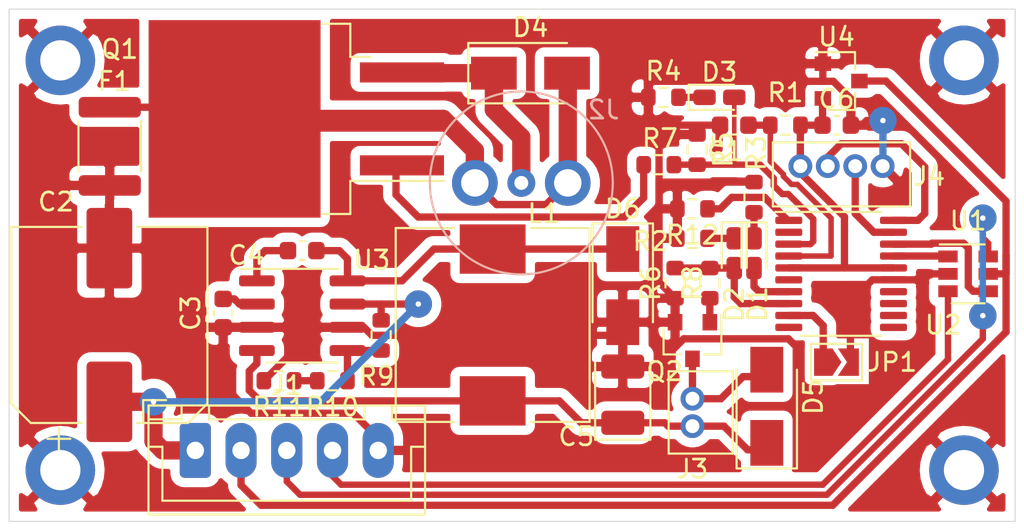
<source format=kicad_pcb>
(kicad_pcb (version 20171130) (host pcbnew "(5.1.8)-1")

  (general
    (thickness 1.6)
    (drawings 4)
    (tracks 237)
    (zones 0)
    (modules 41)
    (nets 31)
  )

  (page A4)
  (layers
    (0 F.Cu signal)
    (31 B.Cu signal)
    (32 B.Adhes user)
    (33 F.Adhes user)
    (34 B.Paste user)
    (35 F.Paste user)
    (36 B.SilkS user)
    (37 F.SilkS user)
    (38 B.Mask user)
    (39 F.Mask user)
    (44 Edge.Cuts user)
    (45 Margin user)
    (46 B.CrtYd user hide)
    (47 F.CrtYd user hide)
  )

  (setup
    (last_trace_width 0.35)
    (user_trace_width 0.3)
    (user_trace_width 0.35)
    (user_trace_width 0.4)
    (user_trace_width 0.6)
    (user_trace_width 1)
    (trace_clearance 0.2)
    (zone_clearance 0.508)
    (zone_45_only no)
    (trace_min 0.2)
    (via_size 0.8)
    (via_drill 0.4)
    (via_min_size 0.4)
    (via_min_drill 0.3)
    (uvia_size 0.3)
    (uvia_drill 0.1)
    (uvias_allowed no)
    (uvia_min_size 0.2)
    (uvia_min_drill 0.1)
    (edge_width 0.05)
    (segment_width 0.2)
    (pcb_text_width 0.3)
    (pcb_text_size 1.5 1.5)
    (mod_edge_width 0.12)
    (mod_text_size 1 1)
    (mod_text_width 0.15)
    (pad_size 1.7 3)
    (pad_drill 0.95)
    (pad_to_mask_clearance 0)
    (aux_axis_origin 0 0)
    (visible_elements 7FFFFFFF)
    (pcbplotparams
      (layerselection 0x01000_7fffffff)
      (usegerberextensions false)
      (usegerberattributes true)
      (usegerberadvancedattributes true)
      (creategerberjobfile true)
      (excludeedgelayer true)
      (linewidth 0.100000)
      (plotframeref false)
      (viasonmask false)
      (mode 1)
      (useauxorigin false)
      (hpglpennumber 1)
      (hpglpenspeed 20)
      (hpglpendiameter 15.000000)
      (psnegative false)
      (psa4output false)
      (plotreference true)
      (plotvalue true)
      (plotinvisibletext false)
      (padsonsilk false)
      (subtractmaskfromsilk false)
      (outputformat 1)
      (mirror false)
      (drillshape 0)
      (scaleselection 1)
      (outputdirectory "123"))
  )

  (net 0 "")
  (net 1 GND)
  (net 2 "Net-(C1-Pad1)")
  (net 3 +48V)
  (net 4 "Net-(C3-Pad1)")
  (net 5 "Net-(C4-Pad2)")
  (net 6 "Net-(C4-Pad1)")
  (net 7 +12V)
  (net 8 +3V3)
  (net 9 "Net-(D1-Pad2)")
  (net 10 "Net-(D1-Pad1)")
  (net 11 "Net-(D2-Pad2)")
  (net 12 "Net-(D2-Pad1)")
  (net 13 "Net-(D3-Pad1)")
  (net 14 "Net-(D4-Pad2)")
  (net 15 "Net-(D4-Pad1)")
  (net 16 "Net-(D5-Pad2)")
  (net 17 /DIO)
  (net 18 /CLK)
  (net 19 "Net-(JP1-Pad1)")
  (net 20 "Net-(Q2-Pad1)")
  (net 21 "Net-(R10-Pad1)")
  (net 22 "Net-(R10-Pad2)")
  (net 23 "Net-(R12-Pad1)")
  (net 24 +5P)
  (net 25 "Net-(U1-Pad4)")
  (net 26 "Net-(U1-Pad1)")
  (net 27 /load_1)
  (net 28 "Net-(Q1-Pad1)")
  (net 29 "Net-(J1-Pad3)")
  (net 30 "Net-(J1-Pad4)")

  (net_class Default "This is the default net class."
    (clearance 0.2)
    (trace_width 0.25)
    (via_dia 0.8)
    (via_drill 0.4)
    (uvia_dia 0.3)
    (uvia_drill 0.1)
    (add_net +12V)
    (add_net +3V3)
    (add_net +48V)
    (add_net +5P)
    (add_net /CLK)
    (add_net /DIO)
    (add_net /load_1)
    (add_net GND)
    (add_net "Net-(C1-Pad1)")
    (add_net "Net-(C3-Pad1)")
    (add_net "Net-(C4-Pad1)")
    (add_net "Net-(C4-Pad2)")
    (add_net "Net-(D1-Pad1)")
    (add_net "Net-(D1-Pad2)")
    (add_net "Net-(D2-Pad1)")
    (add_net "Net-(D2-Pad2)")
    (add_net "Net-(D3-Pad1)")
    (add_net "Net-(D4-Pad1)")
    (add_net "Net-(D4-Pad2)")
    (add_net "Net-(D5-Pad2)")
    (add_net "Net-(J1-Pad3)")
    (add_net "Net-(J1-Pad4)")
    (add_net "Net-(JP1-Pad1)")
    (add_net "Net-(Q1-Pad1)")
    (add_net "Net-(Q2-Pad1)")
    (add_net "Net-(R10-Pad1)")
    (add_net "Net-(R10-Pad2)")
    (add_net "Net-(R12-Pad1)")
    (add_net "Net-(U1-Pad1)")
    (add_net "Net-(U1-Pad4)")
  )

  (module MountingHole:MountingHole_2.2mm_M2_DIN965_Pad (layer F.Cu) (tedit 56D1B4CB) (tstamp 603338E7)
    (at 19.8 18.3)
    (descr "Mounting Hole 2.2mm, M2, DIN965")
    (tags "mounting hole 2.2mm m2 din965")
    (path /60394038)
    (attr virtual)
    (fp_text reference J5 (at 0 -2.9) (layer F.SilkS) hide
      (effects (font (size 1 1) (thickness 0.15)))
    )
    (fp_text value M2 (at 0 2.9) (layer F.Fab)
      (effects (font (size 1 1) (thickness 0.15)))
    )
    (fp_text user %R (at 0.3 0) (layer F.Fab)
      (effects (font (size 1 1) (thickness 0.15)))
    )
    (fp_circle (center 0 0) (end 1.9 0) (layer Cmts.User) (width 0.15))
    (fp_circle (center 0 0) (end 2.15 0) (layer F.CrtYd) (width 0.05))
    (pad 1 thru_hole circle (at 0 0) (size 3.8 3.8) (drill 2.2) (layers *.Cu *.Mask)
      (net 1 GND))
  )

  (module MountingHole:MountingHole_2.2mm_M2_DIN965_Pad (layer F.Cu) (tedit 56D1B4CB) (tstamp 603338FF)
    (at 19.8 40.7)
    (descr "Mounting Hole 2.2mm, M2, DIN965")
    (tags "mounting hole 2.2mm m2 din965")
    (path /603BC29B)
    (attr virtual)
    (fp_text reference J8 (at 0 -2.9) (layer F.SilkS) hide
      (effects (font (size 1 1) (thickness 0.15)))
    )
    (fp_text value M2 (at 0 2.9) (layer F.Fab)
      (effects (font (size 1 1) (thickness 0.15)))
    )
    (fp_text user %R (at 0.3 0) (layer F.Fab)
      (effects (font (size 1 1) (thickness 0.15)))
    )
    (fp_circle (center 0 0) (end 1.9 0) (layer Cmts.User) (width 0.15))
    (fp_circle (center 0 0) (end 2.15 0) (layer F.CrtYd) (width 0.05))
    (pad 1 thru_hole circle (at 0 0) (size 3.8 3.8) (drill 2.2) (layers *.Cu *.Mask)
      (net 1 GND))
  )

  (module MountingHole:MountingHole_2.2mm_M2_DIN965_Pad (layer F.Cu) (tedit 56D1B4CB) (tstamp 603338F7)
    (at 69.2 40.7)
    (descr "Mounting Hole 2.2mm, M2, DIN965")
    (tags "mounting hole 2.2mm m2 din965")
    (path /603AD4F1)
    (attr virtual)
    (fp_text reference J7 (at 0 -2.9) (layer F.SilkS) hide
      (effects (font (size 1 1) (thickness 0.15)))
    )
    (fp_text value M2 (at 0 2.9) (layer F.Fab)
      (effects (font (size 1 1) (thickness 0.15)))
    )
    (fp_text user %R (at 0.3 0) (layer F.Fab)
      (effects (font (size 1 1) (thickness 0.15)))
    )
    (fp_circle (center 0 0) (end 1.9 0) (layer Cmts.User) (width 0.15))
    (fp_circle (center 0 0) (end 2.15 0) (layer F.CrtYd) (width 0.05))
    (pad 1 thru_hole circle (at 0 0) (size 3.8 3.8) (drill 2.2) (layers *.Cu *.Mask)
      (net 1 GND))
  )

  (module MountingHole:MountingHole_2.2mm_M2_DIN965_Pad (layer F.Cu) (tedit 56D1B4CB) (tstamp 603338EF)
    (at 69.2 18.3)
    (descr "Mounting Hole 2.2mm, M2, DIN965")
    (tags "mounting hole 2.2mm m2 din965")
    (path /603A6114)
    (attr virtual)
    (fp_text reference J6 (at 0 -2.9) (layer F.SilkS) hide
      (effects (font (size 1 1) (thickness 0.15)))
    )
    (fp_text value M2 (at 0 2.9) (layer F.Fab)
      (effects (font (size 1 1) (thickness 0.15)))
    )
    (fp_text user %R (at 0.3 0) (layer F.Fab)
      (effects (font (size 1 1) (thickness 0.15)))
    )
    (fp_circle (center 0 0) (end 1.9 0) (layer Cmts.User) (width 0.15))
    (fp_circle (center 0 0) (end 2.15 0) (layer F.CrtYd) (width 0.05))
    (pad 1 thru_hole circle (at 0 0) (size 3.8 3.8) (drill 2.2) (layers *.Cu *.Mask)
      (net 1 GND))
  )

  (module Connector_JST:JST_XH_B5B-XH-A_1x05_P2.50mm_Vertical (layer F.Cu) (tedit 60328BE5) (tstamp 6033037C)
    (at 27.178 39.624)
    (descr "JST XH series connector, B5B-XH-A (http://www.jst-mfg.com/product/pdf/eng/eXH.pdf), generated with kicad-footprint-generator")
    (tags "connector JST XH vertical")
    (path /6033F1F7)
    (fp_text reference J1 (at 5 -3.55) (layer F.SilkS)
      (effects (font (size 1 1) (thickness 0.15)))
    )
    (fp_text value UART (at 5 4.6) (layer F.Fab)
      (effects (font (size 1 1) (thickness 0.15)))
    )
    (fp_text user %R (at 5 2.7) (layer F.Fab)
      (effects (font (size 1 1) (thickness 0.15)))
    )
    (fp_line (start -2.45 -2.35) (end -2.45 3.4) (layer F.Fab) (width 0.1))
    (fp_line (start -2.45 3.4) (end 12.45 3.4) (layer F.Fab) (width 0.1))
    (fp_line (start 12.45 3.4) (end 12.45 -2.35) (layer F.Fab) (width 0.1))
    (fp_line (start 12.45 -2.35) (end -2.45 -2.35) (layer F.Fab) (width 0.1))
    (fp_line (start -2.56 -2.46) (end -2.56 3.51) (layer F.SilkS) (width 0.12))
    (fp_line (start -2.56 3.51) (end 12.56 3.51) (layer F.SilkS) (width 0.12))
    (fp_line (start 12.56 3.51) (end 12.56 -2.46) (layer F.SilkS) (width 0.12))
    (fp_line (start 12.56 -2.46) (end -2.56 -2.46) (layer F.SilkS) (width 0.12))
    (fp_line (start -2.95 -2.85) (end -2.95 3.9) (layer F.CrtYd) (width 0.05))
    (fp_line (start -2.95 3.9) (end 12.95 3.9) (layer F.CrtYd) (width 0.05))
    (fp_line (start 12.95 3.9) (end 12.95 -2.85) (layer F.CrtYd) (width 0.05))
    (fp_line (start 12.95 -2.85) (end -2.95 -2.85) (layer F.CrtYd) (width 0.05))
    (fp_line (start -0.625 -2.35) (end 0 -1.35) (layer F.Fab) (width 0.1))
    (fp_line (start 0 -1.35) (end 0.625 -2.35) (layer F.Fab) (width 0.1))
    (fp_line (start 0.75 -2.45) (end 0.75 -1.7) (layer F.SilkS) (width 0.12))
    (fp_line (start 0.75 -1.7) (end 9.25 -1.7) (layer F.SilkS) (width 0.12))
    (fp_line (start 9.25 -1.7) (end 9.25 -2.45) (layer F.SilkS) (width 0.12))
    (fp_line (start 9.25 -2.45) (end 0.75 -2.45) (layer F.SilkS) (width 0.12))
    (fp_line (start -2.55 -2.45) (end -2.55 -1.7) (layer F.SilkS) (width 0.12))
    (fp_line (start -2.55 -1.7) (end -0.75 -1.7) (layer F.SilkS) (width 0.12))
    (fp_line (start -0.75 -1.7) (end -0.75 -2.45) (layer F.SilkS) (width 0.12))
    (fp_line (start -0.75 -2.45) (end -2.55 -2.45) (layer F.SilkS) (width 0.12))
    (fp_line (start 10.75 -2.45) (end 10.75 -1.7) (layer F.SilkS) (width 0.12))
    (fp_line (start 10.75 -1.7) (end 12.55 -1.7) (layer F.SilkS) (width 0.12))
    (fp_line (start 12.55 -1.7) (end 12.55 -2.45) (layer F.SilkS) (width 0.12))
    (fp_line (start 12.55 -2.45) (end 10.75 -2.45) (layer F.SilkS) (width 0.12))
    (fp_line (start -2.55 -0.2) (end -1.8 -0.2) (layer F.SilkS) (width 0.12))
    (fp_line (start -1.8 -0.2) (end -1.8 2.75) (layer F.SilkS) (width 0.12))
    (fp_line (start -1.8 2.75) (end 5 2.75) (layer F.SilkS) (width 0.12))
    (fp_line (start 12.55 -0.2) (end 11.8 -0.2) (layer F.SilkS) (width 0.12))
    (fp_line (start 11.8 -0.2) (end 11.8 2.75) (layer F.SilkS) (width 0.12))
    (fp_line (start 11.8 2.75) (end 5 2.75) (layer F.SilkS) (width 0.12))
    (fp_line (start -1.6 -2.75) (end -2.85 -2.75) (layer F.SilkS) (width 0.12))
    (fp_line (start -2.85 -2.75) (end -2.85 -1.5) (layer F.SilkS) (width 0.12))
    (pad 5 thru_hole oval (at 10 0) (size 1.7 3) (drill 0.95) (layers *.Cu *.Mask)
      (net 1 GND))
    (pad 4 thru_hole oval (at 7.5 0) (size 1.7 3) (drill 0.95) (layers *.Cu *.Mask)
      (net 30 "Net-(J1-Pad4)"))
    (pad 3 thru_hole oval (at 5 0) (size 1.7 3) (drill 0.95) (layers *.Cu *.Mask)
      (net 29 "Net-(J1-Pad3)"))
    (pad 2 thru_hole oval (at 2.5 0) (size 1.7 3) (drill 0.95) (layers *.Cu *.Mask)
      (net 24 +5P))
    (pad 1 thru_hole roundrect (at 0 0) (size 1.7 3) (drill 0.95) (layers *.Cu *.Mask) (roundrect_rratio 0.147)
      (net 3 +48V))
    (model ${KISYS3DMOD}/Connector_JST.3dshapes/JST_XH_B5B-XH-A_1x05_P2.50mm_Vertical.wrl
      (offset (xyz 0 -3.5 0.5))
      (scale (xyz 1 1 1))
      (rotate (xyz -90 0 0))
    )
  )

  (module uart_key:magnet_conn (layer F.Cu) (tedit 60328411) (tstamp 6032E783)
    (at 45 25)
    (path /603065D9)
    (fp_text reference J2 (at 4.5 -4) (layer B.SilkS)
      (effects (font (size 1 1) (thickness 0.15)) (justify mirror))
    )
    (fp_text value load_1 (at 0 -8.12) (layer F.Fab)
      (effects (font (size 1 1) (thickness 0.15)))
    )
    (fp_circle (center 0 0) (end 5 0) (layer B.SilkS) (width 0.12))
    (pad 2 thru_hole circle (at 2.54 0) (size 2.5 2.5) (drill 1.5) (layers *.Cu *.Mask)
      (net 14 "Net-(D4-Pad2)"))
    (pad 2 thru_hole circle (at -2.54 0) (size 2.5 2.5) (drill 1.5) (layers *.Cu *.Mask)
      (net 14 "Net-(D4-Pad2)"))
    (pad 1 thru_hole circle (at 0 0) (size 1.524 1.524) (drill 0.762) (layers *.Cu *.Mask)
      (net 15 "Net-(D4-Pad1)"))
    (model ${KIPRJMOD}/uart_key.pretty/magnet_conn.wrl
      (offset (xyz 0 0 -2.5))
      (scale (xyz 393 393 393))
      (rotate (xyz 90 0 90))
    )
  )

  (module uart_key:ZH_Conn_04x01 (layer F.Cu) (tedit 60309727) (tstamp 6030F3EE)
    (at 63.754 21.082)
    (path /60491692)
    (fp_text reference J4 (at 3.556 3.556) (layer F.SilkS)
      (effects (font (size 1 1) (thickness 0.15)))
    )
    (fp_text value st-link (at -1 -1) (layer F.Fab)
      (effects (font (size 1 1) (thickness 0.15)))
    )
    (fp_line (start 2.5 1.7) (end 2.5 5.2) (layer F.SilkS) (width 0.12))
    (fp_line (start -5 1.7) (end 2.5 1.7) (layer F.SilkS) (width 0.12))
    (fp_line (start -5 5.2) (end -5 1.7) (layer F.SilkS) (width 0.12))
    (fp_line (start 2.5 5.2) (end -5 5.2) (layer F.SilkS) (width 0.12))
    (pad 4 thru_hole circle (at 1 3) (size 1.3 1.3) (drill 0.762) (layers *.Cu *.Mask)
      (net 1 GND))
    (pad 3 thru_hole circle (at -0.5 3) (size 1.3 1.3) (drill 0.762) (layers *.Cu *.Mask)
      (net 17 /DIO))
    (pad 2 thru_hole circle (at -2 3) (size 1.3 1.3) (drill 0.762) (layers *.Cu *.Mask)
      (net 18 /CLK))
    (pad 1 thru_hole circle (at -3.5 3) (size 1.3 1.3) (drill 0.762) (layers *.Cu *.Mask)
      (net 8 +3V3))
    (model ${KIPRJMOD}/uart_key.pretty/zh_04x01_1.5mm.wrl
      (offset (xyz -1.25 -3.45 0))
      (scale (xyz 393.9 393.9 393.9))
      (rotate (xyz -90 0 0))
    )
  )

  (module Package_TO_SOT_SMD:TO-263-2 (layer F.Cu) (tedit 5A70FB7B) (tstamp 6031861B)
    (at 32.7 21.5 180)
    (descr "TO-263 / D2PAK / DDPAK SMD package, http://www.infineon.com/cms/en/product/packages/PG-TO263/PG-TO263-3-1/")
    (tags "D2PAK DDPAK TO-263 D2PAK-3 TO-263-3 SOT-404")
    (path /603D8C05)
    (attr smd)
    (fp_text reference Q1 (at 9.652 3.81) (layer F.SilkS)
      (effects (font (size 1 1) (thickness 0.15)))
    )
    (fp_text value IRF630NSPBF (at 0 6.65) (layer F.Fab)
      (effects (font (size 1 1) (thickness 0.15)))
    )
    (fp_line (start 8.32 -5.65) (end -8.32 -5.65) (layer F.CrtYd) (width 0.05))
    (fp_line (start 8.32 5.65) (end 8.32 -5.65) (layer F.CrtYd) (width 0.05))
    (fp_line (start -8.32 5.65) (end 8.32 5.65) (layer F.CrtYd) (width 0.05))
    (fp_line (start -8.32 -5.65) (end -8.32 5.65) (layer F.CrtYd) (width 0.05))
    (fp_line (start -2.95 3.39) (end -4.05 3.39) (layer F.SilkS) (width 0.12))
    (fp_line (start -2.95 5.2) (end -2.95 3.39) (layer F.SilkS) (width 0.12))
    (fp_line (start -1.45 5.2) (end -2.95 5.2) (layer F.SilkS) (width 0.12))
    (fp_line (start -2.95 -3.39) (end -8.075 -3.39) (layer F.SilkS) (width 0.12))
    (fp_line (start -2.95 -5.2) (end -2.95 -3.39) (layer F.SilkS) (width 0.12))
    (fp_line (start -1.45 -5.2) (end -2.95 -5.2) (layer F.SilkS) (width 0.12))
    (fp_line (start -7.45 3.04) (end -2.75 3.04) (layer F.Fab) (width 0.1))
    (fp_line (start -7.45 2.04) (end -7.45 3.04) (layer F.Fab) (width 0.1))
    (fp_line (start -2.75 2.04) (end -7.45 2.04) (layer F.Fab) (width 0.1))
    (fp_line (start -7.45 -2.04) (end -2.75 -2.04) (layer F.Fab) (width 0.1))
    (fp_line (start -7.45 -3.04) (end -7.45 -2.04) (layer F.Fab) (width 0.1))
    (fp_line (start -2.75 -3.04) (end -7.45 -3.04) (layer F.Fab) (width 0.1))
    (fp_line (start -1.75 -5) (end 6.5 -5) (layer F.Fab) (width 0.1))
    (fp_line (start -2.75 -4) (end -1.75 -5) (layer F.Fab) (width 0.1))
    (fp_line (start -2.75 5) (end -2.75 -4) (layer F.Fab) (width 0.1))
    (fp_line (start 6.5 5) (end -2.75 5) (layer F.Fab) (width 0.1))
    (fp_line (start 6.5 -5) (end 6.5 5) (layer F.Fab) (width 0.1))
    (fp_line (start 7.5 5) (end 6.5 5) (layer F.Fab) (width 0.1))
    (fp_line (start 7.5 -5) (end 7.5 5) (layer F.Fab) (width 0.1))
    (fp_line (start 6.5 -5) (end 7.5 -5) (layer F.Fab) (width 0.1))
    (fp_text user %R (at 0 0) (layer F.Fab)
      (effects (font (size 1 1) (thickness 0.15)))
    )
    (pad "" smd rect (at 0.95 2.775 180) (size 4.55 5.25) (layers F.Paste))
    (pad "" smd rect (at 5.8 -2.775 180) (size 4.55 5.25) (layers F.Paste))
    (pad "" smd rect (at 0.95 -2.775 180) (size 4.55 5.25) (layers F.Paste))
    (pad "" smd rect (at 5.8 2.775 180) (size 4.55 5.25) (layers F.Paste))
    (pad 2 smd rect (at 3.375 0 180) (size 9.4 10.8) (layers F.Cu F.Mask)
      (net 14 "Net-(D4-Pad2)"))
    (pad 3 smd rect (at -5.775 2.54 180) (size 4.6 1.1) (layers F.Cu F.Paste F.Mask)
      (net 15 "Net-(D4-Pad1)"))
    (pad 1 smd rect (at -5.775 -2.54 180) (size 4.6 1.1) (layers F.Cu F.Paste F.Mask)
      (net 28 "Net-(Q1-Pad1)"))
    (model ${KISYS3DMOD}/Package_TO_SOT_SMD.3dshapes/TO-263-2.wrl
      (at (xyz 0 0 0))
      (scale (xyz 1 1 1))
      (rotate (xyz 0 0 0))
    )
  )

  (module uart_key:ZH_Conn_02x01 (layer F.Cu) (tedit 60309707) (tstamp 6030F3E2)
    (at 51.356 34.798 90)
    (path /603106A4)
    (fp_text reference J3 (at -5.842 3 180) (layer F.SilkS)
      (effects (font (size 1 1) (thickness 0.15)))
    )
    (fp_text value Magnit (at -1 -1 90) (layer F.Fab)
      (effects (font (size 1 1) (thickness 0.15)))
    )
    (fp_line (start -0.5 1.7) (end -0.5 5.2) (layer F.SilkS) (width 0.12))
    (fp_line (start -5 1.7) (end -0.5 1.7) (layer F.SilkS) (width 0.12))
    (fp_line (start -5 5.2) (end -5 1.7) (layer F.SilkS) (width 0.12))
    (fp_line (start -0.5 5.2) (end -5 5.2) (layer F.SilkS) (width 0.12))
    (pad 1 thru_hole circle (at -3.5 3 90) (size 1.3 1.3) (drill 0.762) (layers *.Cu *.Mask)
      (net 7 +12V))
    (pad 2 thru_hole circle (at -2 3 90) (size 1.3 1.3) (drill 0.762) (layers *.Cu *.Mask)
      (net 16 "Net-(D5-Pad2)"))
    (model ${KIPRJMOD}/uart_key.pretty/zh_02x01_1.5mm.wrl
      (offset (xyz -2.75 -3.39 0))
      (scale (xyz 393.9 393.9 393.9))
      (rotate (xyz -90 0 0))
    )
  )

  (module Package_TO_SOT_SMD:SOT-23 (layer F.Cu) (tedit 5A02FF57) (tstamp 6030F585)
    (at 62.484 19.431)
    (descr "SOT-23, Standard")
    (tags SOT-23)
    (path /60432467)
    (attr smd)
    (fp_text reference U4 (at -0.254 -2.413) (layer F.SilkS)
      (effects (font (size 1 1) (thickness 0.15)))
    )
    (fp_text value XC6206PxxxMR (at 0 2.5) (layer F.Fab)
      (effects (font (size 1 1) (thickness 0.15)))
    )
    (fp_line (start 0.76 1.58) (end -0.7 1.58) (layer F.SilkS) (width 0.12))
    (fp_line (start 0.76 -1.58) (end -1.4 -1.58) (layer F.SilkS) (width 0.12))
    (fp_line (start -1.7 1.75) (end -1.7 -1.75) (layer F.CrtYd) (width 0.05))
    (fp_line (start 1.7 1.75) (end -1.7 1.75) (layer F.CrtYd) (width 0.05))
    (fp_line (start 1.7 -1.75) (end 1.7 1.75) (layer F.CrtYd) (width 0.05))
    (fp_line (start -1.7 -1.75) (end 1.7 -1.75) (layer F.CrtYd) (width 0.05))
    (fp_line (start 0.76 -1.58) (end 0.76 -0.65) (layer F.SilkS) (width 0.12))
    (fp_line (start 0.76 1.58) (end 0.76 0.65) (layer F.SilkS) (width 0.12))
    (fp_line (start -0.7 1.52) (end 0.7 1.52) (layer F.Fab) (width 0.1))
    (fp_line (start 0.7 -1.52) (end 0.7 1.52) (layer F.Fab) (width 0.1))
    (fp_line (start -0.7 -0.95) (end -0.15 -1.52) (layer F.Fab) (width 0.1))
    (fp_line (start -0.15 -1.52) (end 0.7 -1.52) (layer F.Fab) (width 0.1))
    (fp_line (start -0.7 -0.95) (end -0.7 1.5) (layer F.Fab) (width 0.1))
    (fp_text user %R (at 0 0 90) (layer F.Fab)
      (effects (font (size 0.5 0.5) (thickness 0.075)))
    )
    (pad 3 smd rect (at 1 0) (size 0.9 0.8) (layers F.Cu F.Paste F.Mask)
      (net 24 +5P))
    (pad 2 smd rect (at -1 0.95) (size 0.9 0.8) (layers F.Cu F.Paste F.Mask)
      (net 8 +3V3))
    (pad 1 smd rect (at -1 -0.95) (size 0.9 0.8) (layers F.Cu F.Paste F.Mask)
      (net 1 GND))
    (model ${KISYS3DMOD}/Package_TO_SOT_SMD.3dshapes/SOT-23.wrl
      (at (xyz 0 0 0))
      (scale (xyz 1 1 1))
      (rotate (xyz 0 0 0))
    )
  )

  (module Package_SO:SOIC-8_3.9x4.9mm_P1.27mm (layer F.Cu) (tedit 5D9F72B1) (tstamp 6030F570)
    (at 33.02 32.258)
    (descr "SOIC, 8 Pin (JEDEC MS-012AA, https://www.analog.com/media/en/package-pcb-resources/package/pkg_pdf/soic_narrow-r/r_8.pdf), generated with kicad-footprint-generator ipc_gullwing_generator.py")
    (tags "SOIC SO")
    (path /6034A916)
    (attr smd)
    (fp_text reference U3 (at 3.81 -3.048) (layer F.SilkS)
      (effects (font (size 1 1) (thickness 0.15)))
    )
    (fp_text value MAX5035DASA (at 0 3.4) (layer F.Fab)
      (effects (font (size 1 1) (thickness 0.15)))
    )
    (fp_line (start 3.7 -2.7) (end -3.7 -2.7) (layer F.CrtYd) (width 0.05))
    (fp_line (start 3.7 2.7) (end 3.7 -2.7) (layer F.CrtYd) (width 0.05))
    (fp_line (start -3.7 2.7) (end 3.7 2.7) (layer F.CrtYd) (width 0.05))
    (fp_line (start -3.7 -2.7) (end -3.7 2.7) (layer F.CrtYd) (width 0.05))
    (fp_line (start -1.95 -1.475) (end -0.975 -2.45) (layer F.Fab) (width 0.1))
    (fp_line (start -1.95 2.45) (end -1.95 -1.475) (layer F.Fab) (width 0.1))
    (fp_line (start 1.95 2.45) (end -1.95 2.45) (layer F.Fab) (width 0.1))
    (fp_line (start 1.95 -2.45) (end 1.95 2.45) (layer F.Fab) (width 0.1))
    (fp_line (start -0.975 -2.45) (end 1.95 -2.45) (layer F.Fab) (width 0.1))
    (fp_line (start 0 -2.56) (end -3.45 -2.56) (layer F.SilkS) (width 0.12))
    (fp_line (start 0 -2.56) (end 1.95 -2.56) (layer F.SilkS) (width 0.12))
    (fp_line (start 0 2.56) (end -1.95 2.56) (layer F.SilkS) (width 0.12))
    (fp_line (start 0 2.56) (end 1.95 2.56) (layer F.SilkS) (width 0.12))
    (fp_text user %R (at 0 0) (layer F.Fab)
      (effects (font (size 0.98 0.98) (thickness 0.15)))
    )
    (pad 8 smd roundrect (at 2.475 -1.905) (size 1.95 0.6) (layers F.Cu F.Paste F.Mask) (roundrect_rratio 0.25)
      (net 5 "Net-(C4-Pad2)"))
    (pad 7 smd roundrect (at 2.475 -0.635) (size 1.95 0.6) (layers F.Cu F.Paste F.Mask) (roundrect_rratio 0.25)
      (net 3 +48V))
    (pad 6 smd roundrect (at 2.475 0.635) (size 1.95 0.6) (layers F.Cu F.Paste F.Mask) (roundrect_rratio 0.25)
      (net 1 GND))
    (pad 5 smd roundrect (at 2.475 1.905) (size 1.95 0.6) (layers F.Cu F.Paste F.Mask) (roundrect_rratio 0.25)
      (net 21 "Net-(R10-Pad1)"))
    (pad 4 smd roundrect (at -2.475 1.905) (size 1.95 0.6) (layers F.Cu F.Paste F.Mask) (roundrect_rratio 0.25)
      (net 7 +12V))
    (pad 3 smd roundrect (at -2.475 0.635) (size 1.95 0.6) (layers F.Cu F.Paste F.Mask) (roundrect_rratio 0.25)
      (net 1 GND))
    (pad 2 smd roundrect (at -2.475 -0.635) (size 1.95 0.6) (layers F.Cu F.Paste F.Mask) (roundrect_rratio 0.25)
      (net 4 "Net-(C3-Pad1)"))
    (pad 1 smd roundrect (at -2.475 -1.905) (size 1.95 0.6) (layers F.Cu F.Paste F.Mask) (roundrect_rratio 0.25)
      (net 6 "Net-(C4-Pad1)"))
    (model ${KISYS3DMOD}/Package_SO.3dshapes/SOIC-8_3.9x4.9mm_P1.27mm.wrl
      (at (xyz 0 0 0))
      (scale (xyz 1 1 1))
      (rotate (xyz 0 0 0))
    )
  )

  (module Package_SO:TSSOP-20_4.4x6.5mm_P0.65mm (layer F.Cu) (tedit 5E476F32) (tstamp 6030F556)
    (at 62.484 29.972)
    (descr "TSSOP, 20 Pin (JEDEC MO-153 Var AC https://www.jedec.org/document_search?search_api_views_fulltext=MO-153), generated with kicad-footprint-generator ipc_gullwing_generator.py")
    (tags "TSSOP SO")
    (path /604FF969)
    (attr smd)
    (fp_text reference U2 (at 5.588 2.794) (layer F.SilkS)
      (effects (font (size 1 1) (thickness 0.15)))
    )
    (fp_text value STM32F070F6Px (at 0 4.2) (layer F.Fab)
      (effects (font (size 1 1) (thickness 0.15)))
    )
    (fp_line (start 3.85 -3.5) (end -3.85 -3.5) (layer F.CrtYd) (width 0.05))
    (fp_line (start 3.85 3.5) (end 3.85 -3.5) (layer F.CrtYd) (width 0.05))
    (fp_line (start -3.85 3.5) (end 3.85 3.5) (layer F.CrtYd) (width 0.05))
    (fp_line (start -3.85 -3.5) (end -3.85 3.5) (layer F.CrtYd) (width 0.05))
    (fp_line (start -2.2 -2.25) (end -1.2 -3.25) (layer F.Fab) (width 0.1))
    (fp_line (start -2.2 3.25) (end -2.2 -2.25) (layer F.Fab) (width 0.1))
    (fp_line (start 2.2 3.25) (end -2.2 3.25) (layer F.Fab) (width 0.1))
    (fp_line (start 2.2 -3.25) (end 2.2 3.25) (layer F.Fab) (width 0.1))
    (fp_line (start -1.2 -3.25) (end 2.2 -3.25) (layer F.Fab) (width 0.1))
    (fp_line (start 0 -3.385) (end -3.6 -3.385) (layer F.SilkS) (width 0.12))
    (fp_line (start 0 -3.385) (end 2.2 -3.385) (layer F.SilkS) (width 0.12))
    (fp_line (start 0 3.385) (end -2.2 3.385) (layer F.SilkS) (width 0.12))
    (fp_line (start 0 3.385) (end 2.2 3.385) (layer F.SilkS) (width 0.12))
    (fp_text user %R (at 0 0.24) (layer F.Fab)
      (effects (font (size 1 1) (thickness 0.15)))
    )
    (pad 20 smd roundrect (at 2.8625 -2.925) (size 1.475 0.4) (layers F.Cu F.Paste F.Mask) (roundrect_rratio 0.25)
      (net 18 /CLK))
    (pad 19 smd roundrect (at 2.8625 -2.275) (size 1.475 0.4) (layers F.Cu F.Paste F.Mask) (roundrect_rratio 0.25)
      (net 17 /DIO))
    (pad 18 smd roundrect (at 2.8625 -1.625) (size 1.475 0.4) (layers F.Cu F.Paste F.Mask) (roundrect_rratio 0.25)
      (net 25 "Net-(U1-Pad4)"))
    (pad 17 smd roundrect (at 2.8625 -0.975) (size 1.475 0.4) (layers F.Cu F.Paste F.Mask) (roundrect_rratio 0.25)
      (net 26 "Net-(U1-Pad1)"))
    (pad 16 smd roundrect (at 2.8625 -0.325) (size 1.475 0.4) (layers F.Cu F.Paste F.Mask) (roundrect_rratio 0.25)
      (net 8 +3V3))
    (pad 15 smd roundrect (at 2.8625 0.325) (size 1.475 0.4) (layers F.Cu F.Paste F.Mask) (roundrect_rratio 0.25)
      (net 1 GND))
    (pad 14 smd roundrect (at 2.8625 0.975) (size 1.475 0.4) (layers F.Cu F.Paste F.Mask) (roundrect_rratio 0.25))
    (pad 13 smd roundrect (at 2.8625 1.625) (size 1.475 0.4) (layers F.Cu F.Paste F.Mask) (roundrect_rratio 0.25))
    (pad 12 smd roundrect (at 2.8625 2.275) (size 1.475 0.4) (layers F.Cu F.Paste F.Mask) (roundrect_rratio 0.25))
    (pad 11 smd roundrect (at 2.8625 2.925) (size 1.475 0.4) (layers F.Cu F.Paste F.Mask) (roundrect_rratio 0.25))
    (pad 10 smd roundrect (at -2.8625 2.925) (size 1.475 0.4) (layers F.Cu F.Paste F.Mask) (roundrect_rratio 0.25))
    (pad 9 smd roundrect (at -2.8625 2.275) (size 1.475 0.4) (layers F.Cu F.Paste F.Mask) (roundrect_rratio 0.25)
      (net 19 "Net-(JP1-Pad1)"))
    (pad 8 smd roundrect (at -2.8625 1.625) (size 1.475 0.4) (layers F.Cu F.Paste F.Mask) (roundrect_rratio 0.25)
      (net 11 "Net-(D2-Pad2)"))
    (pad 7 smd roundrect (at -2.8625 0.975) (size 1.475 0.4) (layers F.Cu F.Paste F.Mask) (roundrect_rratio 0.25)
      (net 9 "Net-(D1-Pad2)"))
    (pad 6 smd roundrect (at -2.8625 0.325) (size 1.475 0.4) (layers F.Cu F.Paste F.Mask) (roundrect_rratio 0.25))
    (pad 5 smd roundrect (at -2.8625 -0.325) (size 1.475 0.4) (layers F.Cu F.Paste F.Mask) (roundrect_rratio 0.25)
      (net 8 +3V3))
    (pad 4 smd roundrect (at -2.8625 -0.975) (size 1.475 0.4) (layers F.Cu F.Paste F.Mask) (roundrect_rratio 0.25)
      (net 2 "Net-(C1-Pad1)"))
    (pad 3 smd roundrect (at -2.8625 -1.625) (size 1.475 0.4) (layers F.Cu F.Paste F.Mask) (roundrect_rratio 0.25)
      (net 27 /load_1))
    (pad 2 smd roundrect (at -2.8625 -2.275) (size 1.475 0.4) (layers F.Cu F.Paste F.Mask) (roundrect_rratio 0.25))
    (pad 1 smd roundrect (at -2.8625 -2.925) (size 1.475 0.4) (layers F.Cu F.Paste F.Mask) (roundrect_rratio 0.25)
      (net 23 "Net-(R12-Pad1)"))
    (model ${KISYS3DMOD}/Package_SO.3dshapes/TSSOP-20_4.4x6.5mm_P0.65mm.wrl
      (at (xyz 0 0 0))
      (scale (xyz 1 1 1))
      (rotate (xyz 0 0 0))
    )
  )

  (module Package_TO_SOT_SMD:SOT-23-6 (layer F.Cu) (tedit 5A02FF57) (tstamp 6030F530)
    (at 69.426 29.972)
    (descr "6-pin SOT-23 package")
    (tags SOT-23-6)
    (path /6032BDB1)
    (attr smd)
    (fp_text reference U1 (at 0 -2.9) (layer F.SilkS)
      (effects (font (size 1 1) (thickness 0.15)))
    )
    (fp_text value 74LVC2G17 (at 0 2.9) (layer F.Fab)
      (effects (font (size 1 1) (thickness 0.15)))
    )
    (fp_line (start 0.9 -1.55) (end 0.9 1.55) (layer F.Fab) (width 0.1))
    (fp_line (start 0.9 1.55) (end -0.9 1.55) (layer F.Fab) (width 0.1))
    (fp_line (start -0.9 -0.9) (end -0.9 1.55) (layer F.Fab) (width 0.1))
    (fp_line (start 0.9 -1.55) (end -0.25 -1.55) (layer F.Fab) (width 0.1))
    (fp_line (start -0.9 -0.9) (end -0.25 -1.55) (layer F.Fab) (width 0.1))
    (fp_line (start -1.9 -1.8) (end -1.9 1.8) (layer F.CrtYd) (width 0.05))
    (fp_line (start -1.9 1.8) (end 1.9 1.8) (layer F.CrtYd) (width 0.05))
    (fp_line (start 1.9 1.8) (end 1.9 -1.8) (layer F.CrtYd) (width 0.05))
    (fp_line (start 1.9 -1.8) (end -1.9 -1.8) (layer F.CrtYd) (width 0.05))
    (fp_line (start 0.9 -1.61) (end -1.55 -1.61) (layer F.SilkS) (width 0.12))
    (fp_line (start -0.9 1.61) (end 0.9 1.61) (layer F.SilkS) (width 0.12))
    (fp_text user %R (at 0 0 90) (layer F.Fab)
      (effects (font (size 0.5 0.5) (thickness 0.075)))
    )
    (pad 5 smd rect (at 1.1 0) (size 1.06 0.65) (layers F.Cu F.Paste F.Mask)
      (net 24 +5P))
    (pad 6 smd rect (at 1.1 -0.95) (size 1.06 0.65) (layers F.Cu F.Paste F.Mask)
      (net 29 "Net-(J1-Pad3)"))
    (pad 4 smd rect (at 1.1 0.95) (size 1.06 0.65) (layers F.Cu F.Paste F.Mask)
      (net 25 "Net-(U1-Pad4)"))
    (pad 3 smd rect (at -1.1 0.95) (size 1.06 0.65) (layers F.Cu F.Paste F.Mask)
      (net 30 "Net-(J1-Pad4)"))
    (pad 2 smd rect (at -1.1 0) (size 1.06 0.65) (layers F.Cu F.Paste F.Mask)
      (net 1 GND))
    (pad 1 smd rect (at -1.1 -0.95) (size 1.06 0.65) (layers F.Cu F.Paste F.Mask)
      (net 26 "Net-(U1-Pad1)"))
    (model ${KISYS3DMOD}/Package_TO_SOT_SMD.3dshapes/SOT-23-6.wrl
      (at (xyz 0 0 0))
      (scale (xyz 1 1 1))
      (rotate (xyz 0 0 0))
    )
  )

  (module Resistor_SMD:R_0603_1608Metric (layer F.Cu) (tedit 5F68FEEE) (tstamp 6030F51A)
    (at 54.356 26.416 180)
    (descr "Resistor SMD 0603 (1608 Metric), square (rectangular) end terminal, IPC_7351 nominal, (Body size source: IPC-SM-782 page 72, https://www.pcb-3d.com/wordpress/wp-content/uploads/ipc-sm-782a_amendment_1_and_2.pdf), generated with kicad-footprint-generator")
    (tags resistor)
    (path /60509569)
    (attr smd)
    (fp_text reference R12 (at 0 -1.43) (layer F.SilkS)
      (effects (font (size 1 1) (thickness 0.15)))
    )
    (fp_text value 10k (at 0 1.43) (layer F.Fab)
      (effects (font (size 1 1) (thickness 0.15)))
    )
    (fp_line (start 1.48 0.73) (end -1.48 0.73) (layer F.CrtYd) (width 0.05))
    (fp_line (start 1.48 -0.73) (end 1.48 0.73) (layer F.CrtYd) (width 0.05))
    (fp_line (start -1.48 -0.73) (end 1.48 -0.73) (layer F.CrtYd) (width 0.05))
    (fp_line (start -1.48 0.73) (end -1.48 -0.73) (layer F.CrtYd) (width 0.05))
    (fp_line (start -0.237258 0.5225) (end 0.237258 0.5225) (layer F.SilkS) (width 0.12))
    (fp_line (start -0.237258 -0.5225) (end 0.237258 -0.5225) (layer F.SilkS) (width 0.12))
    (fp_line (start 0.8 0.4125) (end -0.8 0.4125) (layer F.Fab) (width 0.1))
    (fp_line (start 0.8 -0.4125) (end 0.8 0.4125) (layer F.Fab) (width 0.1))
    (fp_line (start -0.8 -0.4125) (end 0.8 -0.4125) (layer F.Fab) (width 0.1))
    (fp_line (start -0.8 0.4125) (end -0.8 -0.4125) (layer F.Fab) (width 0.1))
    (fp_text user %R (at 0 0) (layer F.Fab)
      (effects (font (size 0.4 0.4) (thickness 0.06)))
    )
    (pad 2 smd roundrect (at 0.825 0 180) (size 0.8 0.95) (layers F.Cu F.Paste F.Mask) (roundrect_rratio 0.25)
      (net 1 GND))
    (pad 1 smd roundrect (at -0.825 0 180) (size 0.8 0.95) (layers F.Cu F.Paste F.Mask) (roundrect_rratio 0.25)
      (net 23 "Net-(R12-Pad1)"))
    (model ${KISYS3DMOD}/Resistor_SMD.3dshapes/R_0603_1608Metric.wrl
      (at (xyz 0 0 0))
      (scale (xyz 1 1 1))
      (rotate (xyz 0 0 0))
    )
  )

  (module Resistor_SMD:R_0603_1608Metric (layer F.Cu) (tedit 5F68FEEE) (tstamp 6030F509)
    (at 31.75 35.814 180)
    (descr "Resistor SMD 0603 (1608 Metric), square (rectangular) end terminal, IPC_7351 nominal, (Body size source: IPC-SM-782 page 72, https://www.pcb-3d.com/wordpress/wp-content/uploads/ipc-sm-782a_amendment_1_and_2.pdf), generated with kicad-footprint-generator")
    (tags resistor)
    (path /604F1443)
    (attr smd)
    (fp_text reference R11 (at 0 -1.43) (layer F.SilkS)
      (effects (font (size 1 1) (thickness 0.15)))
    )
    (fp_text value 39k (at 0 1.43) (layer F.Fab)
      (effects (font (size 1 1) (thickness 0.15)))
    )
    (fp_line (start 1.48 0.73) (end -1.48 0.73) (layer F.CrtYd) (width 0.05))
    (fp_line (start 1.48 -0.73) (end 1.48 0.73) (layer F.CrtYd) (width 0.05))
    (fp_line (start -1.48 -0.73) (end 1.48 -0.73) (layer F.CrtYd) (width 0.05))
    (fp_line (start -1.48 0.73) (end -1.48 -0.73) (layer F.CrtYd) (width 0.05))
    (fp_line (start -0.237258 0.5225) (end 0.237258 0.5225) (layer F.SilkS) (width 0.12))
    (fp_line (start -0.237258 -0.5225) (end 0.237258 -0.5225) (layer F.SilkS) (width 0.12))
    (fp_line (start 0.8 0.4125) (end -0.8 0.4125) (layer F.Fab) (width 0.1))
    (fp_line (start 0.8 -0.4125) (end 0.8 0.4125) (layer F.Fab) (width 0.1))
    (fp_line (start -0.8 -0.4125) (end 0.8 -0.4125) (layer F.Fab) (width 0.1))
    (fp_line (start -0.8 0.4125) (end -0.8 -0.4125) (layer F.Fab) (width 0.1))
    (fp_text user %R (at 0 0) (layer F.Fab)
      (effects (font (size 0.4 0.4) (thickness 0.06)))
    )
    (pad 2 smd roundrect (at 0.825 0 180) (size 0.8 0.95) (layers F.Cu F.Paste F.Mask) (roundrect_rratio 0.25)
      (net 1 GND))
    (pad 1 smd roundrect (at -0.825 0 180) (size 0.8 0.95) (layers F.Cu F.Paste F.Mask) (roundrect_rratio 0.25)
      (net 22 "Net-(R10-Pad2)"))
    (model ${KISYS3DMOD}/Resistor_SMD.3dshapes/R_0603_1608Metric.wrl
      (at (xyz 0 0 0))
      (scale (xyz 1 1 1))
      (rotate (xyz 0 0 0))
    )
  )

  (module Resistor_SMD:R_0603_1608Metric (layer F.Cu) (tedit 5F68FEEE) (tstamp 6030F4F8)
    (at 34.67 35.814 180)
    (descr "Resistor SMD 0603 (1608 Metric), square (rectangular) end terminal, IPC_7351 nominal, (Body size source: IPC-SM-782 page 72, https://www.pcb-3d.com/wordpress/wp-content/uploads/ipc-sm-782a_amendment_1_and_2.pdf), generated with kicad-footprint-generator")
    (tags resistor)
    (path /60369B62)
    (attr smd)
    (fp_text reference R10 (at 0 -1.43) (layer F.SilkS)
      (effects (font (size 1 1) (thickness 0.15)))
    )
    (fp_text value 100k (at 0 1.43) (layer F.Fab)
      (effects (font (size 1 1) (thickness 0.15)))
    )
    (fp_line (start 1.48 0.73) (end -1.48 0.73) (layer F.CrtYd) (width 0.05))
    (fp_line (start 1.48 -0.73) (end 1.48 0.73) (layer F.CrtYd) (width 0.05))
    (fp_line (start -1.48 -0.73) (end 1.48 -0.73) (layer F.CrtYd) (width 0.05))
    (fp_line (start -1.48 0.73) (end -1.48 -0.73) (layer F.CrtYd) (width 0.05))
    (fp_line (start -0.237258 0.5225) (end 0.237258 0.5225) (layer F.SilkS) (width 0.12))
    (fp_line (start -0.237258 -0.5225) (end 0.237258 -0.5225) (layer F.SilkS) (width 0.12))
    (fp_line (start 0.8 0.4125) (end -0.8 0.4125) (layer F.Fab) (width 0.1))
    (fp_line (start 0.8 -0.4125) (end 0.8 0.4125) (layer F.Fab) (width 0.1))
    (fp_line (start -0.8 -0.4125) (end 0.8 -0.4125) (layer F.Fab) (width 0.1))
    (fp_line (start -0.8 0.4125) (end -0.8 -0.4125) (layer F.Fab) (width 0.1))
    (fp_text user %R (at 0 0) (layer F.Fab)
      (effects (font (size 0.4 0.4) (thickness 0.06)))
    )
    (pad 2 smd roundrect (at 0.825 0 180) (size 0.8 0.95) (layers F.Cu F.Paste F.Mask) (roundrect_rratio 0.25)
      (net 22 "Net-(R10-Pad2)"))
    (pad 1 smd roundrect (at -0.825 0 180) (size 0.8 0.95) (layers F.Cu F.Paste F.Mask) (roundrect_rratio 0.25)
      (net 21 "Net-(R10-Pad1)"))
    (model ${KISYS3DMOD}/Resistor_SMD.3dshapes/R_0603_1608Metric.wrl
      (at (xyz 0 0 0))
      (scale (xyz 1 1 1))
      (rotate (xyz 0 0 0))
    )
  )

  (module Resistor_SMD:R_0603_1608Metric (layer F.Cu) (tedit 5F68FEEE) (tstamp 6030F4E7)
    (at 37.338 33.337 90)
    (descr "Resistor SMD 0603 (1608 Metric), square (rectangular) end terminal, IPC_7351 nominal, (Body size source: IPC-SM-782 page 72, https://www.pcb-3d.com/wordpress/wp-content/uploads/ipc-sm-782a_amendment_1_and_2.pdf), generated with kicad-footprint-generator")
    (tags resistor)
    (path /6036A93F)
    (attr smd)
    (fp_text reference R9 (at -2.223 -0.254 180) (layer F.SilkS)
      (effects (font (size 1 1) (thickness 0.15)))
    )
    (fp_text value 1M (at 0 1.43 90) (layer F.Fab)
      (effects (font (size 1 1) (thickness 0.15)))
    )
    (fp_line (start 1.48 0.73) (end -1.48 0.73) (layer F.CrtYd) (width 0.05))
    (fp_line (start 1.48 -0.73) (end 1.48 0.73) (layer F.CrtYd) (width 0.05))
    (fp_line (start -1.48 -0.73) (end 1.48 -0.73) (layer F.CrtYd) (width 0.05))
    (fp_line (start -1.48 0.73) (end -1.48 -0.73) (layer F.CrtYd) (width 0.05))
    (fp_line (start -0.237258 0.5225) (end 0.237258 0.5225) (layer F.SilkS) (width 0.12))
    (fp_line (start -0.237258 -0.5225) (end 0.237258 -0.5225) (layer F.SilkS) (width 0.12))
    (fp_line (start 0.8 0.4125) (end -0.8 0.4125) (layer F.Fab) (width 0.1))
    (fp_line (start 0.8 -0.4125) (end 0.8 0.4125) (layer F.Fab) (width 0.1))
    (fp_line (start -0.8 -0.4125) (end 0.8 -0.4125) (layer F.Fab) (width 0.1))
    (fp_line (start -0.8 0.4125) (end -0.8 -0.4125) (layer F.Fab) (width 0.1))
    (fp_text user %R (at 0 0 90) (layer F.Fab)
      (effects (font (size 0.4 0.4) (thickness 0.06)))
    )
    (pad 2 smd roundrect (at 0.825 0 90) (size 0.8 0.95) (layers F.Cu F.Paste F.Mask) (roundrect_rratio 0.25)
      (net 3 +48V))
    (pad 1 smd roundrect (at -0.825 0 90) (size 0.8 0.95) (layers F.Cu F.Paste F.Mask) (roundrect_rratio 0.25)
      (net 21 "Net-(R10-Pad1)"))
    (model ${KISYS3DMOD}/Resistor_SMD.3dshapes/R_0603_1608Metric.wrl
      (at (xyz 0 0 0))
      (scale (xyz 1 1 1))
      (rotate (xyz 0 0 0))
    )
  )

  (module Resistor_SMD:R_0603_1608Metric (layer F.Cu) (tedit 5F68FEEE) (tstamp 6030F4D6)
    (at 55.306 30.48 90)
    (descr "Resistor SMD 0603 (1608 Metric), square (rectangular) end terminal, IPC_7351 nominal, (Body size source: IPC-SM-782 page 72, https://www.pcb-3d.com/wordpress/wp-content/uploads/ipc-sm-782a_amendment_1_and_2.pdf), generated with kicad-footprint-generator")
    (tags resistor)
    (path /6031068E)
    (attr smd)
    (fp_text reference R8 (at 0 -0.95 90) (layer F.SilkS)
      (effects (font (size 1 1) (thickness 0.15)))
    )
    (fp_text value 100 (at 0 1.43 90) (layer F.Fab)
      (effects (font (size 1 1) (thickness 0.15)))
    )
    (fp_line (start 1.48 0.73) (end -1.48 0.73) (layer F.CrtYd) (width 0.05))
    (fp_line (start 1.48 -0.73) (end 1.48 0.73) (layer F.CrtYd) (width 0.05))
    (fp_line (start -1.48 -0.73) (end 1.48 -0.73) (layer F.CrtYd) (width 0.05))
    (fp_line (start -1.48 0.73) (end -1.48 -0.73) (layer F.CrtYd) (width 0.05))
    (fp_line (start -0.237258 0.5225) (end 0.237258 0.5225) (layer F.SilkS) (width 0.12))
    (fp_line (start -0.237258 -0.5225) (end 0.237258 -0.5225) (layer F.SilkS) (width 0.12))
    (fp_line (start 0.8 0.4125) (end -0.8 0.4125) (layer F.Fab) (width 0.1))
    (fp_line (start 0.8 -0.4125) (end 0.8 0.4125) (layer F.Fab) (width 0.1))
    (fp_line (start -0.8 -0.4125) (end 0.8 -0.4125) (layer F.Fab) (width 0.1))
    (fp_line (start -0.8 0.4125) (end -0.8 -0.4125) (layer F.Fab) (width 0.1))
    (fp_text user %R (at 0 0 90) (layer F.Fab)
      (effects (font (size 0.4 0.4) (thickness 0.06)))
    )
    (pad 2 smd roundrect (at 0.825 0 90) (size 0.8 0.95) (layers F.Cu F.Paste F.Mask) (roundrect_rratio 0.25)
      (net 11 "Net-(D2-Pad2)"))
    (pad 1 smd roundrect (at -0.825 0 90) (size 0.8 0.95) (layers F.Cu F.Paste F.Mask) (roundrect_rratio 0.25)
      (net 20 "Net-(Q2-Pad1)"))
    (model ${KISYS3DMOD}/Resistor_SMD.3dshapes/R_0603_1608Metric.wrl
      (at (xyz 0 0 0))
      (scale (xyz 1 1 1))
      (rotate (xyz 0 0 0))
    )
  )

  (module Resistor_SMD:R_0603_1608Metric (layer F.Cu) (tedit 5F68FEEE) (tstamp 603147BA)
    (at 52.515 24.003)
    (descr "Resistor SMD 0603 (1608 Metric), square (rectangular) end terminal, IPC_7351 nominal, (Body size source: IPC-SM-782 page 72, https://www.pcb-3d.com/wordpress/wp-content/uploads/ipc-sm-782a_amendment_1_and_2.pdf), generated with kicad-footprint-generator")
    (tags resistor)
    (path /60304C92)
    (attr smd)
    (fp_text reference R7 (at 0.063 -1.43) (layer F.SilkS)
      (effects (font (size 1 1) (thickness 0.15)))
    )
    (fp_text value 100 (at 0 1.43) (layer F.Fab)
      (effects (font (size 1 1) (thickness 0.15)))
    )
    (fp_line (start 1.48 0.73) (end -1.48 0.73) (layer F.CrtYd) (width 0.05))
    (fp_line (start 1.48 -0.73) (end 1.48 0.73) (layer F.CrtYd) (width 0.05))
    (fp_line (start -1.48 -0.73) (end 1.48 -0.73) (layer F.CrtYd) (width 0.05))
    (fp_line (start -1.48 0.73) (end -1.48 -0.73) (layer F.CrtYd) (width 0.05))
    (fp_line (start -0.237258 0.5225) (end 0.237258 0.5225) (layer F.SilkS) (width 0.12))
    (fp_line (start -0.237258 -0.5225) (end 0.237258 -0.5225) (layer F.SilkS) (width 0.12))
    (fp_line (start 0.8 0.4125) (end -0.8 0.4125) (layer F.Fab) (width 0.1))
    (fp_line (start 0.8 -0.4125) (end 0.8 0.4125) (layer F.Fab) (width 0.1))
    (fp_line (start -0.8 -0.4125) (end 0.8 -0.4125) (layer F.Fab) (width 0.1))
    (fp_line (start -0.8 0.4125) (end -0.8 -0.4125) (layer F.Fab) (width 0.1))
    (fp_text user %R (at 0 0) (layer F.Fab)
      (effects (font (size 0.4 0.4) (thickness 0.06)))
    )
    (pad 2 smd roundrect (at 0.825 0) (size 0.8 0.95) (layers F.Cu F.Paste F.Mask) (roundrect_rratio 0.25)
      (net 27 /load_1))
    (pad 1 smd roundrect (at -0.825 0) (size 0.8 0.95) (layers F.Cu F.Paste F.Mask) (roundrect_rratio 0.25)
      (net 28 "Net-(Q1-Pad1)"))
    (model ${KISYS3DMOD}/Resistor_SMD.3dshapes/R_0603_1608Metric.wrl
      (at (xyz 0 0 0))
      (scale (xyz 1 1 1))
      (rotate (xyz 0 0 0))
    )
  )

  (module Resistor_SMD:R_0603_1608Metric (layer F.Cu) (tedit 5F68FEEE) (tstamp 6030F4B4)
    (at 53.406 30.48 90)
    (descr "Resistor SMD 0603 (1608 Metric), square (rectangular) end terminal, IPC_7351 nominal, (Body size source: IPC-SM-782 page 72, https://www.pcb-3d.com/wordpress/wp-content/uploads/ipc-sm-782a_amendment_1_and_2.pdf), generated with kicad-footprint-generator")
    (tags resistor)
    (path /60310695)
    (attr smd)
    (fp_text reference R6 (at 0 -1.336 90) (layer F.SilkS)
      (effects (font (size 1 1) (thickness 0.15)))
    )
    (fp_text value 10k (at 0 1.43 90) (layer F.Fab)
      (effects (font (size 1 1) (thickness 0.15)))
    )
    (fp_line (start 1.48 0.73) (end -1.48 0.73) (layer F.CrtYd) (width 0.05))
    (fp_line (start 1.48 -0.73) (end 1.48 0.73) (layer F.CrtYd) (width 0.05))
    (fp_line (start -1.48 -0.73) (end 1.48 -0.73) (layer F.CrtYd) (width 0.05))
    (fp_line (start -1.48 0.73) (end -1.48 -0.73) (layer F.CrtYd) (width 0.05))
    (fp_line (start -0.237258 0.5225) (end 0.237258 0.5225) (layer F.SilkS) (width 0.12))
    (fp_line (start -0.237258 -0.5225) (end 0.237258 -0.5225) (layer F.SilkS) (width 0.12))
    (fp_line (start 0.8 0.4125) (end -0.8 0.4125) (layer F.Fab) (width 0.1))
    (fp_line (start 0.8 -0.4125) (end 0.8 0.4125) (layer F.Fab) (width 0.1))
    (fp_line (start -0.8 -0.4125) (end 0.8 -0.4125) (layer F.Fab) (width 0.1))
    (fp_line (start -0.8 0.4125) (end -0.8 -0.4125) (layer F.Fab) (width 0.1))
    (fp_text user %R (at 0 0 90) (layer F.Fab)
      (effects (font (size 0.4 0.4) (thickness 0.06)))
    )
    (pad 2 smd roundrect (at 0.825 0 90) (size 0.8 0.95) (layers F.Cu F.Paste F.Mask) (roundrect_rratio 0.25)
      (net 11 "Net-(D2-Pad2)"))
    (pad 1 smd roundrect (at -0.825 0 90) (size 0.8 0.95) (layers F.Cu F.Paste F.Mask) (roundrect_rratio 0.25)
      (net 1 GND))
    (model ${KISYS3DMOD}/Resistor_SMD.3dshapes/R_0603_1608Metric.wrl
      (at (xyz 0 0 0))
      (scale (xyz 1 1 1))
      (rotate (xyz 0 0 0))
    )
  )

  (module Resistor_SMD:R_0603_1608Metric (layer F.Cu) (tedit 5F68FEEE) (tstamp 6030F4A3)
    (at 54.61 23.178 270)
    (descr "Resistor SMD 0603 (1608 Metric), square (rectangular) end terminal, IPC_7351 nominal, (Body size source: IPC-SM-782 page 72, https://www.pcb-3d.com/wordpress/wp-content/uploads/ipc-sm-782a_amendment_1_and_2.pdf), generated with kicad-footprint-generator")
    (tags resistor)
    (path /60305559)
    (attr smd)
    (fp_text reference R5 (at 0 -1.43 90) (layer F.SilkS)
      (effects (font (size 1 1) (thickness 0.15)))
    )
    (fp_text value 10k (at 0 1.43 90) (layer F.Fab)
      (effects (font (size 1 1) (thickness 0.15)))
    )
    (fp_line (start 1.48 0.73) (end -1.48 0.73) (layer F.CrtYd) (width 0.05))
    (fp_line (start 1.48 -0.73) (end 1.48 0.73) (layer F.CrtYd) (width 0.05))
    (fp_line (start -1.48 -0.73) (end 1.48 -0.73) (layer F.CrtYd) (width 0.05))
    (fp_line (start -1.48 0.73) (end -1.48 -0.73) (layer F.CrtYd) (width 0.05))
    (fp_line (start -0.237258 0.5225) (end 0.237258 0.5225) (layer F.SilkS) (width 0.12))
    (fp_line (start -0.237258 -0.5225) (end 0.237258 -0.5225) (layer F.SilkS) (width 0.12))
    (fp_line (start 0.8 0.4125) (end -0.8 0.4125) (layer F.Fab) (width 0.1))
    (fp_line (start 0.8 -0.4125) (end 0.8 0.4125) (layer F.Fab) (width 0.1))
    (fp_line (start -0.8 -0.4125) (end 0.8 -0.4125) (layer F.Fab) (width 0.1))
    (fp_line (start -0.8 0.4125) (end -0.8 -0.4125) (layer F.Fab) (width 0.1))
    (fp_text user %R (at 0 0 90) (layer F.Fab)
      (effects (font (size 0.4 0.4) (thickness 0.06)))
    )
    (pad 2 smd roundrect (at 0.825 0 270) (size 0.8 0.95) (layers F.Cu F.Paste F.Mask) (roundrect_rratio 0.25)
      (net 27 /load_1))
    (pad 1 smd roundrect (at -0.825 0 270) (size 0.8 0.95) (layers F.Cu F.Paste F.Mask) (roundrect_rratio 0.25)
      (net 1 GND))
    (model ${KISYS3DMOD}/Resistor_SMD.3dshapes/R_0603_1608Metric.wrl
      (at (xyz 0 0 0))
      (scale (xyz 1 1 1))
      (rotate (xyz 0 0 0))
    )
  )

  (module Resistor_SMD:R_0603_1608Metric (layer F.Cu) (tedit 5F68FEEE) (tstamp 6030F492)
    (at 52.769 20.32)
    (descr "Resistor SMD 0603 (1608 Metric), square (rectangular) end terminal, IPC_7351 nominal, (Body size source: IPC-SM-782 page 72, https://www.pcb-3d.com/wordpress/wp-content/uploads/ipc-sm-782a_amendment_1_and_2.pdf), generated with kicad-footprint-generator")
    (tags resistor)
    (path /60326554)
    (attr smd)
    (fp_text reference R4 (at 0 -1.43) (layer F.SilkS)
      (effects (font (size 1 1) (thickness 0.15)))
    )
    (fp_text value 10k (at 0 1.43) (layer F.Fab)
      (effects (font (size 1 1) (thickness 0.15)))
    )
    (fp_line (start 1.48 0.73) (end -1.48 0.73) (layer F.CrtYd) (width 0.05))
    (fp_line (start 1.48 -0.73) (end 1.48 0.73) (layer F.CrtYd) (width 0.05))
    (fp_line (start -1.48 -0.73) (end 1.48 -0.73) (layer F.CrtYd) (width 0.05))
    (fp_line (start -1.48 0.73) (end -1.48 -0.73) (layer F.CrtYd) (width 0.05))
    (fp_line (start -0.237258 0.5225) (end 0.237258 0.5225) (layer F.SilkS) (width 0.12))
    (fp_line (start -0.237258 -0.5225) (end 0.237258 -0.5225) (layer F.SilkS) (width 0.12))
    (fp_line (start 0.8 0.4125) (end -0.8 0.4125) (layer F.Fab) (width 0.1))
    (fp_line (start 0.8 -0.4125) (end 0.8 0.4125) (layer F.Fab) (width 0.1))
    (fp_line (start -0.8 -0.4125) (end 0.8 -0.4125) (layer F.Fab) (width 0.1))
    (fp_line (start -0.8 0.4125) (end -0.8 -0.4125) (layer F.Fab) (width 0.1))
    (fp_text user %R (at 0 0) (layer F.Fab)
      (effects (font (size 0.4 0.4) (thickness 0.06)))
    )
    (pad 2 smd roundrect (at 0.825 0) (size 0.8 0.95) (layers F.Cu F.Paste F.Mask) (roundrect_rratio 0.25)
      (net 13 "Net-(D3-Pad1)"))
    (pad 1 smd roundrect (at -0.825 0) (size 0.8 0.95) (layers F.Cu F.Paste F.Mask) (roundrect_rratio 0.25)
      (net 1 GND))
    (model ${KISYS3DMOD}/Resistor_SMD.3dshapes/R_0603_1608Metric.wrl
      (at (xyz 0 0 0))
      (scale (xyz 1 1 1))
      (rotate (xyz 0 0 0))
    )
  )

  (module Resistor_SMD:R_0603_1608Metric (layer F.Cu) (tedit 5F68FEEE) (tstamp 6030F481)
    (at 57.7215 25.781 270)
    (descr "Resistor SMD 0603 (1608 Metric), square (rectangular) end terminal, IPC_7351 nominal, (Body size source: IPC-SM-782 page 72, https://www.pcb-3d.com/wordpress/wp-content/uploads/ipc-sm-782a_amendment_1_and_2.pdf), generated with kicad-footprint-generator")
    (tags resistor)
    (path /603003A9)
    (attr smd)
    (fp_text reference R3 (at -2.413 -0.127 90) (layer F.SilkS)
      (effects (font (size 1 1) (thickness 0.15)))
    )
    (fp_text value 10k (at 0 1.43 90) (layer F.Fab)
      (effects (font (size 1 1) (thickness 0.15)))
    )
    (fp_line (start 1.48 0.73) (end -1.48 0.73) (layer F.CrtYd) (width 0.05))
    (fp_line (start 1.48 -0.73) (end 1.48 0.73) (layer F.CrtYd) (width 0.05))
    (fp_line (start -1.48 -0.73) (end 1.48 -0.73) (layer F.CrtYd) (width 0.05))
    (fp_line (start -1.48 0.73) (end -1.48 -0.73) (layer F.CrtYd) (width 0.05))
    (fp_line (start -0.237258 0.5225) (end 0.237258 0.5225) (layer F.SilkS) (width 0.12))
    (fp_line (start -0.237258 -0.5225) (end 0.237258 -0.5225) (layer F.SilkS) (width 0.12))
    (fp_line (start 0.8 0.4125) (end -0.8 0.4125) (layer F.Fab) (width 0.1))
    (fp_line (start 0.8 -0.4125) (end 0.8 0.4125) (layer F.Fab) (width 0.1))
    (fp_line (start -0.8 -0.4125) (end 0.8 -0.4125) (layer F.Fab) (width 0.1))
    (fp_line (start -0.8 0.4125) (end -0.8 -0.4125) (layer F.Fab) (width 0.1))
    (fp_text user %R (at 0 0 90) (layer F.Fab)
      (effects (font (size 0.4 0.4) (thickness 0.06)))
    )
    (pad 2 smd roundrect (at 0.825 0 270) (size 0.8 0.95) (layers F.Cu F.Paste F.Mask) (roundrect_rratio 0.25)
      (net 10 "Net-(D1-Pad1)"))
    (pad 1 smd roundrect (at -0.825 0 270) (size 0.8 0.95) (layers F.Cu F.Paste F.Mask) (roundrect_rratio 0.25)
      (net 1 GND))
    (model ${KISYS3DMOD}/Resistor_SMD.3dshapes/R_0603_1608Metric.wrl
      (at (xyz 0 0 0))
      (scale (xyz 1 1 1))
      (rotate (xyz 0 0 0))
    )
  )

  (module Resistor_SMD:R_0603_1608Metric (layer F.Cu) (tedit 5F68FEEE) (tstamp 6030F470)
    (at 54.356 28.03)
    (descr "Resistor SMD 0603 (1608 Metric), square (rectangular) end terminal, IPC_7351 nominal, (Body size source: IPC-SM-782 page 72, https://www.pcb-3d.com/wordpress/wp-content/uploads/ipc-sm-782a_amendment_1_and_2.pdf), generated with kicad-footprint-generator")
    (tags resistor)
    (path /6031F9E7)
    (attr smd)
    (fp_text reference R2 (at -2.286 0.164) (layer F.SilkS)
      (effects (font (size 1 1) (thickness 0.15)))
    )
    (fp_text value 10k (at 0 1.43) (layer F.Fab)
      (effects (font (size 1 1) (thickness 0.15)))
    )
    (fp_line (start 1.48 0.73) (end -1.48 0.73) (layer F.CrtYd) (width 0.05))
    (fp_line (start 1.48 -0.73) (end 1.48 0.73) (layer F.CrtYd) (width 0.05))
    (fp_line (start -1.48 -0.73) (end 1.48 -0.73) (layer F.CrtYd) (width 0.05))
    (fp_line (start -1.48 0.73) (end -1.48 -0.73) (layer F.CrtYd) (width 0.05))
    (fp_line (start -0.237258 0.5225) (end 0.237258 0.5225) (layer F.SilkS) (width 0.12))
    (fp_line (start -0.237258 -0.5225) (end 0.237258 -0.5225) (layer F.SilkS) (width 0.12))
    (fp_line (start 0.8 0.4125) (end -0.8 0.4125) (layer F.Fab) (width 0.1))
    (fp_line (start 0.8 -0.4125) (end 0.8 0.4125) (layer F.Fab) (width 0.1))
    (fp_line (start -0.8 -0.4125) (end 0.8 -0.4125) (layer F.Fab) (width 0.1))
    (fp_line (start -0.8 0.4125) (end -0.8 -0.4125) (layer F.Fab) (width 0.1))
    (fp_text user %R (at 0 0) (layer F.Fab)
      (effects (font (size 0.4 0.4) (thickness 0.06)))
    )
    (pad 2 smd roundrect (at 0.825 0) (size 0.8 0.95) (layers F.Cu F.Paste F.Mask) (roundrect_rratio 0.25)
      (net 12 "Net-(D2-Pad1)"))
    (pad 1 smd roundrect (at -0.825 0) (size 0.8 0.95) (layers F.Cu F.Paste F.Mask) (roundrect_rratio 0.25)
      (net 1 GND))
    (model ${KISYS3DMOD}/Resistor_SMD.3dshapes/R_0603_1608Metric.wrl
      (at (xyz 0 0 0))
      (scale (xyz 1 1 1))
      (rotate (xyz 0 0 0))
    )
  )

  (module Resistor_SMD:R_0603_1608Metric (layer F.Cu) (tedit 5F68FEEE) (tstamp 6030F45F)
    (at 59.436 21.844 180)
    (descr "Resistor SMD 0603 (1608 Metric), square (rectangular) end terminal, IPC_7351 nominal, (Body size source: IPC-SM-782 page 72, https://www.pcb-3d.com/wordpress/wp-content/uploads/ipc-sm-782a_amendment_1_and_2.pdf), generated with kicad-footprint-generator")
    (tags resistor)
    (path /602FC5C8)
    (attr smd)
    (fp_text reference R1 (at 0 1.778) (layer F.SilkS)
      (effects (font (size 1 1) (thickness 0.15)))
    )
    (fp_text value 10k (at 0 1.43) (layer F.Fab)
      (effects (font (size 1 1) (thickness 0.15)))
    )
    (fp_line (start 1.48 0.73) (end -1.48 0.73) (layer F.CrtYd) (width 0.05))
    (fp_line (start 1.48 -0.73) (end 1.48 0.73) (layer F.CrtYd) (width 0.05))
    (fp_line (start -1.48 -0.73) (end 1.48 -0.73) (layer F.CrtYd) (width 0.05))
    (fp_line (start -1.48 0.73) (end -1.48 -0.73) (layer F.CrtYd) (width 0.05))
    (fp_line (start -0.237258 0.5225) (end 0.237258 0.5225) (layer F.SilkS) (width 0.12))
    (fp_line (start -0.237258 -0.5225) (end 0.237258 -0.5225) (layer F.SilkS) (width 0.12))
    (fp_line (start 0.8 0.4125) (end -0.8 0.4125) (layer F.Fab) (width 0.1))
    (fp_line (start 0.8 -0.4125) (end 0.8 0.4125) (layer F.Fab) (width 0.1))
    (fp_line (start -0.8 -0.4125) (end 0.8 -0.4125) (layer F.Fab) (width 0.1))
    (fp_line (start -0.8 0.4125) (end -0.8 -0.4125) (layer F.Fab) (width 0.1))
    (fp_text user %R (at 0 0) (layer F.Fab)
      (effects (font (size 0.4 0.4) (thickness 0.06)))
    )
    (pad 2 smd roundrect (at 0.825 0 180) (size 0.8 0.95) (layers F.Cu F.Paste F.Mask) (roundrect_rratio 0.25)
      (net 2 "Net-(C1-Pad1)"))
    (pad 1 smd roundrect (at -0.825 0 180) (size 0.8 0.95) (layers F.Cu F.Paste F.Mask) (roundrect_rratio 0.25)
      (net 8 +3V3))
    (model ${KISYS3DMOD}/Resistor_SMD.3dshapes/R_0603_1608Metric.wrl
      (at (xyz 0 0 0))
      (scale (xyz 1 1 1))
      (rotate (xyz 0 0 0))
    )
  )

  (module Package_TO_SOT_SMD:SOT-23 (layer F.Cu) (tedit 5A02FF57) (tstamp 6030F44E)
    (at 54.356 33.616 270)
    (descr "SOT-23, Standard")
    (tags SOT-23)
    (path /603CA381)
    (attr smd)
    (fp_text reference Q2 (at 1.69 1.524 180) (layer F.SilkS)
      (effects (font (size 1 1) (thickness 0.15)))
    )
    (fp_text value IRLML2060 (at 0 2.5 90) (layer F.Fab)
      (effects (font (size 1 1) (thickness 0.15)))
    )
    (fp_line (start 0.76 1.58) (end -0.7 1.58) (layer F.SilkS) (width 0.12))
    (fp_line (start 0.76 -1.58) (end -1.4 -1.58) (layer F.SilkS) (width 0.12))
    (fp_line (start -1.7 1.75) (end -1.7 -1.75) (layer F.CrtYd) (width 0.05))
    (fp_line (start 1.7 1.75) (end -1.7 1.75) (layer F.CrtYd) (width 0.05))
    (fp_line (start 1.7 -1.75) (end 1.7 1.75) (layer F.CrtYd) (width 0.05))
    (fp_line (start -1.7 -1.75) (end 1.7 -1.75) (layer F.CrtYd) (width 0.05))
    (fp_line (start 0.76 -1.58) (end 0.76 -0.65) (layer F.SilkS) (width 0.12))
    (fp_line (start 0.76 1.58) (end 0.76 0.65) (layer F.SilkS) (width 0.12))
    (fp_line (start -0.7 1.52) (end 0.7 1.52) (layer F.Fab) (width 0.1))
    (fp_line (start 0.7 -1.52) (end 0.7 1.52) (layer F.Fab) (width 0.1))
    (fp_line (start -0.7 -0.95) (end -0.15 -1.52) (layer F.Fab) (width 0.1))
    (fp_line (start -0.15 -1.52) (end 0.7 -1.52) (layer F.Fab) (width 0.1))
    (fp_line (start -0.7 -0.95) (end -0.7 1.5) (layer F.Fab) (width 0.1))
    (fp_text user %R (at 0 0) (layer F.Fab)
      (effects (font (size 0.5 0.5) (thickness 0.075)))
    )
    (pad 3 smd rect (at 1 0 270) (size 0.9 0.8) (layers F.Cu F.Paste F.Mask)
      (net 16 "Net-(D5-Pad2)"))
    (pad 2 smd rect (at -1 0.95 270) (size 0.9 0.8) (layers F.Cu F.Paste F.Mask)
      (net 1 GND))
    (pad 1 smd rect (at -1 -0.95 270) (size 0.9 0.8) (layers F.Cu F.Paste F.Mask)
      (net 20 "Net-(Q2-Pad1)"))
    (model ${KISYS3DMOD}/Package_TO_SOT_SMD.3dshapes/SOT-23.wrl
      (at (xyz 0 0 0))
      (scale (xyz 1 1 1))
      (rotate (xyz 0 0 0))
    )
  )

  (module uart_key:L_10.4x10.4_H4.8 (layer F.Cu) (tedit 602FCE59) (tstamp 60312254)
    (at 43.434 32.766 270)
    (descr "Choke, SMD, 10.4x10.4mm 4.8mm height")
    (tags "Choke SMD")
    (path /6034B413)
    (attr smd)
    (fp_text reference L1 (at -6.096 -2.794 180) (layer F.SilkS)
      (effects (font (size 1 1) (thickness 0.15)))
    )
    (fp_text value 220uH (at 0 6.35 90) (layer F.Fab)
      (effects (font (size 1 1) (thickness 0.15)))
    )
    (fp_line (start 5.3 2.1) (end 5.3 5.3) (layer F.SilkS) (width 0.12))
    (fp_line (start 5.3 5.3) (end -5.3 5.3) (layer F.SilkS) (width 0.12))
    (fp_line (start -5.3 5.3) (end -5.3 2.1) (layer F.SilkS) (width 0.12))
    (fp_line (start -5.3 -2.1) (end -5.3 -5.3) (layer F.SilkS) (width 0.12))
    (fp_line (start -5.3 -5.3) (end 5.3 -5.3) (layer F.SilkS) (width 0.12))
    (fp_line (start 5.3 -5.3) (end 5.3 -2.1) (layer F.SilkS) (width 0.12))
    (fp_line (start -5.75 -5.45) (end -5.75 5.45) (layer F.CrtYd) (width 0.05))
    (fp_line (start -5.75 5.45) (end 5.75 5.45) (layer F.CrtYd) (width 0.05))
    (fp_line (start 5.75 5.45) (end 5.75 -5.45) (layer F.CrtYd) (width 0.05))
    (fp_line (start 5.75 -5.45) (end -5.75 -5.45) (layer F.CrtYd) (width 0.05))
    (fp_line (start 5.2 -5.2) (end 5.2 -2.1) (layer F.Fab) (width 0.1))
    (fp_line (start -5.2 -5.2) (end -5.2 -2.1) (layer F.Fab) (width 0.1))
    (fp_line (start 5.2 5.2) (end 5.2 2.1) (layer F.Fab) (width 0.1))
    (fp_line (start -5.2 5.2) (end -5.2 2.1) (layer F.Fab) (width 0.1))
    (fp_line (start -5.2 -5.2) (end 5.2 -5.2) (layer F.Fab) (width 0.1))
    (fp_line (start -5.2 5.2) (end 5.2 5.2) (layer F.Fab) (width 0.1))
    (fp_text user %R (at 0 0 90) (layer F.Fab)
      (effects (font (size 1 1) (thickness 0.15)))
    )
    (fp_arc (start 0 0) (end 3.17 3.17) (angle 90) (layer F.Fab) (width 0.1))
    (fp_arc (start 0 0) (end -3.17 -3.17) (angle 90) (layer F.Fab) (width 0.1))
    (pad 1 smd rect (at -4.15 0 270) (size 2.7 3.6) (layers F.Cu F.Paste F.Mask)
      (net 5 "Net-(C4-Pad2)"))
    (pad 2 smd rect (at 4.15 0 270) (size 2.7 3.6) (layers F.Cu F.Paste F.Mask)
      (net 7 +12V))
    (model ${KISYS3DMOD}/Inductor_SMD.3dshapes/L_10.4x10.4_H4.8.wrl
      (at (xyz 0 0 0))
      (scale (xyz 1 1 1))
      (rotate (xyz 0 0 0))
    )
    (model ${KIPRJMOD}/uart_key.pretty/b82464g4153m.wrl
      (at (xyz 0 0 0))
      (scale (xyz 0.393 0.393 0.293))
      (rotate (xyz 0 0 0))
    )
  )

  (module Jumper:SolderJumper-2_P1.3mm_Open_TrianglePad1.0x1.5mm (layer F.Cu) (tedit 5A64794F) (tstamp 6030F3FC)
    (at 62.23 34.798)
    (descr "SMD Solder Jumper, 1x1.5mm Triangular Pads, 0.3mm gap, open")
    (tags "solder jumper open")
    (path /6030FF99)
    (attr virtual)
    (fp_text reference JP1 (at 3.048 0) (layer F.SilkS)
      (effects (font (size 1 1) (thickness 0.15)))
    )
    (fp_text value 9600 (at 0 1.9) (layer F.Fab)
      (effects (font (size 1 1) (thickness 0.15)))
    )
    (fp_line (start 1.65 1.25) (end -1.65 1.25) (layer F.CrtYd) (width 0.05))
    (fp_line (start 1.65 1.25) (end 1.65 -1.25) (layer F.CrtYd) (width 0.05))
    (fp_line (start -1.65 -1.25) (end -1.65 1.25) (layer F.CrtYd) (width 0.05))
    (fp_line (start -1.65 -1.25) (end 1.65 -1.25) (layer F.CrtYd) (width 0.05))
    (fp_line (start -1.4 -1) (end 1.4 -1) (layer F.SilkS) (width 0.12))
    (fp_line (start 1.4 -1) (end 1.4 1) (layer F.SilkS) (width 0.12))
    (fp_line (start 1.4 1) (end -1.4 1) (layer F.SilkS) (width 0.12))
    (fp_line (start -1.4 1) (end -1.4 -1) (layer F.SilkS) (width 0.12))
    (pad 1 smd custom (at -0.725 0) (size 0.3 0.3) (layers F.Cu F.Mask)
      (net 19 "Net-(JP1-Pad1)") (zone_connect 2)
      (options (clearance outline) (anchor rect))
      (primitives
        (gr_poly (pts
           (xy -0.5 -0.75) (xy 0.5 -0.75) (xy 1 0) (xy 0.5 0.75) (xy -0.5 0.75)
) (width 0))
      ))
    (pad 2 smd custom (at 0.725 0) (size 0.3 0.3) (layers F.Cu F.Mask)
      (net 1 GND) (zone_connect 2)
      (options (clearance outline) (anchor rect))
      (primitives
        (gr_poly (pts
           (xy -0.65 -0.75) (xy 0.5 -0.75) (xy 0.5 0.75) (xy -0.65 0.75) (xy -0.15 0)
) (width 0))
      ))
  )

  (module Fuse:Fuse_1812_4532Metric (layer F.Cu) (tedit 5F68FEF1) (tstamp 6032F1FB)
    (at 22.5 23 270)
    (descr "Fuse SMD 1812 (4532 Metric), square (rectangular) end terminal, IPC_7351 nominal, (Body size source: https://www.nikhef.nl/pub/departments/mt/projects/detectorR_D/dtddice/ERJ2G.pdf), generated with kicad-footprint-generator")
    (tags fuse)
    (path /60312D87)
    (attr smd)
    (fp_text reference F1 (at -3.556 -0.254 180) (layer F.SilkS)
      (effects (font (size 1 1) (thickness 0.15)))
    )
    (fp_text value 0.2А (at 0 2.65 90) (layer F.Fab)
      (effects (font (size 1 1) (thickness 0.15)))
    )
    (fp_line (start 2.95 1.95) (end -2.95 1.95) (layer F.CrtYd) (width 0.05))
    (fp_line (start 2.95 -1.95) (end 2.95 1.95) (layer F.CrtYd) (width 0.05))
    (fp_line (start -2.95 -1.95) (end 2.95 -1.95) (layer F.CrtYd) (width 0.05))
    (fp_line (start -2.95 1.95) (end -2.95 -1.95) (layer F.CrtYd) (width 0.05))
    (fp_line (start -1.386252 1.71) (end 1.386252 1.71) (layer F.SilkS) (width 0.12))
    (fp_line (start -1.386252 -1.71) (end 1.386252 -1.71) (layer F.SilkS) (width 0.12))
    (fp_line (start 2.25 1.6) (end -2.25 1.6) (layer F.Fab) (width 0.1))
    (fp_line (start 2.25 -1.6) (end 2.25 1.6) (layer F.Fab) (width 0.1))
    (fp_line (start -2.25 -1.6) (end 2.25 -1.6) (layer F.Fab) (width 0.1))
    (fp_line (start -2.25 1.6) (end -2.25 -1.6) (layer F.Fab) (width 0.1))
    (fp_text user %R (at 0 0 90) (layer F.Fab)
      (effects (font (size 1 1) (thickness 0.15)))
    )
    (pad 2 smd roundrect (at 2.1375 0 270) (size 1.125 3.4) (layers F.Cu F.Paste F.Mask) (roundrect_rratio 0.2222213333333333)
      (net 1 GND))
    (pad 1 smd roundrect (at -2.1375 0 270) (size 1.125 3.4) (layers F.Cu F.Paste F.Mask) (roundrect_rratio 0.2222213333333333)
      (net 14 "Net-(D4-Pad2)"))
    (model ${KISYS3DMOD}/Fuse.3dshapes/Fuse_1812_4532Metric.wrl
      (at (xyz 0 0 0))
      (scale (xyz 1 1 1))
      (rotate (xyz 0 0 0))
    )
    (model ${KIPRJMOD}/uart_key.pretty/User_Library-MF-MSMF075.WRL
      (offset (xyz -1.5 -0.2 0))
      (scale (xyz 393 393 393))
      (rotate (xyz -90 0 90))
    )
  )

  (module Diode_SMD:D_SMA (layer F.Cu) (tedit 586432E5) (tstamp 6030F3C7)
    (at 50.546 30.616 270)
    (descr "Diode SMA (DO-214AC)")
    (tags "Diode SMA (DO-214AC)")
    (path /6034C0AB)
    (attr smd)
    (fp_text reference D6 (at -4.2 0 180) (layer F.SilkS)
      (effects (font (size 1 1) (thickness 0.15)))
    )
    (fp_text value ss16 (at 0 2.6 90) (layer F.Fab)
      (effects (font (size 1 1) (thickness 0.15)))
    )
    (fp_line (start -3.4 -1.65) (end 2 -1.65) (layer F.SilkS) (width 0.12))
    (fp_line (start -3.4 1.65) (end 2 1.65) (layer F.SilkS) (width 0.12))
    (fp_line (start -0.64944 0.00102) (end 0.50118 -0.79908) (layer F.Fab) (width 0.1))
    (fp_line (start -0.64944 0.00102) (end 0.50118 0.75032) (layer F.Fab) (width 0.1))
    (fp_line (start 0.50118 0.75032) (end 0.50118 -0.79908) (layer F.Fab) (width 0.1))
    (fp_line (start -0.64944 -0.79908) (end -0.64944 0.80112) (layer F.Fab) (width 0.1))
    (fp_line (start 0.50118 0.00102) (end 1.4994 0.00102) (layer F.Fab) (width 0.1))
    (fp_line (start -0.64944 0.00102) (end -1.55114 0.00102) (layer F.Fab) (width 0.1))
    (fp_line (start -3.5 1.75) (end -3.5 -1.75) (layer F.CrtYd) (width 0.05))
    (fp_line (start 3.5 1.75) (end -3.5 1.75) (layer F.CrtYd) (width 0.05))
    (fp_line (start 3.5 -1.75) (end 3.5 1.75) (layer F.CrtYd) (width 0.05))
    (fp_line (start -3.5 -1.75) (end 3.5 -1.75) (layer F.CrtYd) (width 0.05))
    (fp_line (start 2.3 -1.5) (end -2.3 -1.5) (layer F.Fab) (width 0.1))
    (fp_line (start 2.3 -1.5) (end 2.3 1.5) (layer F.Fab) (width 0.1))
    (fp_line (start -2.3 1.5) (end -2.3 -1.5) (layer F.Fab) (width 0.1))
    (fp_line (start 2.3 1.5) (end -2.3 1.5) (layer F.Fab) (width 0.1))
    (fp_line (start -3.4 -1.65) (end -3.4 1.65) (layer F.SilkS) (width 0.12))
    (fp_text user %R (at 0 -2.5 90) (layer F.Fab)
      (effects (font (size 1 1) (thickness 0.15)))
    )
    (pad 2 smd rect (at 2 0 270) (size 2.5 1.8) (layers F.Cu F.Paste F.Mask)
      (net 1 GND))
    (pad 1 smd rect (at -2 0 270) (size 2.5 1.8) (layers F.Cu F.Paste F.Mask)
      (net 5 "Net-(C4-Pad2)"))
    (model ${KISYS3DMOD}/Diode_SMD.3dshapes/D_SMA.wrl
      (at (xyz 0 0 0))
      (scale (xyz 1 1 1))
      (rotate (xyz 0 0 0))
    )
  )

  (module Diode_SMD:D_SMA (layer F.Cu) (tedit 586432E5) (tstamp 6030F3AF)
    (at 58.42 37.211 90)
    (descr "Diode SMA (DO-214AC)")
    (tags "Diode SMA (DO-214AC)")
    (path /603106B2)
    (attr smd)
    (fp_text reference D5 (at 0.508 2.54 90) (layer F.SilkS)
      (effects (font (size 1 1) (thickness 0.15)))
    )
    (fp_text value ss16 (at 0 2.6 90) (layer F.Fab)
      (effects (font (size 1 1) (thickness 0.15)))
    )
    (fp_line (start -3.4 -1.65) (end 2 -1.65) (layer F.SilkS) (width 0.12))
    (fp_line (start -3.4 1.65) (end 2 1.65) (layer F.SilkS) (width 0.12))
    (fp_line (start -0.64944 0.00102) (end 0.50118 -0.79908) (layer F.Fab) (width 0.1))
    (fp_line (start -0.64944 0.00102) (end 0.50118 0.75032) (layer F.Fab) (width 0.1))
    (fp_line (start 0.50118 0.75032) (end 0.50118 -0.79908) (layer F.Fab) (width 0.1))
    (fp_line (start -0.64944 -0.79908) (end -0.64944 0.80112) (layer F.Fab) (width 0.1))
    (fp_line (start 0.50118 0.00102) (end 1.4994 0.00102) (layer F.Fab) (width 0.1))
    (fp_line (start -0.64944 0.00102) (end -1.55114 0.00102) (layer F.Fab) (width 0.1))
    (fp_line (start -3.5 1.75) (end -3.5 -1.75) (layer F.CrtYd) (width 0.05))
    (fp_line (start 3.5 1.75) (end -3.5 1.75) (layer F.CrtYd) (width 0.05))
    (fp_line (start 3.5 -1.75) (end 3.5 1.75) (layer F.CrtYd) (width 0.05))
    (fp_line (start -3.5 -1.75) (end 3.5 -1.75) (layer F.CrtYd) (width 0.05))
    (fp_line (start 2.3 -1.5) (end -2.3 -1.5) (layer F.Fab) (width 0.1))
    (fp_line (start 2.3 -1.5) (end 2.3 1.5) (layer F.Fab) (width 0.1))
    (fp_line (start -2.3 1.5) (end -2.3 -1.5) (layer F.Fab) (width 0.1))
    (fp_line (start 2.3 1.5) (end -2.3 1.5) (layer F.Fab) (width 0.1))
    (fp_line (start -3.4 -1.65) (end -3.4 1.65) (layer F.SilkS) (width 0.12))
    (fp_text user %R (at 0 -2.5 90) (layer F.Fab)
      (effects (font (size 1 1) (thickness 0.15)))
    )
    (pad 2 smd rect (at 2 0 90) (size 2.5 1.8) (layers F.Cu F.Paste F.Mask)
      (net 16 "Net-(D5-Pad2)"))
    (pad 1 smd rect (at -2 0 90) (size 2.5 1.8) (layers F.Cu F.Paste F.Mask)
      (net 7 +12V))
    (model ${KISYS3DMOD}/Diode_SMD.3dshapes/D_SMA.wrl
      (at (xyz 0 0 0))
      (scale (xyz 1 1 1))
      (rotate (xyz 0 0 0))
    )
  )

  (module Diode_SMD:D_SMA (layer F.Cu) (tedit 586432E5) (tstamp 6030F397)
    (at 45.5 19)
    (descr "Diode SMA (DO-214AC)")
    (tags "Diode SMA (DO-214AC)")
    (path /60308AE8)
    (attr smd)
    (fp_text reference D4 (at 0 -2.5) (layer F.SilkS)
      (effects (font (size 1 1) (thickness 0.15)))
    )
    (fp_text value ss16 (at 0 2.6) (layer F.Fab)
      (effects (font (size 1 1) (thickness 0.15)))
    )
    (fp_line (start -3.4 -1.65) (end 2 -1.65) (layer F.SilkS) (width 0.12))
    (fp_line (start -3.4 1.65) (end 2 1.65) (layer F.SilkS) (width 0.12))
    (fp_line (start -0.64944 0.00102) (end 0.50118 -0.79908) (layer F.Fab) (width 0.1))
    (fp_line (start -0.64944 0.00102) (end 0.50118 0.75032) (layer F.Fab) (width 0.1))
    (fp_line (start 0.50118 0.75032) (end 0.50118 -0.79908) (layer F.Fab) (width 0.1))
    (fp_line (start -0.64944 -0.79908) (end -0.64944 0.80112) (layer F.Fab) (width 0.1))
    (fp_line (start 0.50118 0.00102) (end 1.4994 0.00102) (layer F.Fab) (width 0.1))
    (fp_line (start -0.64944 0.00102) (end -1.55114 0.00102) (layer F.Fab) (width 0.1))
    (fp_line (start -3.5 1.75) (end -3.5 -1.75) (layer F.CrtYd) (width 0.05))
    (fp_line (start 3.5 1.75) (end -3.5 1.75) (layer F.CrtYd) (width 0.05))
    (fp_line (start 3.5 -1.75) (end 3.5 1.75) (layer F.CrtYd) (width 0.05))
    (fp_line (start -3.5 -1.75) (end 3.5 -1.75) (layer F.CrtYd) (width 0.05))
    (fp_line (start 2.3 -1.5) (end -2.3 -1.5) (layer F.Fab) (width 0.1))
    (fp_line (start 2.3 -1.5) (end 2.3 1.5) (layer F.Fab) (width 0.1))
    (fp_line (start -2.3 1.5) (end -2.3 -1.5) (layer F.Fab) (width 0.1))
    (fp_line (start 2.3 1.5) (end -2.3 1.5) (layer F.Fab) (width 0.1))
    (fp_line (start -3.4 -1.65) (end -3.4 1.65) (layer F.SilkS) (width 0.12))
    (fp_text user %R (at 0 -2.5) (layer F.Fab)
      (effects (font (size 1 1) (thickness 0.15)))
    )
    (pad 2 smd rect (at 2 0) (size 2.5 1.8) (layers F.Cu F.Paste F.Mask)
      (net 14 "Net-(D4-Pad2)"))
    (pad 1 smd rect (at -2 0) (size 2.5 1.8) (layers F.Cu F.Paste F.Mask)
      (net 15 "Net-(D4-Pad1)"))
    (model ${KISYS3DMOD}/Diode_SMD.3dshapes/D_SMA.wrl
      (at (xyz 0 0 0))
      (scale (xyz 1 1 1))
      (rotate (xyz 0 0 0))
    )
  )

  (module LED_SMD:LED_0603_1608Metric_Castellated (layer F.Cu) (tedit 5F68FEF1) (tstamp 6030F37F)
    (at 55.8295 20.32)
    (descr "LED SMD 0603 (1608 Metric), castellated end terminal, IPC_7351 nominal, (Body size source: http://www.tortai-tech.com/upload/download/2011102023233369053.pdf), generated with kicad-footprint-generator")
    (tags "LED castellated")
    (path /6032654E)
    (attr smd)
    (fp_text reference D3 (at 0 -1.38) (layer F.SilkS)
      (effects (font (size 1 1) (thickness 0.15)))
    )
    (fp_text value load_1 (at 0 1.38) (layer F.Fab)
      (effects (font (size 1 1) (thickness 0.15)))
    )
    (fp_line (start 1.68 0.68) (end -1.68 0.68) (layer F.CrtYd) (width 0.05))
    (fp_line (start 1.68 -0.68) (end 1.68 0.68) (layer F.CrtYd) (width 0.05))
    (fp_line (start -1.68 -0.68) (end 1.68 -0.68) (layer F.CrtYd) (width 0.05))
    (fp_line (start -1.68 0.68) (end -1.68 -0.68) (layer F.CrtYd) (width 0.05))
    (fp_line (start -1.685 0.685) (end 0.8 0.685) (layer F.SilkS) (width 0.12))
    (fp_line (start -1.685 -0.685) (end -1.685 0.685) (layer F.SilkS) (width 0.12))
    (fp_line (start 0.8 -0.685) (end -1.685 -0.685) (layer F.SilkS) (width 0.12))
    (fp_line (start 0.8 0.4) (end 0.8 -0.4) (layer F.Fab) (width 0.1))
    (fp_line (start -0.8 0.4) (end 0.8 0.4) (layer F.Fab) (width 0.1))
    (fp_line (start -0.8 -0.1) (end -0.8 0.4) (layer F.Fab) (width 0.1))
    (fp_line (start -0.5 -0.4) (end -0.8 -0.1) (layer F.Fab) (width 0.1))
    (fp_line (start 0.8 -0.4) (end -0.5 -0.4) (layer F.Fab) (width 0.1))
    (fp_text user %R (at 0 0) (layer F.Fab)
      (effects (font (size 0.4 0.4) (thickness 0.06)))
    )
    (pad 2 smd roundrect (at 0.8125 0) (size 1.225 0.85) (layers F.Cu F.Paste F.Mask) (roundrect_rratio 0.25)
      (net 27 /load_1))
    (pad 1 smd roundrect (at -0.8125 0) (size 1.225 0.85) (layers F.Cu F.Paste F.Mask) (roundrect_rratio 0.25)
      (net 13 "Net-(D3-Pad1)"))
    (model ${KISYS3DMOD}/LED_SMD.3dshapes/LED_0603_1608Metric_Castellated.wrl
      (at (xyz 0 0 0))
      (scale (xyz 1 1 1))
      (rotate (xyz 0 0 0))
    )
  )

  (module LED_SMD:LED_0603_1608Metric_Castellated (layer F.Cu) (tedit 5F68FEF1) (tstamp 6030F36C)
    (at 56.642 28.8425 270)
    (descr "LED SMD 0603 (1608 Metric), castellated end terminal, IPC_7351 nominal, (Body size source: http://www.tortai-tech.com/upload/download/2011102023233369053.pdf), generated with kicad-footprint-generator")
    (tags "LED castellated")
    (path /6031F9E1)
    (attr smd)
    (fp_text reference D2 (at 2.794 0 90) (layer F.SilkS)
      (effects (font (size 1 1) (thickness 0.15)))
    )
    (fp_text value magnit (at 0 1.38 90) (layer F.Fab)
      (effects (font (size 1 1) (thickness 0.15)))
    )
    (fp_line (start 1.68 0.68) (end -1.68 0.68) (layer F.CrtYd) (width 0.05))
    (fp_line (start 1.68 -0.68) (end 1.68 0.68) (layer F.CrtYd) (width 0.05))
    (fp_line (start -1.68 -0.68) (end 1.68 -0.68) (layer F.CrtYd) (width 0.05))
    (fp_line (start -1.68 0.68) (end -1.68 -0.68) (layer F.CrtYd) (width 0.05))
    (fp_line (start -1.685 0.685) (end 0.8 0.685) (layer F.SilkS) (width 0.12))
    (fp_line (start -1.685 -0.685) (end -1.685 0.685) (layer F.SilkS) (width 0.12))
    (fp_line (start 0.8 -0.685) (end -1.685 -0.685) (layer F.SilkS) (width 0.12))
    (fp_line (start 0.8 0.4) (end 0.8 -0.4) (layer F.Fab) (width 0.1))
    (fp_line (start -0.8 0.4) (end 0.8 0.4) (layer F.Fab) (width 0.1))
    (fp_line (start -0.8 -0.1) (end -0.8 0.4) (layer F.Fab) (width 0.1))
    (fp_line (start -0.5 -0.4) (end -0.8 -0.1) (layer F.Fab) (width 0.1))
    (fp_line (start 0.8 -0.4) (end -0.5 -0.4) (layer F.Fab) (width 0.1))
    (fp_text user %R (at 0 0 90) (layer F.Fab)
      (effects (font (size 0.4 0.4) (thickness 0.06)))
    )
    (pad 2 smd roundrect (at 0.8125 0 270) (size 1.225 0.85) (layers F.Cu F.Paste F.Mask) (roundrect_rratio 0.25)
      (net 11 "Net-(D2-Pad2)"))
    (pad 1 smd roundrect (at -0.8125 0 270) (size 1.225 0.85) (layers F.Cu F.Paste F.Mask) (roundrect_rratio 0.25)
      (net 12 "Net-(D2-Pad1)"))
    (model ${KISYS3DMOD}/LED_SMD.3dshapes/LED_0603_1608Metric_Castellated.wrl
      (at (xyz 0 0 0))
      (scale (xyz 1 1 1))
      (rotate (xyz 0 0 0))
    )
  )

  (module LED_SMD:LED_0603_1608Metric_Castellated (layer F.Cu) (tedit 5F68FEF1) (tstamp 6030F359)
    (at 57.7215 28.8425 270)
    (descr "LED SMD 0603 (1608 Metric), castellated end terminal, IPC_7351 nominal, (Body size source: http://www.tortai-tech.com/upload/download/2011102023233369053.pdf), generated with kicad-footprint-generator")
    (tags "LED castellated")
    (path /602FF683)
    (attr smd)
    (fp_text reference D1 (at 2.7805 -0.1905 90) (layer F.SilkS)
      (effects (font (size 1 1) (thickness 0.15)))
    )
    (fp_text value debug (at 0 1.38 90) (layer F.Fab)
      (effects (font (size 1 1) (thickness 0.15)))
    )
    (fp_line (start 1.68 0.68) (end -1.68 0.68) (layer F.CrtYd) (width 0.05))
    (fp_line (start 1.68 -0.68) (end 1.68 0.68) (layer F.CrtYd) (width 0.05))
    (fp_line (start -1.68 -0.68) (end 1.68 -0.68) (layer F.CrtYd) (width 0.05))
    (fp_line (start -1.68 0.68) (end -1.68 -0.68) (layer F.CrtYd) (width 0.05))
    (fp_line (start -1.685 0.685) (end 0.8 0.685) (layer F.SilkS) (width 0.12))
    (fp_line (start -1.685 -0.685) (end -1.685 0.685) (layer F.SilkS) (width 0.12))
    (fp_line (start 0.8 -0.685) (end -1.685 -0.685) (layer F.SilkS) (width 0.12))
    (fp_line (start 0.8 0.4) (end 0.8 -0.4) (layer F.Fab) (width 0.1))
    (fp_line (start -0.8 0.4) (end 0.8 0.4) (layer F.Fab) (width 0.1))
    (fp_line (start -0.8 -0.1) (end -0.8 0.4) (layer F.Fab) (width 0.1))
    (fp_line (start -0.5 -0.4) (end -0.8 -0.1) (layer F.Fab) (width 0.1))
    (fp_line (start 0.8 -0.4) (end -0.5 -0.4) (layer F.Fab) (width 0.1))
    (fp_text user %R (at 0 0 90) (layer F.Fab)
      (effects (font (size 0.4 0.4) (thickness 0.06)))
    )
    (pad 2 smd roundrect (at 0.8125 0 270) (size 1.225 0.85) (layers F.Cu F.Paste F.Mask) (roundrect_rratio 0.25)
      (net 9 "Net-(D1-Pad2)"))
    (pad 1 smd roundrect (at -0.8125 0 270) (size 1.225 0.85) (layers F.Cu F.Paste F.Mask) (roundrect_rratio 0.25)
      (net 10 "Net-(D1-Pad1)"))
    (model ${KISYS3DMOD}/LED_SMD.3dshapes/LED_0603_1608Metric_Castellated.wrl
      (at (xyz 0 0 0))
      (scale (xyz 1 1 1))
      (rotate (xyz 0 0 0))
    )
  )

  (module Capacitor_SMD:C_0603_1608Metric (layer F.Cu) (tedit 5F68FEEE) (tstamp 6030F346)
    (at 62.243 21.844)
    (descr "Capacitor SMD 0603 (1608 Metric), square (rectangular) end terminal, IPC_7351 nominal, (Body size source: IPC-SM-782 page 76, https://www.pcb-3d.com/wordpress/wp-content/uploads/ipc-sm-782a_amendment_1_and_2.pdf), generated with kicad-footprint-generator")
    (tags capacitor)
    (path /6048207B)
    (attr smd)
    (fp_text reference C6 (at -0.013 -1.43) (layer F.SilkS)
      (effects (font (size 1 1) (thickness 0.15)))
    )
    (fp_text value 2.2uF (at 0 1.43) (layer F.Fab)
      (effects (font (size 1 1) (thickness 0.15)))
    )
    (fp_line (start 1.48 0.73) (end -1.48 0.73) (layer F.CrtYd) (width 0.05))
    (fp_line (start 1.48 -0.73) (end 1.48 0.73) (layer F.CrtYd) (width 0.05))
    (fp_line (start -1.48 -0.73) (end 1.48 -0.73) (layer F.CrtYd) (width 0.05))
    (fp_line (start -1.48 0.73) (end -1.48 -0.73) (layer F.CrtYd) (width 0.05))
    (fp_line (start -0.14058 0.51) (end 0.14058 0.51) (layer F.SilkS) (width 0.12))
    (fp_line (start -0.14058 -0.51) (end 0.14058 -0.51) (layer F.SilkS) (width 0.12))
    (fp_line (start 0.8 0.4) (end -0.8 0.4) (layer F.Fab) (width 0.1))
    (fp_line (start 0.8 -0.4) (end 0.8 0.4) (layer F.Fab) (width 0.1))
    (fp_line (start -0.8 -0.4) (end 0.8 -0.4) (layer F.Fab) (width 0.1))
    (fp_line (start -0.8 0.4) (end -0.8 -0.4) (layer F.Fab) (width 0.1))
    (fp_text user %R (at 0 0) (layer F.Fab)
      (effects (font (size 0.4 0.4) (thickness 0.06)))
    )
    (pad 2 smd roundrect (at 0.775 0) (size 0.9 0.95) (layers F.Cu F.Paste F.Mask) (roundrect_rratio 0.25)
      (net 1 GND))
    (pad 1 smd roundrect (at -0.775 0) (size 0.9 0.95) (layers F.Cu F.Paste F.Mask) (roundrect_rratio 0.25)
      (net 8 +3V3))
    (model ${KISYS3DMOD}/Capacitor_SMD.3dshapes/C_0603_1608Metric.wrl
      (at (xyz 0 0 0))
      (scale (xyz 1 1 1))
      (rotate (xyz 0 0 0))
    )
  )

  (module Capacitor_Tantalum_SMD:CP_EIA-3528-21_Kemet-B (layer F.Cu) (tedit 5EBA9318) (tstamp 6030F335)
    (at 50.546 36.576 90)
    (descr "Tantalum Capacitor SMD Kemet-B (3528-21 Metric), IPC_7351 nominal, (Body size from: http://www.kemet.com/Lists/ProductCatalog/Attachments/253/KEM_TC101_STD.pdf), generated with kicad-footprint-generator")
    (tags "capacitor tantalum")
    (path /603A627A)
    (attr smd)
    (fp_text reference C5 (at -2.286 -2.54 180) (layer F.SilkS)
      (effects (font (size 1 1) (thickness 0.15)))
    )
    (fp_text value 15uF (at 0 2.35 90) (layer F.Fab)
      (effects (font (size 1 1) (thickness 0.15)))
    )
    (fp_line (start 2.45 1.65) (end -2.45 1.65) (layer F.CrtYd) (width 0.05))
    (fp_line (start 2.45 -1.65) (end 2.45 1.65) (layer F.CrtYd) (width 0.05))
    (fp_line (start -2.45 -1.65) (end 2.45 -1.65) (layer F.CrtYd) (width 0.05))
    (fp_line (start -2.45 1.65) (end -2.45 -1.65) (layer F.CrtYd) (width 0.05))
    (fp_line (start -2.46 1.51) (end 1.75 1.51) (layer F.SilkS) (width 0.12))
    (fp_line (start -2.46 -1.51) (end -2.46 1.51) (layer F.SilkS) (width 0.12))
    (fp_line (start 1.75 -1.51) (end -2.46 -1.51) (layer F.SilkS) (width 0.12))
    (fp_line (start 1.75 1.4) (end 1.75 -1.4) (layer F.Fab) (width 0.1))
    (fp_line (start -1.75 1.4) (end 1.75 1.4) (layer F.Fab) (width 0.1))
    (fp_line (start -1.75 -0.7) (end -1.75 1.4) (layer F.Fab) (width 0.1))
    (fp_line (start -1.05 -1.4) (end -1.75 -0.7) (layer F.Fab) (width 0.1))
    (fp_line (start 1.75 -1.4) (end -1.05 -1.4) (layer F.Fab) (width 0.1))
    (fp_text user %R (at 0 0 90) (layer F.Fab)
      (effects (font (size 0.88 0.88) (thickness 0.13)))
    )
    (pad 2 smd roundrect (at 1.5375 0 90) (size 1.325 2.35) (layers F.Cu F.Paste F.Mask) (roundrect_rratio 0.1886784905660377)
      (net 1 GND))
    (pad 1 smd roundrect (at -1.5375 0 90) (size 1.325 2.35) (layers F.Cu F.Paste F.Mask) (roundrect_rratio 0.1886784905660377)
      (net 7 +12V))
    (model ${KISYS3DMOD}/Capacitor_Tantalum_SMD.3dshapes/CP_EIA-3528-21_Kemet-B.wrl
      (at (xyz 0 0 0))
      (scale (xyz 1 1 1))
      (rotate (xyz 0 0 0))
    )
  )

  (module Capacitor_SMD:C_0603_1608Metric (layer F.Cu) (tedit 5F68FEEE) (tstamp 6030F322)
    (at 33.02 28.702)
    (descr "Capacitor SMD 0603 (1608 Metric), square (rectangular) end terminal, IPC_7351 nominal, (Body size source: IPC-SM-782 page 76, https://www.pcb-3d.com/wordpress/wp-content/uploads/ipc-sm-782a_amendment_1_and_2.pdf), generated with kicad-footprint-generator")
    (tags capacitor)
    (path /6037EC8C)
    (attr smd)
    (fp_text reference C4 (at -3.048 0.254) (layer F.SilkS)
      (effects (font (size 1 1) (thickness 0.15)))
    )
    (fp_text value 0.1uF (at 0 1.43) (layer F.Fab)
      (effects (font (size 1 1) (thickness 0.15)))
    )
    (fp_line (start 1.48 0.73) (end -1.48 0.73) (layer F.CrtYd) (width 0.05))
    (fp_line (start 1.48 -0.73) (end 1.48 0.73) (layer F.CrtYd) (width 0.05))
    (fp_line (start -1.48 -0.73) (end 1.48 -0.73) (layer F.CrtYd) (width 0.05))
    (fp_line (start -1.48 0.73) (end -1.48 -0.73) (layer F.CrtYd) (width 0.05))
    (fp_line (start -0.14058 0.51) (end 0.14058 0.51) (layer F.SilkS) (width 0.12))
    (fp_line (start -0.14058 -0.51) (end 0.14058 -0.51) (layer F.SilkS) (width 0.12))
    (fp_line (start 0.8 0.4) (end -0.8 0.4) (layer F.Fab) (width 0.1))
    (fp_line (start 0.8 -0.4) (end 0.8 0.4) (layer F.Fab) (width 0.1))
    (fp_line (start -0.8 -0.4) (end 0.8 -0.4) (layer F.Fab) (width 0.1))
    (fp_line (start -0.8 0.4) (end -0.8 -0.4) (layer F.Fab) (width 0.1))
    (fp_text user %R (at 0 0) (layer F.Fab)
      (effects (font (size 0.4 0.4) (thickness 0.06)))
    )
    (pad 2 smd roundrect (at 0.775 0) (size 0.9 0.95) (layers F.Cu F.Paste F.Mask) (roundrect_rratio 0.25)
      (net 5 "Net-(C4-Pad2)"))
    (pad 1 smd roundrect (at -0.775 0) (size 0.9 0.95) (layers F.Cu F.Paste F.Mask) (roundrect_rratio 0.25)
      (net 6 "Net-(C4-Pad1)"))
    (model ${KISYS3DMOD}/Capacitor_SMD.3dshapes/C_0603_1608Metric.wrl
      (at (xyz 0 0 0))
      (scale (xyz 1 1 1))
      (rotate (xyz 0 0 0))
    )
  )

  (module Capacitor_SMD:C_0603_1608Metric (layer F.Cu) (tedit 5F68FEEE) (tstamp 6030F311)
    (at 28.702 32.118 270)
    (descr "Capacitor SMD 0603 (1608 Metric), square (rectangular) end terminal, IPC_7351 nominal, (Body size source: IPC-SM-782 page 76, https://www.pcb-3d.com/wordpress/wp-content/uploads/ipc-sm-782a_amendment_1_and_2.pdf), generated with kicad-footprint-generator")
    (tags capacitor)
    (path /6035DA9D)
    (attr smd)
    (fp_text reference C3 (at 0 1.778 90) (layer F.SilkS)
      (effects (font (size 1 1) (thickness 0.15)))
    )
    (fp_text value 0.1uF (at 0 1.43 90) (layer F.Fab)
      (effects (font (size 1 1) (thickness 0.15)))
    )
    (fp_line (start 1.48 0.73) (end -1.48 0.73) (layer F.CrtYd) (width 0.05))
    (fp_line (start 1.48 -0.73) (end 1.48 0.73) (layer F.CrtYd) (width 0.05))
    (fp_line (start -1.48 -0.73) (end 1.48 -0.73) (layer F.CrtYd) (width 0.05))
    (fp_line (start -1.48 0.73) (end -1.48 -0.73) (layer F.CrtYd) (width 0.05))
    (fp_line (start -0.14058 0.51) (end 0.14058 0.51) (layer F.SilkS) (width 0.12))
    (fp_line (start -0.14058 -0.51) (end 0.14058 -0.51) (layer F.SilkS) (width 0.12))
    (fp_line (start 0.8 0.4) (end -0.8 0.4) (layer F.Fab) (width 0.1))
    (fp_line (start 0.8 -0.4) (end 0.8 0.4) (layer F.Fab) (width 0.1))
    (fp_line (start -0.8 -0.4) (end 0.8 -0.4) (layer F.Fab) (width 0.1))
    (fp_line (start -0.8 0.4) (end -0.8 -0.4) (layer F.Fab) (width 0.1))
    (fp_text user %R (at 0 0 90) (layer F.Fab)
      (effects (font (size 0.4 0.4) (thickness 0.06)))
    )
    (pad 2 smd roundrect (at 0.775 0 270) (size 0.9 0.95) (layers F.Cu F.Paste F.Mask) (roundrect_rratio 0.25)
      (net 1 GND))
    (pad 1 smd roundrect (at -0.775 0 270) (size 0.9 0.95) (layers F.Cu F.Paste F.Mask) (roundrect_rratio 0.25)
      (net 4 "Net-(C3-Pad1)"))
    (model ${KISYS3DMOD}/Capacitor_SMD.3dshapes/C_0603_1608Metric.wrl
      (at (xyz 0 0 0))
      (scale (xyz 1 1 1))
      (rotate (xyz 0 0 0))
    )
  )

  (module Capacitor_SMD:CP_Elec_10x10.5 (layer F.Cu) (tedit 5BCA39D1) (tstamp 6030F300)
    (at 22.479 32.766 90)
    (descr "SMD capacitor, aluminum electrolytic, Vishay 1010, 10.0x10.5mm, http://www.vishay.com/docs/28395/150crz.pdf")
    (tags "capacitor electrolytic")
    (path /603AEED6)
    (attr smd)
    (fp_text reference C2 (at 6.731 -2.921 180) (layer F.SilkS)
      (effects (font (size 1 1) (thickness 0.15)))
    )
    (fp_text value 68uF (at 0 6.3 90) (layer F.Fab)
      (effects (font (size 1 1) (thickness 0.15)))
    )
    (fp_line (start -6.65 1.5) (end -5.5 1.5) (layer F.CrtYd) (width 0.05))
    (fp_line (start -6.65 -1.5) (end -6.65 1.5) (layer F.CrtYd) (width 0.05))
    (fp_line (start -5.5 -1.5) (end -6.65 -1.5) (layer F.CrtYd) (width 0.05))
    (fp_line (start -5.5 1.5) (end -5.5 4.35) (layer F.CrtYd) (width 0.05))
    (fp_line (start -5.5 -4.35) (end -5.5 -1.5) (layer F.CrtYd) (width 0.05))
    (fp_line (start -5.5 -4.35) (end -4.35 -5.5) (layer F.CrtYd) (width 0.05))
    (fp_line (start -5.5 4.35) (end -4.35 5.5) (layer F.CrtYd) (width 0.05))
    (fp_line (start -4.35 -5.5) (end 5.5 -5.5) (layer F.CrtYd) (width 0.05))
    (fp_line (start -4.35 5.5) (end 5.5 5.5) (layer F.CrtYd) (width 0.05))
    (fp_line (start 5.5 1.5) (end 5.5 5.5) (layer F.CrtYd) (width 0.05))
    (fp_line (start 6.65 1.5) (end 5.5 1.5) (layer F.CrtYd) (width 0.05))
    (fp_line (start 6.65 -1.5) (end 6.65 1.5) (layer F.CrtYd) (width 0.05))
    (fp_line (start 5.5 -1.5) (end 6.65 -1.5) (layer F.CrtYd) (width 0.05))
    (fp_line (start 5.5 -5.5) (end 5.5 -1.5) (layer F.CrtYd) (width 0.05))
    (fp_line (start -6.225 -3.385) (end -6.225 -2.135) (layer F.SilkS) (width 0.12))
    (fp_line (start -6.85 -2.76) (end -5.6 -2.76) (layer F.SilkS) (width 0.12))
    (fp_line (start -5.36 4.295563) (end -4.295563 5.36) (layer F.SilkS) (width 0.12))
    (fp_line (start -5.36 -4.295563) (end -4.295563 -5.36) (layer F.SilkS) (width 0.12))
    (fp_line (start -5.36 -4.295563) (end -5.36 -1.51) (layer F.SilkS) (width 0.12))
    (fp_line (start -5.36 4.295563) (end -5.36 1.51) (layer F.SilkS) (width 0.12))
    (fp_line (start -4.295563 5.36) (end 5.36 5.36) (layer F.SilkS) (width 0.12))
    (fp_line (start -4.295563 -5.36) (end 5.36 -5.36) (layer F.SilkS) (width 0.12))
    (fp_line (start 5.36 -5.36) (end 5.36 -1.51) (layer F.SilkS) (width 0.12))
    (fp_line (start 5.36 5.36) (end 5.36 1.51) (layer F.SilkS) (width 0.12))
    (fp_line (start -4.058325 -2.2) (end -4.058325 -1.2) (layer F.Fab) (width 0.1))
    (fp_line (start -4.558325 -1.7) (end -3.558325 -1.7) (layer F.Fab) (width 0.1))
    (fp_line (start -5.25 4.25) (end -4.25 5.25) (layer F.Fab) (width 0.1))
    (fp_line (start -5.25 -4.25) (end -4.25 -5.25) (layer F.Fab) (width 0.1))
    (fp_line (start -5.25 -4.25) (end -5.25 4.25) (layer F.Fab) (width 0.1))
    (fp_line (start -4.25 5.25) (end 5.25 5.25) (layer F.Fab) (width 0.1))
    (fp_line (start -4.25 -5.25) (end 5.25 -5.25) (layer F.Fab) (width 0.1))
    (fp_line (start 5.25 -5.25) (end 5.25 5.25) (layer F.Fab) (width 0.1))
    (fp_circle (center 0 0) (end 5 0) (layer F.Fab) (width 0.1))
    (fp_text user %R (at 0 0 90) (layer F.Fab)
      (effects (font (size 1 1) (thickness 0.15)))
    )
    (pad 2 smd roundrect (at 4.2 0 90) (size 4.4 2.5) (layers F.Cu F.Paste F.Mask) (roundrect_rratio 0.1)
      (net 1 GND))
    (pad 1 smd roundrect (at -4.2 0 90) (size 4.4 2.5) (layers F.Cu F.Paste F.Mask) (roundrect_rratio 0.1)
      (net 3 +48V))
    (model ${KISYS3DMOD}/Capacitor_SMD.3dshapes/CP_Elec_10x10.5.wrl
      (at (xyz 0 0 0))
      (scale (xyz 1 1 1))
      (rotate (xyz 0 0 0))
    )
  )

  (module Capacitor_SMD:C_0603_1608Metric (layer F.Cu) (tedit 5F68FEEE) (tstamp 6030F2D8)
    (at 56.642 21.844 180)
    (descr "Capacitor SMD 0603 (1608 Metric), square (rectangular) end terminal, IPC_7351 nominal, (Body size source: IPC-SM-782 page 76, https://www.pcb-3d.com/wordpress/wp-content/uploads/ipc-sm-782a_amendment_1_and_2.pdf), generated with kicad-footprint-generator")
    (tags capacitor)
    (path /602FCC2E)
    (attr smd)
    (fp_text reference C1 (at 0.508 -1.43) (layer F.SilkS)
      (effects (font (size 1 1) (thickness 0.15)))
    )
    (fp_text value 2.2uF (at 0 1.43) (layer F.Fab)
      (effects (font (size 1 1) (thickness 0.15)))
    )
    (fp_line (start 1.48 0.73) (end -1.48 0.73) (layer F.CrtYd) (width 0.05))
    (fp_line (start 1.48 -0.73) (end 1.48 0.73) (layer F.CrtYd) (width 0.05))
    (fp_line (start -1.48 -0.73) (end 1.48 -0.73) (layer F.CrtYd) (width 0.05))
    (fp_line (start -1.48 0.73) (end -1.48 -0.73) (layer F.CrtYd) (width 0.05))
    (fp_line (start -0.14058 0.51) (end 0.14058 0.51) (layer F.SilkS) (width 0.12))
    (fp_line (start -0.14058 -0.51) (end 0.14058 -0.51) (layer F.SilkS) (width 0.12))
    (fp_line (start 0.8 0.4) (end -0.8 0.4) (layer F.Fab) (width 0.1))
    (fp_line (start 0.8 -0.4) (end 0.8 0.4) (layer F.Fab) (width 0.1))
    (fp_line (start -0.8 -0.4) (end 0.8 -0.4) (layer F.Fab) (width 0.1))
    (fp_line (start -0.8 0.4) (end -0.8 -0.4) (layer F.Fab) (width 0.1))
    (fp_text user %R (at 0 0) (layer F.Fab)
      (effects (font (size 0.4 0.4) (thickness 0.06)))
    )
    (pad 2 smd roundrect (at 0.775 0 180) (size 0.9 0.95) (layers F.Cu F.Paste F.Mask) (roundrect_rratio 0.25)
      (net 1 GND))
    (pad 1 smd roundrect (at -0.775 0 180) (size 0.9 0.95) (layers F.Cu F.Paste F.Mask) (roundrect_rratio 0.25)
      (net 2 "Net-(C1-Pad1)"))
    (model ${KISYS3DMOD}/Capacitor_SMD.3dshapes/C_0603_1608Metric.wrl
      (at (xyz 0 0 0))
      (scale (xyz 1 1 1))
      (rotate (xyz 0 0 0))
    )
  )

  (gr_line (start 72 15.5) (end 17 15.5) (layer Edge.Cuts) (width 0.05) (tstamp 60332EE8))
  (gr_line (start 72 43.5) (end 72 15.5) (layer Edge.Cuts) (width 0.05))
  (gr_line (start 17 43.5) (end 72 43.5) (layer Edge.Cuts) (width 0.05))
  (gr_line (start 17 15.5) (end 17 43.5) (layer Edge.Cuts) (width 0.05))

  (via (at 70.231 26.924) (size 1.5) (drill 0.3) (layers F.Cu B.Cu) (net 29) (tstamp 603326D6))
  (via (at 70.231 32.258) (size 1.5) (drill 0.3) (layers F.Cu B.Cu) (net 29) (tstamp 603326D6))
  (segment (start 32.893 33.846) (end 32.893 32.893) (width 0.4) (layer F.Cu) (net 1))
  (segment (start 30.925 35.814) (end 32.893 33.846) (width 0.4) (layer F.Cu) (net 1))
  (segment (start 32.893 32.893) (end 30.545 32.893) (width 0.4) (layer F.Cu) (net 1))
  (segment (start 35.495 32.893) (end 32.893 32.893) (width 0.4) (layer F.Cu) (net 1))
  (segment (start 28.702 32.893) (end 30.545 32.893) (width 0.4) (layer F.Cu) (net 1))
  (segment (start 36.395456 32.893) (end 35.495 32.893) (width 0.4) (layer F.Cu) (net 1))
  (segment (start 49.830623 33.331377) (end 36.833833 33.331377) (width 0.4) (layer F.Cu) (net 1))
  (segment (start 36.833833 33.331377) (end 36.395456 32.893) (width 0.4) (layer F.Cu) (net 1))
  (segment (start 50.546 32.616) (end 49.830623 33.331377) (width 0.4) (layer F.Cu) (net 1))
  (segment (start 50.546 35.0385) (end 50.546 32.616) (width 0.4) (layer F.Cu) (net 1))
  (segment (start 65.3465 30.297) (end 64.191 30.297) (width 0.4) (layer F.Cu) (net 1))
  (segment (start 64.191 30.297) (end 62.992 31.496) (width 0.4) (layer F.Cu) (net 1))
  (segment (start 62.992 31.496) (end 62.992 34.541973) (width 0.4) (layer F.Cu) (net 1))
  (segment (start 50.546 32.616) (end 53.406 32.616) (width 0.4) (layer F.Cu) (net 1))
  (segment (start 53.406 32.616) (end 53.406 31.305) (width 0.4) (layer F.Cu) (net 1))
  (segment (start 52.53099 30.42999) (end 53.406 31.305) (width 0.4) (layer F.Cu) (net 1))
  (segment (start 65.3465 30.297) (end 66.802 30.297) (width 0.4) (layer F.Cu) (net 1))
  (segment (start 67.127 29.972) (end 68.326 29.972) (width 0.4) (layer F.Cu) (net 1))
  (segment (start 66.802 30.297) (end 67.127 29.972) (width 0.4) (layer F.Cu) (net 1))
  (segment (start 52.57398 28.03) (end 52.53099 27.98701) (width 0.4) (layer F.Cu) (net 1))
  (segment (start 53.531 28.03) (end 52.57398 28.03) (width 0.4) (layer F.Cu) (net 1))
  (segment (start 52.53099 30.42999) (end 52.53099 27.98701) (width 0.4) (layer F.Cu) (net 1))
  (segment (start 52.578 26.416) (end 52.53099 26.36899) (width 0.4) (layer F.Cu) (net 1))
  (segment (start 53.531 26.416) (end 52.578 26.416) (width 0.4) (layer F.Cu) (net 1))
  (segment (start 52.53099 27.98701) (end 52.53099 26.36899) (width 0.4) (layer F.Cu) (net 1))
  (segment (start 52.53099 26.36899) (end 52.53099 26.11499) (width 0.4) (layer F.Cu) (net 1))
  (segment (start 52.54798 24.956) (end 57.7215 24.956) (width 0.4) (layer F.Cu) (net 1))
  (segment (start 52.53099 24.93901) (end 52.54798 24.956) (width 0.4) (layer F.Cu) (net 1))
  (segment (start 52.53099 26.11499) (end 52.53099 24.93901) (width 0.4) (layer F.Cu) (net 1))
  (segment (start 54.61 22.353) (end 54.61 21.844) (width 0.35) (layer F.Cu) (net 1))
  (segment (start 54.61 21.844) (end 55.867 21.844) (width 0.4) (layer F.Cu) (net 1))
  (segment (start 52.53099 21.844) (end 54.61 21.844) (width 0.4) (layer F.Cu) (net 1))
  (segment (start 52.53099 26.11499) (end 52.53099 21.844) (width 0.4) (layer F.Cu) (net 1))
  (segment (start 52.53099 21.844) (end 52.53099 21.79699) (width 0.4) (layer F.Cu) (net 1))
  (segment (start 51.944 21.21) (end 51.944 20.32) (width 0.4) (layer F.Cu) (net 1))
  (segment (start 52.53099 21.79699) (end 51.944 21.21) (width 0.4) (layer F.Cu) (net 1))
  (via (at 64.77 21.59) (size 1.5) (drill 0.3) (layers F.Cu B.Cu) (net 1))
  (segment (start 63.018 21.844) (end 63.627 21.844) (width 0.4) (layer F.Cu) (net 1))
  (segment (start 63.881 21.59) (end 64.77 21.59) (width 0.4) (layer F.Cu) (net 1))
  (segment (start 63.627 21.844) (end 63.881 21.59) (width 0.4) (layer F.Cu) (net 1))
  (segment (start 64.77 24.066) (end 64.754 24.082) (width 0.4) (layer B.Cu) (net 1))
  (segment (start 64.77 21.59) (end 64.77 24.066) (width 0.4) (layer B.Cu) (net 1))
  (segment (start 27.051 32.893) (end 28.702 32.893) (width 0.4) (layer F.Cu) (net 1))
  (segment (start 27.051 32.893) (end 23.241 32.893) (width 0.4) (layer F.Cu) (net 1))
  (segment (start 22.479 32.131) (end 22.479 28.566) (width 0.4) (layer F.Cu) (net 1))
  (segment (start 23.241 32.893) (end 22.479 32.131) (width 0.4) (layer F.Cu) (net 1))
  (segment (start 63.018 20.404014) (end 63.018 21.844) (width 0.4) (layer F.Cu) (net 1))
  (segment (start 62.058976 19.44499) (end 63.018 20.404014) (width 0.4) (layer F.Cu) (net 1))
  (segment (start 51.944 19.684) (end 52.18301 19.44499) (width 0.4) (layer F.Cu) (net 1))
  (segment (start 51.944 20.32) (end 51.944 19.684) (width 0.4) (layer F.Cu) (net 1))
  (segment (start 61.484 19.44298) (end 61.48199 19.44499) (width 0.4) (layer F.Cu) (net 1))
  (segment (start 61.484 18.481) (end 61.484 19.44298) (width 0.4) (layer F.Cu) (net 1))
  (segment (start 61.48199 19.44499) (end 62.058976 19.44499) (width 0.4) (layer F.Cu) (net 1))
  (segment (start 52.18301 19.44499) (end 61.48199 19.44499) (width 0.4) (layer F.Cu) (net 1))
  (segment (start 22.479 25.1585) (end 22.5 25.1375) (width 0.4) (layer F.Cu) (net 1))
  (segment (start 22.479 28.566) (end 22.479 25.1585) (width 0.4) (layer F.Cu) (net 1))
  (segment (start 28.702 36.068) (end 28.702 32.893) (width 0.4) (layer F.Cu) (net 1))
  (segment (start 30.226 37.592) (end 28.702 36.068) (width 0.4) (layer F.Cu) (net 1))
  (segment (start 35.814 37.592) (end 30.226 37.592) (width 0.4) (layer F.Cu) (net 1))
  (segment (start 37.178 38.956) (end 35.814 37.592) (width 0.4) (layer F.Cu) (net 1))
  (segment (start 37.178 39.624) (end 37.178 38.956) (width 0.4) (layer F.Cu) (net 1))
  (segment (start 59.601171 33.522169) (end 53.879829 33.522169) (width 0.4) (layer F.Cu) (net 1))
  (segment (start 60.198 35.814) (end 60.198 34.118998) (width 0.4) (layer F.Cu) (net 1))
  (segment (start 52.363498 35.0385) (end 50.546 35.0385) (width 0.4) (layer F.Cu) (net 1))
  (segment (start 60.706 36.322) (end 60.198 35.814) (width 0.4) (layer F.Cu) (net 1))
  (segment (start 65.278 36.322) (end 60.706 36.322) (width 0.4) (layer F.Cu) (net 1))
  (segment (start 53.879829 33.522169) (end 52.363498 35.0385) (width 0.4) (layer F.Cu) (net 1))
  (segment (start 66.802 34.798) (end 65.278 36.322) (width 0.4) (layer F.Cu) (net 1))
  (segment (start 60.198 34.118998) (end 59.601171 33.522169) (width 0.4) (layer F.Cu) (net 1))
  (segment (start 66.802 30.297) (end 66.802 34.798) (width 0.4) (layer F.Cu) (net 1))
  (segment (start 57.417 21.844) (end 58.611 21.844) (width 0.4) (layer F.Cu) (net 2))
  (segment (start 59.326011 24.634013) (end 59.326011 24.529846) (width 0.3) (layer F.Cu) (net 2))
  (segment (start 59.773998 25.082) (end 59.326011 24.634013) (width 0.3) (layer F.Cu) (net 2))
  (segment (start 60.089968 25.082001) (end 59.773998 25.082) (width 0.3) (layer F.Cu) (net 2))
  (segment (start 61.935 26.927033) (end 60.089968 25.082001) (width 0.3) (layer F.Cu) (net 2))
  (segment (start 59.6215 28.997) (end 61.935 28.997) (width 0.3) (layer F.Cu) (net 2))
  (segment (start 59.326011 24.529846) (end 58.611 23.814835) (width 0.3) (layer F.Cu) (net 2))
  (segment (start 61.935 28.997) (end 61.935 26.927033) (width 0.3) (layer F.Cu) (net 2))
  (segment (start 58.611 23.814835) (end 58.611 21.844) (width 0.3) (layer F.Cu) (net 2))
  (via (at 24.892 36.966) (size 1.5) (drill 0.3) (layers F.Cu B.Cu) (net 3) (tstamp 60319BC3))
  (via (at 39.37 31.623) (size 1.5) (drill 0.3) (layers F.Cu B.Cu) (net 3) (tstamp 60319994))
  (segment (start 37.338 31.623) (end 35.495 31.623) (width 0.4) (layer F.Cu) (net 3))
  (segment (start 37.338 32.512) (end 37.338 31.623) (width 0.4) (layer F.Cu) (net 3))
  (segment (start 37.338 31.623) (end 39.37 31.623) (width 0.4) (layer F.Cu) (net 3))
  (segment (start 34.027 36.966) (end 39.37 31.623) (width 0.4) (layer B.Cu) (net 3))
  (segment (start 24.892 36.966) (end 34.027 36.966) (width 0.4) (layer B.Cu) (net 3))
  (segment (start 27.178 39.624) (end 25.4 39.624) (width 1) (layer F.Cu) (net 3))
  (segment (start 24.892 39.116) (end 24.892 36.966) (width 1) (layer F.Cu) (net 3))
  (segment (start 25.4 39.624) (end 24.892 39.116) (width 1) (layer F.Cu) (net 3))
  (segment (start 22.479 36.966) (end 24.892 36.966) (width 1) (layer F.Cu) (net 3))
  (segment (start 30.545 31.623) (end 29.591 31.623) (width 0.4) (layer F.Cu) (net 4))
  (segment (start 29.311 31.343) (end 28.702 31.343) (width 0.4) (layer F.Cu) (net 4))
  (segment (start 29.591 31.623) (end 29.311 31.343) (width 0.4) (layer F.Cu) (net 4))
  (segment (start 35.495 30.353) (end 35.495 29.145) (width 0.4) (layer F.Cu) (net 5))
  (segment (start 35.052 28.702) (end 33.795 28.702) (width 0.4) (layer F.Cu) (net 5))
  (segment (start 35.495 29.145) (end 35.052 28.702) (width 0.4) (layer F.Cu) (net 5))
  (segment (start 35.495 30.353) (end 38.481 30.353) (width 0.4) (layer F.Cu) (net 5))
  (segment (start 40.218 28.616) (end 43.434 28.616) (width 0.4) (layer F.Cu) (net 5))
  (segment (start 38.481 30.353) (end 40.218 28.616) (width 0.4) (layer F.Cu) (net 5))
  (segment (start 43.434 28.616) (end 50.546 28.616) (width 0.4) (layer F.Cu) (net 5))
  (segment (start 30.545 30.353) (end 30.545 29.145) (width 0.4) (layer F.Cu) (net 6))
  (segment (start 30.988 28.702) (end 32.245 28.702) (width 0.4) (layer F.Cu) (net 6))
  (segment (start 30.545 29.145) (end 30.988 28.702) (width 0.4) (layer F.Cu) (net 6))
  (segment (start 30.12499 36.337534) (end 30.12499 35.290466) (width 0.4) (layer F.Cu) (net 7))
  (segment (start 30.703456 36.916) (end 30.12499 36.337534) (width 0.4) (layer F.Cu) (net 7))
  (segment (start 43.434 36.916) (end 30.703456 36.916) (width 0.4) (layer F.Cu) (net 7))
  (segment (start 30.545 34.870456) (end 30.545 34.163) (width 0.4) (layer F.Cu) (net 7))
  (segment (start 30.12499 35.290466) (end 30.545 34.870456) (width 0.4) (layer F.Cu) (net 7))
  (segment (start 43.434 36.916) (end 47.076 36.916) (width 0.4) (layer F.Cu) (net 7))
  (segment (start 48.2735 38.1135) (end 50.546 38.1135) (width 0.4) (layer F.Cu) (net 7))
  (segment (start 47.076 36.916) (end 48.2735 38.1135) (width 0.4) (layer F.Cu) (net 7))
  (segment (start 50.546 38.1135) (end 52.8455 38.1135) (width 0.4) (layer F.Cu) (net 7))
  (segment (start 53.03 38.298) (end 54.356 38.298) (width 0.4) (layer F.Cu) (net 7))
  (segment (start 52.8455 38.1135) (end 53.03 38.298) (width 0.4) (layer F.Cu) (net 7))
  (segment (start 58.42 39.592) (end 57.372 39.592) (width 0.4) (layer F.Cu) (net 7))
  (segment (start 56.078 38.298) (end 54.356 38.298) (width 0.4) (layer F.Cu) (net 7))
  (segment (start 57.372 39.592) (end 56.078 38.298) (width 0.4) (layer F.Cu) (net 7))
  (segment (start 59.6215 29.647) (end 59.873 29.647) (width 0.4) (layer F.Cu) (net 8))
  (segment (start 62.667 29.647) (end 65.3465 29.647) (width 0.4) (layer F.Cu) (net 8))
  (segment (start 59.873 29.647) (end 62.667 29.647) (width 0.4) (layer F.Cu) (net 8))
  (segment (start 60.254 21.851) (end 60.261 21.844) (width 0.4) (layer F.Cu) (net 8))
  (segment (start 60.254 24.082) (end 60.254 21.851) (width 0.4) (layer F.Cu) (net 8))
  (segment (start 62.667 26.853) (end 62.667 29.647) (width 0.4) (layer F.Cu) (net 8))
  (segment (start 60.254 24.44) (end 62.667 26.853) (width 0.4) (layer F.Cu) (net 8))
  (segment (start 60.254 24.082) (end 60.254 24.44) (width 0.4) (layer F.Cu) (net 8))
  (segment (start 60.261 21.844) (end 61.468 21.844) (width 0.4) (layer F.Cu) (net 8))
  (segment (start 61.468 20.397) (end 61.484 20.381) (width 0.4) (layer F.Cu) (net 8))
  (segment (start 61.468 21.844) (end 61.468 20.397) (width 0.4) (layer F.Cu) (net 8))
  (segment (start 59.6215 30.947) (end 57.998 30.947) (width 0.4) (layer F.Cu) (net 9))
  (segment (start 57.7215 30.6705) (end 57.7215 29.655) (width 0.4) (layer F.Cu) (net 9))
  (segment (start 57.998 30.947) (end 57.7215 30.6705) (width 0.4) (layer F.Cu) (net 9))
  (segment (start 57.7215 28.03) (end 57.7215 26.606) (width 0.4) (layer F.Cu) (net 10))
  (segment (start 55.306 29.655) (end 53.406 29.655) (width 0.4) (layer F.Cu) (net 11))
  (segment (start 55.306 29.655) (end 56.642 29.655) (width 0.4) (layer F.Cu) (net 11))
  (segment (start 56.642 31.242) (end 56.642 29.655) (width 0.4) (layer F.Cu) (net 11))
  (segment (start 56.997 31.597) (end 56.642 31.242) (width 0.4) (layer F.Cu) (net 11))
  (segment (start 59.6215 31.597) (end 56.997 31.597) (width 0.4) (layer F.Cu) (net 11))
  (segment (start 55.181 28.03) (end 56.642 28.03) (width 0.4) (layer F.Cu) (net 12))
  (segment (start 53.594 20.32) (end 55.017 20.32) (width 0.4) (layer F.Cu) (net 13))
  (segment (start 43.643915 26.183915) (end 42.46 25) (width 0.4) (layer F.Cu) (net 14))
  (segment (start 46.356085 26.183915) (end 43.643915 26.183915) (width 0.4) (layer F.Cu) (net 14))
  (segment (start 47.54 25) (end 46.356085 26.183915) (width 0.4) (layer F.Cu) (net 14))
  (segment (start 42.46 23.232234) (end 41.227766 22) (width 0.4) (layer F.Cu) (net 14))
  (segment (start 29.5 22) (end 29 21.5) (width 0.4) (layer F.Cu) (net 14))
  (segment (start 41.227766 22) (end 29.5 22) (width 0.4) (layer F.Cu) (net 14))
  (segment (start 28.6875 20.8625) (end 29.325 21.5) (width 0.4) (layer F.Cu) (net 14))
  (segment (start 22.5 20.8625) (end 28.6875 20.8625) (width 0.4) (layer F.Cu) (net 14))
  (segment (start 40.727766 21.5) (end 42.46 23.232234) (width 1) (layer F.Cu) (net 14))
  (segment (start 29.325 21.5) (end 40.727766 21.5) (width 1) (layer F.Cu) (net 14))
  (segment (start 42.46 23.232234) (end 42.46 25) (width 1) (layer F.Cu) (net 14))
  (segment (start 47.54 19.04) (end 47.5 19) (width 1) (layer F.Cu) (net 14))
  (segment (start 47.54 25) (end 47.54 19.04) (width 1) (layer F.Cu) (net 14))
  (segment (start 38.19 19) (end 38.15 18.96) (width 0.4) (layer F.Cu) (net 15))
  (segment (start 43.5 19) (end 38.19 19) (width 0.4) (layer F.Cu) (net 15))
  (segment (start 38.515 19) (end 38.475 18.96) (width 1) (layer F.Cu) (net 15))
  (segment (start 43.5 19) (end 38.515 19) (width 1) (layer F.Cu) (net 15))
  (segment (start 45 22.5) (end 43.5 21) (width 1) (layer F.Cu) (net 15))
  (segment (start 45 25) (end 45 22.5) (width 1) (layer F.Cu) (net 15))
  (segment (start 43.5 21) (end 43.5 19) (width 1) (layer F.Cu) (net 15))
  (segment (start 54.356 36.798) (end 54.356 34.616) (width 0.4) (layer F.Cu) (net 16))
  (segment (start 58.42 35.592) (end 57.118 35.592) (width 0.4) (layer F.Cu) (net 16))
  (segment (start 55.912 36.798) (end 54.356 36.798) (width 0.4) (layer F.Cu) (net 16))
  (segment (start 57.118 35.592) (end 55.912 36.798) (width 0.4) (layer F.Cu) (net 16))
  (segment (start 65.3465 27.697) (end 64.273 27.697) (width 0.4) (layer F.Cu) (net 17))
  (segment (start 63.254 26.678) (end 63.254 24.082) (width 0.4) (layer F.Cu) (net 17))
  (segment (start 64.273 27.697) (end 63.254 26.678) (width 0.4) (layer F.Cu) (net 17))
  (segment (start 66.679 27.047) (end 65.3465 27.047) (width 0.4) (layer F.Cu) (net 18))
  (segment (start 67.056 26.67) (end 66.679 27.047) (width 0.4) (layer F.Cu) (net 18))
  (segment (start 67.056 24.13) (end 67.056 26.67) (width 0.4) (layer F.Cu) (net 18))
  (segment (start 65.786 22.86) (end 67.056 24.13) (width 0.4) (layer F.Cu) (net 18))
  (segment (start 62.484 22.86) (end 65.786 22.86) (width 0.4) (layer F.Cu) (net 18))
  (segment (start 61.754 23.59) (end 62.484 22.86) (width 0.4) (layer F.Cu) (net 18))
  (segment (start 61.754 24.082) (end 61.754 23.59) (width 0.4) (layer F.Cu) (net 18))
  (segment (start 60.949 32.247) (end 59.6215 32.247) (width 0.4) (layer F.Cu) (net 19))
  (segment (start 61.505 32.803) (end 60.949 32.247) (width 0.4) (layer F.Cu) (net 19))
  (segment (start 61.505 34.798) (end 61.505 32.803) (width 0.4) (layer F.Cu) (net 19))
  (segment (start 55.306 32.616) (end 55.306 31.305) (width 0.4) (layer F.Cu) (net 20))
  (segment (start 37.337 34.163) (end 37.338 34.162) (width 0.4) (layer F.Cu) (net 21))
  (segment (start 35.495 34.163) (end 37.337 34.163) (width 0.4) (layer F.Cu) (net 21))
  (segment (start 35.495 35.814) (end 35.495 34.163) (width 0.4) (layer F.Cu) (net 21))
  (segment (start 32.575 35.814) (end 33.845 35.814) (width 0.4) (layer F.Cu) (net 22))
  (segment (start 59.559 27.047) (end 59.6215 27.047) (width 0.4) (layer F.Cu) (net 23))
  (segment (start 58.303708 25.791708) (end 59.559 27.047) (width 0.4) (layer F.Cu) (net 23))
  (segment (start 56.504292 25.791708) (end 58.303708 25.791708) (width 0.4) (layer F.Cu) (net 23))
  (segment (start 55.88 26.416) (end 56.504292 25.791708) (width 0.4) (layer F.Cu) (net 23))
  (segment (start 55.181 26.416) (end 55.88 26.416) (width 0.4) (layer F.Cu) (net 23))
  (segment (start 71.501 29.972) (end 70.526 29.972) (width 0.4) (layer F.Cu) (net 24))
  (segment (start 71.501 28.956) (end 71.501 29.972) (width 0.4) (layer F.Cu) (net 24))
  (segment (start 71.501 33.147) (end 71.501 28.956) (width 0.4) (layer F.Cu) (net 24))
  (segment (start 62.023968 42.624032) (end 71.501 33.147) (width 0.4) (layer F.Cu) (net 24))
  (segment (start 30.778032 42.624032) (end 62.023968 42.624032) (width 0.4) (layer F.Cu) (net 24))
  (segment (start 29.678 41.524) (end 30.778032 42.624032) (width 0.4) (layer F.Cu) (net 24))
  (segment (start 29.678 39.624) (end 29.678 41.524) (width 0.4) (layer F.Cu) (net 24))
  (segment (start 71.501 26.001) (end 71.501 28.956) (width 0.4) (layer F.Cu) (net 24))
  (segment (start 64.931 19.431) (end 71.501 26.001) (width 0.4) (layer F.Cu) (net 24))
  (segment (start 63.484 19.431) (end 64.931 19.431) (width 0.4) (layer F.Cu) (net 24))
  (segment (start 67.411 28.347) (end 65.3465 28.347) (width 0.4) (layer F.Cu) (net 25))
  (segment (start 67.461001 28.296999) (end 67.411 28.347) (width 0.4) (layer F.Cu) (net 25))
  (segment (start 69.176001 28.296999) (end 67.461001 28.296999) (width 0.4) (layer F.Cu) (net 25))
  (segment (start 69.43611 28.557108) (end 69.176001 28.296999) (width 0.4) (layer F.Cu) (net 25))
  (segment (start 69.43611 30.658004) (end 69.43611 28.557108) (width 0.4) (layer F.Cu) (net 25))
  (segment (start 69.700106 30.922) (end 69.43611 30.658004) (width 0.4) (layer F.Cu) (net 25))
  (segment (start 70.526 30.922) (end 69.700106 30.922) (width 0.4) (layer F.Cu) (net 25))
  (segment (start 68.301 28.997) (end 68.326 29.022) (width 0.4) (layer F.Cu) (net 26))
  (segment (start 65.3465 28.997) (end 68.301 28.997) (width 0.4) (layer F.Cu) (net 26))
  (segment (start 58.801 24.747312) (end 58.056688 24.003) (width 0.35) (layer F.Cu) (net 27))
  (segment (start 58.801 25.146) (end 58.801 24.747312) (width 0.35) (layer F.Cu) (net 27))
  (segment (start 59.262011 25.607011) (end 58.801 25.146) (width 0.35) (layer F.Cu) (net 27))
  (segment (start 60.96 28.194) (end 60.96 26.976232) (width 0.35) (layer F.Cu) (net 27))
  (segment (start 59.6215 28.347) (end 60.807 28.347) (width 0.35) (layer F.Cu) (net 27))
  (segment (start 60.807 28.347) (end 60.96 28.194) (width 0.35) (layer F.Cu) (net 27))
  (segment (start 60.96 26.976232) (end 59.590779 25.607011) (width 0.35) (layer F.Cu) (net 27))
  (segment (start 59.590779 25.607011) (end 59.262011 25.607011) (width 0.35) (layer F.Cu) (net 27))
  (segment (start 56.642 20.32) (end 56.642 24.003) (width 0.25) (layer F.Cu) (net 27))
  (segment (start 56.642 24.003) (end 53.34 24.003) (width 0.35) (layer F.Cu) (net 27))
  (segment (start 58.056688 24.003) (end 56.642 24.003) (width 0.35) (layer F.Cu) (net 27))
  (segment (start 50.634001 26.865999) (end 51.69 25.81) (width 0.4) (layer F.Cu) (net 28))
  (segment (start 51.69 25.81) (end 51.69 24.003) (width 0.4) (layer F.Cu) (net 28))
  (segment (start 39.365999 26.865999) (end 50.634001 26.865999) (width 0.4) (layer F.Cu) (net 28))
  (segment (start 38.15 25.65) (end 39.365999 26.865999) (width 0.4) (layer F.Cu) (net 28))
  (segment (start 38.15 24.04) (end 38.15 25.65) (width 0.4) (layer F.Cu) (net 28))
  (segment (start 70.231 32.258) (end 70.231 26.924) (width 0.35) (layer B.Cu) (net 29))
  (segment (start 70.231 28.011481) (end 70.231 26.924) (width 0.35) (layer F.Cu) (net 29))
  (segment (start 70.526 28.306481) (end 70.231 28.011481) (width 0.35) (layer F.Cu) (net 29))
  (segment (start 70.526 29.022) (end 70.526 28.306481) (width 0.35) (layer F.Cu) (net 29))
  (segment (start 70.231 33.524834) (end 70.231 32.258) (width 0.35) (layer F.Cu) (net 29))
  (segment (start 61.706814 42.049021) (end 70.231 33.524834) (width 0.35) (layer F.Cu) (net 29))
  (segment (start 32.905021 42.049021) (end 61.706814 42.049021) (width 0.35) (layer F.Cu) (net 29))
  (segment (start 32.178 41.322) (end 32.905021 42.049021) (width 0.35) (layer F.Cu) (net 29))
  (segment (start 32.178 39.624) (end 32.178 41.322) (width 0.35) (layer F.Cu) (net 29))
  (segment (start 68.326 34.652002) (end 68.326 30.922) (width 0.35) (layer F.Cu) (net 30))
  (segment (start 61.478992 41.49901) (end 68.326 34.652002) (width 0.35) (layer F.Cu) (net 30))
  (segment (start 35.14901 41.49901) (end 61.478992 41.49901) (width 0.35) (layer F.Cu) (net 30))
  (segment (start 34.678 41.028) (end 35.14901 41.49901) (width 0.35) (layer F.Cu) (net 30))
  (segment (start 34.678 39.624) (end 34.678 41.028) (width 0.35) (layer F.Cu) (net 30))

  (zone (net 1) (net_name GND) (layer F.Cu) (tstamp 603342D4) (hatch edge 0.508)
    (connect_pads (clearance 0.508))
    (min_thickness 0.254)
    (fill yes (arc_segments 32) (thermal_gap 0.508) (thermal_bridge_width 0.508))
    (polygon
      (pts
        (xy 72.5 44) (xy 16.5 44) (xy 16.5 15) (xy 72.5 15)
      )
    )
    (filled_polygon
      (pts
        (xy 71.34 39.320707) (xy 71.332867 39.307362) (xy 70.976349 39.103256) (xy 69.379605 40.7) (xy 70.976349 42.296744)
        (xy 71.332867 42.092638) (xy 71.34 42.078946) (xy 71.34 42.84) (xy 70.579293 42.84) (xy 70.592638 42.832867)
        (xy 70.796744 42.476349) (xy 69.2 40.879605) (xy 67.603256 42.476349) (xy 67.807362 42.832867) (xy 67.821054 42.84)
        (xy 62.988867 42.84) (xy 65.101846 40.727021) (xy 66.652877 40.727021) (xy 66.707091 41.223422) (xy 66.857106 41.699707)
        (xy 67.067133 42.092638) (xy 67.423651 42.296744) (xy 69.020395 40.7) (xy 67.423651 39.103256) (xy 67.067133 39.307362)
        (xy 66.836425 39.750223) (xy 66.696548 40.229583) (xy 66.652877 40.727021) (xy 65.101846 40.727021) (xy 66.905216 38.923651)
        (xy 67.603256 38.923651) (xy 69.2 40.520395) (xy 70.796744 38.923651) (xy 70.592638 38.567133) (xy 70.149777 38.336425)
        (xy 69.670417 38.196548) (xy 69.172979 38.152877) (xy 68.676578 38.207091) (xy 68.200293 38.357106) (xy 67.807362 38.567133)
        (xy 67.603256 38.923651) (xy 66.905216 38.923651) (xy 71.34 34.488868)
      )
    )
    (filled_polygon
      (pts
        (xy 18.407362 16.167133) (xy 18.203256 16.523651) (xy 19.8 18.120395) (xy 21.396744 16.523651) (xy 21.192638 16.167133)
        (xy 21.178946 16.16) (xy 23.986928 16.16) (xy 23.986928 19.665565) (xy 23.950001 19.661928) (xy 21.948865 19.661928)
        (xy 22.163575 19.249777) (xy 22.303452 18.770417) (xy 22.347123 18.272979) (xy 22.292909 17.776578) (xy 22.142894 17.300293)
        (xy 21.932867 16.907362) (xy 21.576349 16.703256) (xy 19.979605 18.3) (xy 19.993748 18.314143) (xy 19.814143 18.493748)
        (xy 19.8 18.479605) (xy 18.203256 20.076349) (xy 18.407362 20.432867) (xy 18.850223 20.663575) (xy 19.329583 20.803452)
        (xy 19.827021 20.847123) (xy 20.161928 20.810546) (xy 20.161928 21.175001) (xy 20.178992 21.348255) (xy 20.229528 21.514851)
        (xy 20.311595 21.668387) (xy 20.422038 21.802962) (xy 20.556613 21.913405) (xy 20.710149 21.995472) (xy 20.876745 22.046008)
        (xy 21.049999 22.063072) (xy 23.950001 22.063072) (xy 23.986928 22.059435) (xy 23.986928 23.937391) (xy 22.78575 23.94)
        (xy 22.627 24.09875) (xy 22.627 25.0105) (xy 22.647 25.0105) (xy 22.647 25.2645) (xy 22.627 25.2645)
        (xy 22.627 25.86875) (xy 22.606 25.88975) (xy 22.606 28.439) (xy 24.20525 28.439) (xy 24.364 28.28025)
        (xy 24.365282 27.481197) (xy 24.38082 27.489502) (xy 24.500518 27.525812) (xy 24.625 27.538072) (xy 34.025 27.538072)
        (xy 34.149482 27.525812) (xy 34.26918 27.489502) (xy 34.379494 27.430537) (xy 34.476185 27.351185) (xy 34.555537 27.254494)
        (xy 34.614502 27.14418) (xy 34.650812 27.024482) (xy 34.663072 26.9) (xy 34.663072 22.835) (xy 40.457635 22.835)
        (xy 40.474563 22.851928) (xy 36.175 22.851928) (xy 36.050518 22.864188) (xy 35.93082 22.900498) (xy 35.820506 22.959463)
        (xy 35.723815 23.038815) (xy 35.644463 23.135506) (xy 35.585498 23.24582) (xy 35.549188 23.365518) (xy 35.536928 23.49)
        (xy 35.536928 24.59) (xy 35.549188 24.714482) (xy 35.585498 24.83418) (xy 35.644463 24.944494) (xy 35.723815 25.041185)
        (xy 35.820506 25.120537) (xy 35.93082 25.179502) (xy 36.050518 25.215812) (xy 36.175 25.228072) (xy 37.315001 25.228072)
        (xy 37.315001 25.608972) (xy 37.31096 25.65) (xy 37.327082 25.813688) (xy 37.374828 25.971086) (xy 37.452364 26.116145)
        (xy 37.460222 26.12572) (xy 37.55671 26.243291) (xy 37.588574 26.269441) (xy 38.746557 27.427425) (xy 38.772708 27.45929)
        (xy 38.899853 27.563635) (xy 39.044912 27.641171) (xy 39.20231 27.688917) (xy 39.32498 27.700999) (xy 39.32499 27.700999)
        (xy 39.365998 27.705038) (xy 39.407006 27.700999) (xy 40.995928 27.700999) (xy 40.995928 27.781) (xy 40.259018 27.781)
        (xy 40.218 27.77696) (xy 40.054311 27.793082) (xy 39.896913 27.840828) (xy 39.751854 27.918364) (xy 39.658463 27.995008)
        (xy 39.624709 28.022709) (xy 39.598563 28.054568) (xy 38.135133 29.518) (xy 36.702186 29.518) (xy 36.621582 29.474916)
        (xy 36.473745 29.430071) (xy 36.33 29.415913) (xy 36.33 29.186018) (xy 36.33404 29.145) (xy 36.325845 29.061791)
        (xy 36.317918 28.981311) (xy 36.270172 28.823913) (xy 36.192636 28.678854) (xy 36.088291 28.551709) (xy 36.056426 28.525558)
        (xy 35.671445 28.140578) (xy 35.645291 28.108709) (xy 35.518146 28.004364) (xy 35.373087 27.926828) (xy 35.215689 27.879082)
        (xy 35.093019 27.867) (xy 35.093018 27.867) (xy 35.052 27.86296) (xy 35.010982 27.867) (xy 34.651034 27.867)
        (xy 34.630284 27.841716) (xy 34.499497 27.734382) (xy 34.350283 27.654625) (xy 34.188377 27.605512) (xy 34.02 27.588928)
        (xy 33.57 27.588928) (xy 33.401623 27.605512) (xy 33.239717 27.654625) (xy 33.090503 27.734382) (xy 33.02 27.792242)
        (xy 32.949497 27.734382) (xy 32.800283 27.654625) (xy 32.638377 27.605512) (xy 32.47 27.588928) (xy 32.02 27.588928)
        (xy 31.851623 27.605512) (xy 31.689717 27.654625) (xy 31.540503 27.734382) (xy 31.409716 27.841716) (xy 31.388966 27.867)
        (xy 31.029018 27.867) (xy 30.988 27.86296) (xy 30.946982 27.867) (xy 30.946981 27.867) (xy 30.824311 27.879082)
        (xy 30.666913 27.926828) (xy 30.521854 28.004364) (xy 30.394709 28.108709) (xy 30.368558 28.140574) (xy 29.983574 28.525559)
        (xy 29.95171 28.551709) (xy 29.884971 28.633031) (xy 29.847364 28.678855) (xy 29.769828 28.823914) (xy 29.722082 28.981312)
        (xy 29.70596 29.145) (xy 29.710001 29.186028) (xy 29.710001 29.415913) (xy 29.566255 29.430071) (xy 29.418418 29.474916)
        (xy 29.282171 29.547742) (xy 29.162749 29.645749) (xy 29.064742 29.765171) (xy 28.991916 29.901418) (xy 28.947071 30.049255)
        (xy 28.931928 30.203) (xy 28.931928 30.254928) (xy 28.452 30.254928) (xy 28.283623 30.271512) (xy 28.121717 30.320625)
        (xy 27.972503 30.400382) (xy 27.841716 30.507716) (xy 27.734382 30.638503) (xy 27.654625 30.787717) (xy 27.605512 30.949623)
        (xy 27.588928 31.118) (xy 27.588928 31.568) (xy 27.605512 31.736377) (xy 27.654625 31.898283) (xy 27.7327 32.044351)
        (xy 27.696463 32.088506) (xy 27.637498 32.19882) (xy 27.601188 32.318518) (xy 27.588928 32.443) (xy 27.592 32.60725)
        (xy 27.75075 32.766) (xy 28.575 32.766) (xy 28.575 32.746) (xy 28.829 32.746) (xy 28.829 32.766)
        (xy 30.418 32.766) (xy 30.418 32.746) (xy 30.672 32.746) (xy 30.672 32.766) (xy 31.99625 32.766)
        (xy 32.155 32.60725) (xy 32.158072 32.593) (xy 32.145812 32.468518) (xy 32.109502 32.34882) (xy 32.050537 32.238506)
        (xy 32.02627 32.208936) (xy 32.098084 32.074582) (xy 32.142929 31.926745) (xy 32.158072 31.773) (xy 32.158072 31.473)
        (xy 32.142929 31.319255) (xy 32.098084 31.171418) (xy 32.025258 31.035171) (xy 31.986546 30.988) (xy 32.025258 30.940829)
        (xy 32.098084 30.804582) (xy 32.142929 30.656745) (xy 32.158072 30.503) (xy 32.158072 30.203) (xy 32.142929 30.049255)
        (xy 32.098084 29.901418) (xy 32.051931 29.815072) (xy 32.47 29.815072) (xy 32.638377 29.798488) (xy 32.800283 29.749375)
        (xy 32.949497 29.669618) (xy 33.02 29.611758) (xy 33.090503 29.669618) (xy 33.239717 29.749375) (xy 33.401623 29.798488)
        (xy 33.57 29.815072) (xy 33.988069 29.815072) (xy 33.941916 29.901418) (xy 33.897071 30.049255) (xy 33.881928 30.203)
        (xy 33.881928 30.503) (xy 33.897071 30.656745) (xy 33.941916 30.804582) (xy 34.014742 30.940829) (xy 34.053454 30.988)
        (xy 34.014742 31.035171) (xy 33.941916 31.171418) (xy 33.897071 31.319255) (xy 33.881928 31.473) (xy 33.881928 31.773)
        (xy 33.897071 31.926745) (xy 33.941916 32.074582) (xy 34.01373 32.208936) (xy 33.989463 32.238506) (xy 33.930498 32.34882)
        (xy 33.894188 32.468518) (xy 33.881928 32.593) (xy 33.885 32.60725) (xy 34.04375 32.766) (xy 35.368 32.766)
        (xy 35.368 32.746) (xy 35.622 32.746) (xy 35.622 32.766) (xy 35.642 32.766) (xy 35.642 33.02)
        (xy 35.622 33.02) (xy 35.622 33.04) (xy 35.368 33.04) (xy 35.368 33.02) (xy 34.04375 33.02)
        (xy 33.885 33.17875) (xy 33.881928 33.193) (xy 33.894188 33.317482) (xy 33.930498 33.43718) (xy 33.989463 33.547494)
        (xy 34.01373 33.577064) (xy 33.941916 33.711418) (xy 33.897071 33.859255) (xy 33.881928 34.013) (xy 33.881928 34.313)
        (xy 33.897071 34.466745) (xy 33.941916 34.614582) (xy 33.988069 34.700928) (xy 33.645 34.700928) (xy 33.4815 34.717031)
        (xy 33.324284 34.764722) (xy 33.21 34.825809) (xy 33.095716 34.764722) (xy 32.9385 34.717031) (xy 32.775 34.700928)
        (xy 32.375 34.700928) (xy 32.2115 34.717031) (xy 32.054284 34.764722) (xy 31.982263 34.803218) (xy 32.025258 34.750829)
        (xy 32.098084 34.614582) (xy 32.142929 34.466745) (xy 32.158072 34.313) (xy 32.158072 34.013) (xy 32.142929 33.859255)
        (xy 32.098084 33.711418) (xy 32.02627 33.577064) (xy 32.050537 33.547494) (xy 32.109502 33.43718) (xy 32.145812 33.317482)
        (xy 32.158072 33.193) (xy 32.155 33.17875) (xy 31.99625 33.02) (xy 30.672 33.02) (xy 30.672 33.04)
        (xy 30.418 33.04) (xy 30.418 33.02) (xy 28.829 33.02) (xy 28.829 33.81925) (xy 28.940071 33.930321)
        (xy 28.931928 34.013) (xy 28.931928 34.313) (xy 28.947071 34.466745) (xy 28.991916 34.614582) (xy 29.064742 34.750829)
        (xy 29.162749 34.870251) (xy 29.282171 34.968258) (xy 29.340673 34.999528) (xy 29.302072 35.126778) (xy 29.28595 35.290466)
        (xy 29.289991 35.331494) (xy 29.28999 36.296515) (xy 29.28595 36.337534) (xy 29.28999 36.378552) (xy 29.302072 36.501222)
        (xy 29.349818 36.65862) (xy 29.427354 36.803679) (xy 29.531699 36.930825) (xy 29.563568 36.956979) (xy 30.084014 37.477426)
        (xy 30.110165 37.509291) (xy 30.195188 37.579067) (xy 29.96911 37.510487) (xy 29.678 37.481815) (xy 29.386889 37.510487)
        (xy 29.106966 37.595401) (xy 28.848986 37.733294) (xy 28.622866 37.918866) (xy 28.570802 37.982307) (xy 28.516422 37.880569)
        (xy 28.405991 37.746009) (xy 28.271431 37.635578) (xy 28.117912 37.553521) (xy 27.951335 37.50299) (xy 27.7781 37.485928)
        (xy 26.5779 37.485928) (xy 26.404665 37.50299) (xy 26.238088 37.553521) (xy 26.122067 37.615535) (xy 26.223775 37.369989)
        (xy 26.277 37.102411) (xy 26.277 36.829589) (xy 26.223775 36.562011) (xy 26.119371 36.309957) (xy 25.967799 36.083114)
        (xy 25.774886 35.890201) (xy 25.548043 35.738629) (xy 25.295989 35.634225) (xy 25.028411 35.581) (xy 24.755589 35.581)
        (xy 24.488011 35.634225) (xy 24.367072 35.684319) (xy 24.367072 35.016) (xy 24.350008 34.842746) (xy 24.299472 34.67615)
        (xy 24.217405 34.522614) (xy 24.106962 34.388038) (xy 23.972386 34.277595) (xy 23.81885 34.195528) (xy 23.652254 34.144992)
        (xy 23.479 34.127928) (xy 21.479 34.127928) (xy 21.305746 34.144992) (xy 21.13915 34.195528) (xy 20.985614 34.277595)
        (xy 20.851038 34.388038) (xy 20.740595 34.522614) (xy 20.658528 34.67615) (xy 20.607992 34.842746) (xy 20.590928 35.016)
        (xy 20.590928 38.290073) (xy 20.270417 38.196548) (xy 19.772979 38.152877) (xy 19.276578 38.207091) (xy 18.800293 38.357106)
        (xy 18.407362 38.567133) (xy 18.203256 38.923651) (xy 19.8 40.520395) (xy 19.814143 40.506253) (xy 19.993748 40.685858)
        (xy 19.979605 40.7) (xy 21.576349 42.296744) (xy 21.932867 42.092638) (xy 22.163575 41.649777) (xy 22.303452 41.170417)
        (xy 22.347123 40.672979) (xy 22.292909 40.176578) (xy 22.175581 39.804072) (xy 23.479 39.804072) (xy 23.652254 39.787008)
        (xy 23.81885 39.736472) (xy 23.910502 39.687483) (xy 23.943716 39.749623) (xy 24.085551 39.922449) (xy 24.128865 39.957996)
        (xy 24.558004 40.387135) (xy 24.593551 40.430449) (xy 24.766377 40.572284) (xy 24.963553 40.677676) (xy 25.177501 40.742577)
        (xy 25.344248 40.759) (xy 25.344257 40.759) (xy 25.399999 40.76449) (xy 25.455741 40.759) (xy 25.689928 40.759)
        (xy 25.689928 40.8741) (xy 25.70699 41.047335) (xy 25.757521 41.213912) (xy 25.839578 41.367431) (xy 25.950009 41.501991)
        (xy 26.084569 41.612422) (xy 26.238088 41.694479) (xy 26.404665 41.74501) (xy 26.5779 41.762072) (xy 27.7781 41.762072)
        (xy 27.951335 41.74501) (xy 28.117912 41.694479) (xy 28.271431 41.612422) (xy 28.405991 41.501991) (xy 28.516422 41.367431)
        (xy 28.570802 41.265693) (xy 28.622867 41.329134) (xy 28.840557 41.507788) (xy 28.83896 41.524) (xy 28.855082 41.687688)
        (xy 28.902828 41.845086) (xy 28.959547 41.951199) (xy 28.980365 41.990146) (xy 29.08471 42.117291) (xy 29.116574 42.143441)
        (xy 29.813132 42.84) (xy 21.179293 42.84) (xy 21.192638 42.832867) (xy 21.396744 42.476349) (xy 19.8 40.879605)
        (xy 18.203256 42.476349) (xy 18.407362 42.832867) (xy 18.421054 42.84) (xy 17.66 42.84) (xy 17.66 42.079293)
        (xy 17.667133 42.092638) (xy 18.023651 42.296744) (xy 19.620395 40.7) (xy 18.023651 39.103256) (xy 17.667133 39.307362)
        (xy 17.66 39.321054) (xy 17.66 33.343) (xy 27.588928 33.343) (xy 27.601188 33.467482) (xy 27.637498 33.58718)
        (xy 27.696463 33.697494) (xy 27.775815 33.794185) (xy 27.872506 33.873537) (xy 27.98282 33.932502) (xy 28.102518 33.968812)
        (xy 28.227 33.981072) (xy 28.41625 33.978) (xy 28.575 33.81925) (xy 28.575 33.02) (xy 27.75075 33.02)
        (xy 27.592 33.17875) (xy 27.588928 33.343) (xy 17.66 33.343) (xy 17.66 30.766) (xy 20.590928 30.766)
        (xy 20.603188 30.890482) (xy 20.639498 31.01018) (xy 20.698463 31.120494) (xy 20.777815 31.217185) (xy 20.874506 31.296537)
        (xy 20.98482 31.355502) (xy 21.104518 31.391812) (xy 21.229 31.404072) (xy 22.19325 31.401) (xy 22.352 31.24225)
        (xy 22.352 28.693) (xy 22.606 28.693) (xy 22.606 31.24225) (xy 22.76475 31.401) (xy 23.729 31.404072)
        (xy 23.853482 31.391812) (xy 23.97318 31.355502) (xy 24.083494 31.296537) (xy 24.180185 31.217185) (xy 24.259537 31.120494)
        (xy 24.318502 31.01018) (xy 24.354812 30.890482) (xy 24.367072 30.766) (xy 24.364 28.85175) (xy 24.20525 28.693)
        (xy 22.606 28.693) (xy 22.352 28.693) (xy 20.75275 28.693) (xy 20.594 28.85175) (xy 20.590928 30.766)
        (xy 17.66 30.766) (xy 17.66 25.7) (xy 20.161928 25.7) (xy 20.174188 25.824482) (xy 20.210498 25.94418)
        (xy 20.269463 26.054494) (xy 20.348815 26.151185) (xy 20.445506 26.230537) (xy 20.55582 26.289502) (xy 20.597225 26.302062)
        (xy 20.590928 26.366) (xy 20.594 28.28025) (xy 20.75275 28.439) (xy 22.352 28.439) (xy 22.352 26.19725)
        (xy 22.373 26.17625) (xy 22.373 25.2645) (xy 20.32375 25.2645) (xy 20.165 25.42325) (xy 20.161928 25.7)
        (xy 17.66 25.7) (xy 17.66 24.575) (xy 20.161928 24.575) (xy 20.165 24.85175) (xy 20.32375 25.0105)
        (xy 22.373 25.0105) (xy 22.373 24.09875) (xy 22.21425 23.94) (xy 20.8 23.936928) (xy 20.675518 23.949188)
        (xy 20.55582 23.985498) (xy 20.445506 24.044463) (xy 20.348815 24.123815) (xy 20.269463 24.220506) (xy 20.210498 24.33082)
        (xy 20.174188 24.450518) (xy 20.161928 24.575) (xy 17.66 24.575) (xy 17.66 19.679293) (xy 17.667133 19.692638)
        (xy 18.023651 19.896744) (xy 19.620395 18.3) (xy 18.023651 16.703256) (xy 17.667133 16.907362) (xy 17.66 16.921054)
        (xy 17.66 16.16) (xy 18.420707 16.16)
      )
    )
    (filled_polygon
      (pts
        (xy 67.31975 29.845) (xy 67.401859 29.845) (xy 67.441506 29.877537) (xy 67.55182 29.936502) (xy 67.668841 29.972)
        (xy 67.55182 30.007498) (xy 67.441506 30.066463) (xy 67.401859 30.099) (xy 67.31975 30.099) (xy 67.161 30.25775)
        (xy 67.157928 30.297) (xy 67.170188 30.421482) (xy 67.177929 30.447) (xy 67.170188 30.472518) (xy 67.157928 30.597)
        (xy 67.157928 31.247) (xy 67.170188 31.371482) (xy 67.206498 31.49118) (xy 67.265463 31.601494) (xy 67.344815 31.698185)
        (xy 67.441506 31.777537) (xy 67.516001 31.817356) (xy 67.516 34.316489) (xy 61.14348 40.68901) (xy 59.914407 40.68901)
        (xy 59.945812 40.585482) (xy 59.958072 40.461) (xy 59.958072 37.961) (xy 59.945812 37.836518) (xy 59.909502 37.71682)
        (xy 59.850537 37.606506) (xy 59.771185 37.509815) (xy 59.674494 37.430463) (xy 59.56418 37.371498) (xy 59.444482 37.335188)
        (xy 59.32 37.322928) (xy 57.52 37.322928) (xy 57.395518 37.335188) (xy 57.27582 37.371498) (xy 57.165506 37.430463)
        (xy 57.068815 37.509815) (xy 56.989463 37.606506) (xy 56.930498 37.71682) (xy 56.894188 37.836518) (xy 56.885509 37.924642)
        (xy 56.697446 37.736579) (xy 56.671291 37.704709) (xy 56.544146 37.600364) (xy 56.399087 37.522828) (xy 56.353274 37.508931)
        (xy 56.378146 37.495636) (xy 56.505291 37.391291) (xy 56.531445 37.359422) (xy 57.028188 36.86268) (xy 57.068815 36.912185)
        (xy 57.165506 36.991537) (xy 57.27582 37.050502) (xy 57.395518 37.086812) (xy 57.52 37.099072) (xy 59.32 37.099072)
        (xy 59.444482 37.086812) (xy 59.56418 37.050502) (xy 59.674494 36.991537) (xy 59.771185 36.912185) (xy 59.850537 36.815494)
        (xy 59.909502 36.70518) (xy 59.945812 36.585482) (xy 59.958072 36.461) (xy 59.958072 33.961) (xy 59.945812 33.836518)
        (xy 59.915039 33.735072) (xy 60.259 33.735072) (xy 60.373 33.723844) (xy 60.373 33.986348) (xy 60.366928 34.048)
        (xy 60.366928 35.548) (xy 60.373 35.609652) (xy 60.373 36) (xy 60.37544 36.024776) (xy 60.382667 36.048601)
        (xy 60.394403 36.070557) (xy 60.410197 36.089803) (xy 60.429443 36.105597) (xy 60.451399 36.117333) (xy 60.475224 36.12456)
        (xy 60.5 36.127) (xy 60.741172 36.127) (xy 60.76082 36.137502) (xy 60.880518 36.173812) (xy 61.005 36.186072)
        (xy 62.005 36.186072) (xy 62.130136 36.173681) (xy 62.249796 36.137246) (xy 62.268917 36.127) (xy 64 36.127)
        (xy 64.024776 36.12456) (xy 64.048601 36.117333) (xy 64.070557 36.105597) (xy 64.089803 36.089803) (xy 64.105597 36.070557)
        (xy 64.117333 36.048601) (xy 64.12456 36.024776) (xy 64.127 36) (xy 64.127 33.5) (xy 64.12456 33.475224)
        (xy 64.117333 33.451399) (xy 64.105597 33.429443) (xy 64.089803 33.410197) (xy 64.070557 33.394403) (xy 64.048601 33.382667)
        (xy 64.024776 33.37544) (xy 64 33.373) (xy 62.34 33.373) (xy 62.34 32.844018) (xy 62.34404 32.803)
        (xy 62.339514 32.757051) (xy 62.327918 32.639311) (xy 62.280172 32.481913) (xy 62.202636 32.336854) (xy 62.098291 32.209709)
        (xy 62.066426 32.183558) (xy 61.568445 31.685578) (xy 61.542291 31.653709) (xy 61.415146 31.549364) (xy 61.270087 31.471828)
        (xy 61.112689 31.424082) (xy 60.990019 31.412) (xy 60.990018 31.412) (xy 60.988687 31.411869) (xy 60.98289 31.353009)
        (xy 60.958316 31.272) (xy 60.98289 31.190991) (xy 60.997072 31.047) (xy 60.997072 30.847) (xy 60.98289 30.703009)
        (xy 60.958316 30.622) (xy 60.98289 30.540991) (xy 60.9887 30.482) (xy 62.625982 30.482) (xy 62.667 30.48604)
        (xy 62.708019 30.482) (xy 64.02075 30.482) (xy 63.974 30.52875) (xy 63.985132 30.630883) (xy 63.99635 30.665955)
        (xy 63.98511 30.703009) (xy 63.970928 30.847) (xy 63.970928 31.047) (xy 63.98511 31.190991) (xy 64.009684 31.272)
        (xy 63.98511 31.353009) (xy 63.970928 31.497) (xy 63.970928 31.697) (xy 63.98511 31.840991) (xy 64.009684 31.922)
        (xy 63.98511 32.003009) (xy 63.970928 32.147) (xy 63.970928 32.347) (xy 63.98511 32.490991) (xy 64.009684 32.572)
        (xy 63.98511 32.653009) (xy 63.970928 32.797) (xy 63.970928 32.997) (xy 63.98511 33.140991) (xy 64.02711 33.279448)
        (xy 64.095316 33.407051) (xy 64.187104 33.518896) (xy 64.298949 33.610684) (xy 64.426552 33.67889) (xy 64.565009 33.72089)
        (xy 64.709 33.735072) (xy 65.984 33.735072) (xy 66.127991 33.72089) (xy 66.266448 33.67889) (xy 66.394051 33.610684)
        (xy 66.505896 33.518896) (xy 66.597684 33.407051) (xy 66.66589 33.279448) (xy 66.70789 33.140991) (xy 66.722072 32.997)
        (xy 66.722072 32.797) (xy 66.70789 32.653009) (xy 66.683316 32.572) (xy 66.70789 32.490991) (xy 66.722072 32.347)
        (xy 66.722072 32.147) (xy 66.70789 32.003009) (xy 66.683316 31.922) (xy 66.70789 31.840991) (xy 66.722072 31.697)
        (xy 66.722072 31.497) (xy 66.70789 31.353009) (xy 66.683316 31.272) (xy 66.70789 31.190991) (xy 66.722072 31.047)
        (xy 66.722072 30.847) (xy 66.70789 30.703009) (xy 66.69665 30.665955) (xy 66.707868 30.630883) (xy 66.719 30.52875)
        (xy 66.56025 30.37) (xy 66.542741 30.37) (xy 66.505896 30.325104) (xy 66.471651 30.297) (xy 66.505896 30.268896)
        (xy 66.542741 30.224) (xy 66.56025 30.224) (xy 66.719 30.06525) (xy 66.707868 29.963117) (xy 66.69665 29.928045)
        (xy 66.70789 29.890991) (xy 66.7137 29.832) (xy 67.30675 29.832)
      )
    )
    (filled_polygon
      (pts
        (xy 40.995928 38.266) (xy 41.008188 38.390482) (xy 41.044498 38.51018) (xy 41.103463 38.620494) (xy 41.182815 38.717185)
        (xy 41.279506 38.796537) (xy 41.38982 38.855502) (xy 41.509518 38.891812) (xy 41.634 38.904072) (xy 45.234 38.904072)
        (xy 45.358482 38.891812) (xy 45.47818 38.855502) (xy 45.588494 38.796537) (xy 45.685185 38.717185) (xy 45.764537 38.620494)
        (xy 45.823502 38.51018) (xy 45.859812 38.390482) (xy 45.872072 38.266) (xy 45.872072 37.751) (xy 46.730133 37.751)
        (xy 47.654063 38.674932) (xy 47.680209 38.706791) (xy 47.807354 38.811136) (xy 47.952413 38.888672) (xy 48.109811 38.936418)
        (xy 48.232481 38.9485) (xy 48.232482 38.9485) (xy 48.2735 38.95254) (xy 48.314518 38.9485) (xy 48.844705 38.9485)
        (xy 48.882595 39.019387) (xy 48.993038 39.153962) (xy 49.127613 39.264405) (xy 49.281149 39.346472) (xy 49.447745 39.397008)
        (xy 49.620999 39.414072) (xy 51.471001 39.414072) (xy 51.644255 39.397008) (xy 51.810851 39.346472) (xy 51.964387 39.264405)
        (xy 52.098962 39.153962) (xy 52.209405 39.019387) (xy 52.247295 38.9485) (xy 52.506419 38.9485) (xy 52.563854 38.995636)
        (xy 52.708913 39.073172) (xy 52.866311 39.120918) (xy 52.988981 39.133) (xy 52.988991 39.133) (xy 53.029999 39.137039)
        (xy 53.071007 39.133) (xy 53.373735 39.133) (xy 53.53686 39.296125) (xy 53.747324 39.436753) (xy 53.981179 39.533619)
        (xy 54.229439 39.583) (xy 54.482561 39.583) (xy 54.730821 39.533619) (xy 54.964676 39.436753) (xy 55.17514 39.296125)
        (xy 55.338265 39.133) (xy 55.732133 39.133) (xy 56.752558 40.153426) (xy 56.778709 40.185291) (xy 56.881928 40.27)
        (xy 56.881928 40.461) (xy 56.894188 40.585482) (xy 56.925593 40.68901) (xy 38.609394 40.68901) (xy 38.60969 40.688269)
        (xy 38.663 40.401) (xy 38.663 39.751) (xy 37.305 39.751) (xy 37.305 39.771) (xy 37.051 39.771)
        (xy 37.051 39.751) (xy 37.031 39.751) (xy 37.031 39.497) (xy 37.051 39.497) (xy 37.051 39.477)
        (xy 37.305 39.477) (xy 37.305 39.497) (xy 38.663 39.497) (xy 38.663 38.847) (xy 38.60969 38.559731)
        (xy 38.501361 38.288382) (xy 38.342176 38.043381) (xy 38.138252 37.834143) (xy 38.017219 37.751) (xy 40.995928 37.751)
      )
    )
    (filled_polygon
      (pts
        (xy 56.77025 24.829) (xy 57.5945 24.829) (xy 57.5945 24.813) (xy 57.721176 24.813) (xy 57.864883 24.956708)
        (xy 56.545307 24.956708) (xy 56.504291 24.952668) (xy 56.463275 24.956708) (xy 56.463273 24.956708) (xy 56.340603 24.96879)
        (xy 56.183205 25.016536) (xy 56.038146 25.094072) (xy 55.911001 25.198417) (xy 55.88485 25.230282) (xy 55.732145 25.382987)
        (xy 55.701716 25.366722) (xy 55.5445 25.319031) (xy 55.381 25.302928) (xy 54.981 25.302928) (xy 54.8175 25.319031)
        (xy 54.660284 25.366722) (xy 54.515392 25.444169) (xy 54.41341 25.527863) (xy 54.382185 25.489815) (xy 54.285494 25.410463)
        (xy 54.17518 25.351498) (xy 54.055482 25.315188) (xy 53.931 25.302928) (xy 53.81675 25.306) (xy 53.658 25.46475)
        (xy 53.658 26.289) (xy 53.678 26.289) (xy 53.678 26.543) (xy 53.658 26.543) (xy 53.658 27.903)
        (xy 53.678 27.903) (xy 53.678 28.157) (xy 53.658 28.157) (xy 53.658 28.177) (xy 53.404 28.177)
        (xy 53.404 28.157) (xy 52.65475 28.157) (xy 52.496 28.31575) (xy 52.492928 28.505) (xy 52.505188 28.629482)
        (xy 52.541498 28.74918) (xy 52.582615 28.826103) (xy 52.538394 28.862394) (xy 52.434169 28.989392) (xy 52.356722 29.134284)
        (xy 52.309031 29.2915) (xy 52.292928 29.455) (xy 52.292928 29.855) (xy 52.309031 30.0185) (xy 52.356722 30.175716)
        (xy 52.434169 30.320608) (xy 52.517863 30.42259) (xy 52.479815 30.453815) (xy 52.400463 30.550506) (xy 52.341498 30.66082)
        (xy 52.305188 30.780518) (xy 52.292928 30.905) (xy 52.296 31.01925) (xy 52.45475 31.178) (xy 53.279 31.178)
        (xy 53.279 31.158) (xy 53.533 31.158) (xy 53.533 31.178) (xy 53.553 31.178) (xy 53.553 31.432)
        (xy 53.533 31.432) (xy 53.533 32.489) (xy 53.553 32.489) (xy 53.553 32.743) (xy 53.533 32.743)
        (xy 53.533 33.54225) (xy 53.617607 33.626857) (xy 53.601506 33.635463) (xy 53.504815 33.714815) (xy 53.425463 33.811506)
        (xy 53.366498 33.92182) (xy 53.330188 34.041518) (xy 53.317928 34.166) (xy 53.317928 35.066) (xy 53.330188 35.190482)
        (xy 53.366498 35.31018) (xy 53.425463 35.420494) (xy 53.504815 35.517185) (xy 53.521001 35.530468) (xy 53.521 35.815735)
        (xy 53.357875 35.97886) (xy 53.217247 36.189324) (xy 53.120381 36.423179) (xy 53.071 36.671439) (xy 53.071 36.924561)
        (xy 53.120381 37.172821) (xy 53.195292 37.353671) (xy 53.166587 37.338328) (xy 53.009189 37.290582) (xy 52.886519 37.2785)
        (xy 52.886518 37.2785) (xy 52.8455 37.27446) (xy 52.804482 37.2785) (xy 52.247295 37.2785) (xy 52.209405 37.207613)
        (xy 52.098962 37.073038) (xy 51.964387 36.962595) (xy 51.810851 36.880528) (xy 51.644255 36.829992) (xy 51.471001 36.812928)
        (xy 49.620999 36.812928) (xy 49.447745 36.829992) (xy 49.281149 36.880528) (xy 49.127613 36.962595) (xy 48.993038 37.073038)
        (xy 48.882595 37.207613) (xy 48.844705 37.2785) (xy 48.619369 37.2785) (xy 47.695445 36.354578) (xy 47.669291 36.322709)
        (xy 47.542146 36.218364) (xy 47.397087 36.140828) (xy 47.239689 36.093082) (xy 47.117019 36.081) (xy 47.117018 36.081)
        (xy 47.076 36.07696) (xy 47.034982 36.081) (xy 45.872072 36.081) (xy 45.872072 35.701) (xy 48.732928 35.701)
        (xy 48.745188 35.825482) (xy 48.781498 35.94518) (xy 48.840463 36.055494) (xy 48.919815 36.152185) (xy 49.016506 36.231537)
        (xy 49.12682 36.290502) (xy 49.246518 36.326812) (xy 49.371 36.339072) (xy 50.26025 36.336) (xy 50.419 36.17725)
        (xy 50.419 35.1655) (xy 50.673 35.1655) (xy 50.673 36.17725) (xy 50.83175 36.336) (xy 51.721 36.339072)
        (xy 51.845482 36.326812) (xy 51.96518 36.290502) (xy 52.075494 36.231537) (xy 52.172185 36.152185) (xy 52.251537 36.055494)
        (xy 52.310502 35.94518) (xy 52.346812 35.825482) (xy 52.359072 35.701) (xy 52.356 35.32425) (xy 52.19725 35.1655)
        (xy 50.673 35.1655) (xy 50.419 35.1655) (xy 48.89475 35.1655) (xy 48.736 35.32425) (xy 48.732928 35.701)
        (xy 45.872072 35.701) (xy 45.872072 35.566) (xy 45.859812 35.441518) (xy 45.823502 35.32182) (xy 45.764537 35.211506)
        (xy 45.685185 35.114815) (xy 45.588494 35.035463) (xy 45.47818 34.976498) (xy 45.358482 34.940188) (xy 45.234 34.927928)
        (xy 41.634 34.927928) (xy 41.509518 34.940188) (xy 41.38982 34.976498) (xy 41.279506 35.035463) (xy 41.182815 35.114815)
        (xy 41.103463 35.211506) (xy 41.044498 35.32182) (xy 41.008188 35.441518) (xy 40.995928 35.566) (xy 40.995928 36.081)
        (xy 36.533072 36.081) (xy 36.533072 35.539) (xy 36.516969 35.3755) (xy 36.469278 35.218284) (xy 36.402294 35.092967)
        (xy 36.473745 35.085929) (xy 36.588131 35.051231) (xy 36.597392 35.058831) (xy 36.742284 35.136278) (xy 36.8995 35.183969)
        (xy 37.063 35.200072) (xy 37.613 35.200072) (xy 37.7765 35.183969) (xy 37.933716 35.136278) (xy 38.078608 35.058831)
        (xy 38.205606 34.954606) (xy 38.309831 34.827608) (xy 38.387278 34.682716) (xy 38.434969 34.5255) (xy 38.449693 34.376)
        (xy 48.732928 34.376) (xy 48.736 34.75275) (xy 48.89475 34.9115) (xy 50.419 34.9115) (xy 50.419 32.743)
        (xy 50.673 32.743) (xy 50.673 34.9115) (xy 52.19725 34.9115) (xy 52.356 34.75275) (xy 52.359072 34.376)
        (xy 52.346812 34.251518) (xy 52.310502 34.13182) (xy 52.251537 34.021506) (xy 52.172185 33.924815) (xy 52.084029 33.852467)
        (xy 52.081524 33.066) (xy 52.367928 33.066) (xy 52.380188 33.190482) (xy 52.416498 33.31018) (xy 52.475463 33.420494)
        (xy 52.554815 33.517185) (xy 52.651506 33.596537) (xy 52.76182 33.655502) (xy 52.881518 33.691812) (xy 53.006 33.704072)
        (xy 53.12025 33.701) (xy 53.279 33.54225) (xy 53.279 32.743) (xy 52.52975 32.743) (xy 52.371 32.90175)
        (xy 52.367928 33.066) (xy 52.081524 33.066) (xy 52.081 32.90175) (xy 51.92225 32.743) (xy 50.673 32.743)
        (xy 50.419 32.743) (xy 49.16975 32.743) (xy 49.011 32.90175) (xy 49.007971 33.852467) (xy 48.919815 33.924815)
        (xy 48.840463 34.021506) (xy 48.781498 34.13182) (xy 48.745188 34.251518) (xy 48.732928 34.376) (xy 38.449693 34.376)
        (xy 38.451072 34.362) (xy 38.451072 33.962) (xy 38.434969 33.7985) (xy 38.387278 33.641284) (xy 38.309831 33.496392)
        (xy 38.205606 33.369394) (xy 38.166134 33.337) (xy 38.205606 33.304606) (xy 38.309831 33.177608) (xy 38.387278 33.032716)
        (xy 38.434969 32.8755) (xy 38.451072 32.712) (xy 38.451072 32.662757) (xy 38.487114 32.698799) (xy 38.713957 32.850371)
        (xy 38.966011 32.954775) (xy 39.233589 33.008) (xy 39.506411 33.008) (xy 39.773989 32.954775) (xy 40.026043 32.850371)
        (xy 40.252886 32.698799) (xy 40.445799 32.505886) (xy 40.597371 32.279043) (xy 40.701775 32.026989) (xy 40.755 31.759411)
        (xy 40.755 31.486589) (xy 40.731014 31.366) (xy 49.007928 31.366) (xy 49.011 32.33025) (xy 49.16975 32.489)
        (xy 50.419 32.489) (xy 50.419 30.88975) (xy 50.673 30.88975) (xy 50.673 32.489) (xy 51.92225 32.489)
        (xy 52.081 32.33025) (xy 52.082991 31.705) (xy 52.292928 31.705) (xy 52.305188 31.829482) (xy 52.341498 31.94918)
        (xy 52.38405 32.028787) (xy 52.380188 32.041518) (xy 52.367928 32.166) (xy 52.371 32.33025) (xy 52.52975 32.489)
        (xy 53.279 32.489) (xy 53.279 31.432) (xy 52.45475 31.432) (xy 52.296 31.59075) (xy 52.292928 31.705)
        (xy 52.082991 31.705) (xy 52.084072 31.366) (xy 52.071812 31.241518) (xy 52.035502 31.12182) (xy 51.976537 31.011506)
        (xy 51.897185 30.914815) (xy 51.800494 30.835463) (xy 51.69018 30.776498) (xy 51.570482 30.740188) (xy 51.446 30.727928)
        (xy 50.83175 30.731) (xy 50.673 30.88975) (xy 50.419 30.88975) (xy 50.26025 30.731) (xy 49.646 30.727928)
        (xy 49.521518 30.740188) (xy 49.40182 30.776498) (xy 49.291506 30.835463) (xy 49.194815 30.914815) (xy 49.115463 31.011506)
        (xy 49.056498 31.12182) (xy 49.020188 31.241518) (xy 49.007928 31.366) (xy 40.731014 31.366) (xy 40.701775 31.219011)
        (xy 40.597371 30.966957) (xy 40.445799 30.740114) (xy 40.252886 30.547201) (xy 40.026043 30.395629) (xy 39.773989 30.291225)
        (xy 39.731996 30.282872) (xy 40.563869 29.451) (xy 40.995928 29.451) (xy 40.995928 29.966) (xy 41.008188 30.090482)
        (xy 41.044498 30.21018) (xy 41.103463 30.320494) (xy 41.182815 30.417185) (xy 41.279506 30.496537) (xy 41.38982 30.555502)
        (xy 41.509518 30.591812) (xy 41.634 30.604072) (xy 45.234 30.604072) (xy 45.358482 30.591812) (xy 45.47818 30.555502)
        (xy 45.588494 30.496537) (xy 45.685185 30.417185) (xy 45.764537 30.320494) (xy 45.823502 30.21018) (xy 45.859812 30.090482)
        (xy 45.872072 29.966) (xy 45.872072 29.451) (xy 49.007928 29.451) (xy 49.007928 29.866) (xy 49.020188 29.990482)
        (xy 49.056498 30.11018) (xy 49.115463 30.220494) (xy 49.194815 30.317185) (xy 49.291506 30.396537) (xy 49.40182 30.455502)
        (xy 49.521518 30.491812) (xy 49.646 30.504072) (xy 51.446 30.504072) (xy 51.570482 30.491812) (xy 51.69018 30.455502)
        (xy 51.800494 30.396537) (xy 51.897185 30.317185) (xy 51.976537 30.220494) (xy 52.035502 30.11018) (xy 52.071812 29.990482)
        (xy 52.084072 29.866) (xy 52.084072 27.366) (xy 52.071812 27.241518) (xy 52.035502 27.12182) (xy 51.976537 27.011506)
        (xy 51.897185 26.914815) (xy 51.868167 26.891) (xy 52.492928 26.891) (xy 52.505188 27.015482) (xy 52.541498 27.13518)
        (xy 52.58844 27.223) (xy 52.541498 27.31082) (xy 52.505188 27.430518) (xy 52.492928 27.555) (xy 52.496 27.74425)
        (xy 52.65475 27.903) (xy 53.404 27.903) (xy 53.404 26.543) (xy 52.65475 26.543) (xy 52.496 26.70175)
        (xy 52.492928 26.891) (xy 51.868167 26.891) (xy 51.825161 26.855707) (xy 52.251428 26.42944) (xy 52.283291 26.403291)
        (xy 52.387636 26.276146) (xy 52.465172 26.131087) (xy 52.494447 26.03458) (xy 52.496 26.13025) (xy 52.65475 26.289)
        (xy 53.404 26.289) (xy 53.404 25.46475) (xy 53.24525 25.306) (xy 53.131 25.302928) (xy 53.006518 25.315188)
        (xy 52.88682 25.351498) (xy 52.776506 25.410463) (xy 52.679815 25.489815) (xy 52.600463 25.586506) (xy 52.541498 25.69682)
        (xy 52.525 25.751207) (xy 52.525 24.843319) (xy 52.547394 24.870606) (xy 52.674392 24.974831) (xy 52.819284 25.052278)
        (xy 52.9765 25.099969) (xy 53.14 25.116072) (xy 53.54 25.116072) (xy 53.7035 25.099969) (xy 53.860716 25.052278)
        (xy 54.005608 24.974831) (xy 54.007224 24.973505) (xy 54.014284 24.977278) (xy 54.1715 25.024969) (xy 54.335 25.041072)
        (xy 54.885 25.041072) (xy 55.0485 25.024969) (xy 55.205716 24.977278) (xy 55.350608 24.899831) (xy 55.456411 24.813)
        (xy 56.75425 24.813)
      )
    )
    (filled_polygon
      (pts
        (xy 31.052 35.687) (xy 31.072 35.687) (xy 31.072 35.941) (xy 31.052 35.941) (xy 31.052 35.961)
        (xy 30.95999 35.961) (xy 30.95999 35.667) (xy 31.052 35.667)
      )
    )
    (filled_polygon
      (pts
        (xy 69.897363 25.578231) (xy 69.827011 25.592225) (xy 69.574957 25.696629) (xy 69.348114 25.848201) (xy 69.155201 26.041114)
        (xy 69.003629 26.267957) (xy 68.899225 26.520011) (xy 68.846 26.787589) (xy 68.846 27.060411) (xy 68.899225 27.327989)
        (xy 68.954734 27.461999) (xy 67.502019 27.461999) (xy 67.461 27.457959) (xy 67.447587 27.45928) (xy 67.617426 27.289442)
        (xy 67.649291 27.263291) (xy 67.753636 27.136146) (xy 67.831172 26.991087) (xy 67.878918 26.833689) (xy 67.891 26.711019)
        (xy 67.891 26.711018) (xy 67.89504 26.67) (xy 67.891 26.628982) (xy 67.891 24.171015) (xy 67.89504 24.129999)
        (xy 67.886272 24.040981) (xy 67.878918 23.966311) (xy 67.831172 23.808913) (xy 67.753636 23.663854) (xy 67.649291 23.536709)
        (xy 67.617428 23.51056) (xy 66.405446 22.298579) (xy 66.379291 22.266709) (xy 66.252146 22.162364) (xy 66.107087 22.084828)
        (xy 65.949689 22.037082) (xy 65.827019 22.025) (xy 65.827018 22.025) (xy 65.786 22.02096) (xy 65.744982 22.025)
        (xy 63.99825 22.025) (xy 63.94425 21.971) (xy 63.145 21.971) (xy 63.145 21.991) (xy 62.891 21.991)
        (xy 62.891 21.971) (xy 62.871 21.971) (xy 62.871 21.717) (xy 62.891 21.717) (xy 62.891 20.89275)
        (xy 63.145 20.89275) (xy 63.145 21.717) (xy 63.94425 21.717) (xy 64.103 21.55825) (xy 64.106072 21.369)
        (xy 64.093812 21.244518) (xy 64.057502 21.12482) (xy 63.998537 21.014506) (xy 63.919185 20.917815) (xy 63.822494 20.838463)
        (xy 63.71218 20.779498) (xy 63.592482 20.743188) (xy 63.468 20.730928) (xy 63.30375 20.734) (xy 63.145 20.89275)
        (xy 62.891 20.89275) (xy 62.73225 20.734) (xy 62.572072 20.731004) (xy 62.572072 20.269095) (xy 62.582815 20.282185)
        (xy 62.679506 20.361537) (xy 62.78982 20.420502) (xy 62.909518 20.456812) (xy 63.034 20.469072) (xy 63.934 20.469072)
        (xy 64.058482 20.456812) (xy 64.17818 20.420502) (xy 64.288494 20.361537) (xy 64.385185 20.282185) (xy 64.398468 20.266)
        (xy 64.585133 20.266)
      )
    )
    (filled_polygon
      (pts
        (xy 64.947748 24.067858) (xy 64.933605 24.082) (xy 65.639527 24.787922) (xy 65.868201 24.734534) (xy 65.974095 24.504626)
        (xy 66.027399 24.282267) (xy 66.221 24.475868) (xy 66.221001 26.212) (xy 66.01519 26.212) (xy 65.984 26.208928)
        (xy 64.709 26.208928) (xy 64.565009 26.22311) (xy 64.426552 26.26511) (xy 64.298949 26.333316) (xy 64.187104 26.425104)
        (xy 64.184791 26.427923) (xy 64.089 26.332132) (xy 64.089 25.142806) (xy 64.101466 25.196201) (xy 64.331374 25.302095)
        (xy 64.577524 25.361102) (xy 64.830455 25.370952) (xy 65.080449 25.33127) (xy 65.317896 25.243578) (xy 65.406534 25.196201)
        (xy 65.459922 24.967527) (xy 64.754 24.261605) (xy 64.739858 24.275748) (xy 64.560253 24.096143) (xy 64.574395 24.082)
        (xy 64.560253 24.067858) (xy 64.739858 23.888253) (xy 64.754 23.902395) (xy 64.768143 23.888253)
      )
    )
    (filled_polygon
      (pts
        (xy 67.807362 16.167133) (xy 67.603256 16.523651) (xy 69.2 18.120395) (xy 70.796744 16.523651) (xy 70.592638 16.167133)
        (xy 70.578946 16.16) (xy 71.340001 16.16) (xy 71.340001 16.920709) (xy 71.332867 16.907362) (xy 70.976349 16.703256)
        (xy 69.379605 18.3) (xy 70.976349 19.896744) (xy 71.332867 19.692638) (xy 71.340001 19.678944) (xy 71.340001 24.659133)
        (xy 66.757217 20.076349) (xy 67.603256 20.076349) (xy 67.807362 20.432867) (xy 68.250223 20.663575) (xy 68.729583 20.803452)
        (xy 69.227021 20.847123) (xy 69.723422 20.792909) (xy 70.199707 20.642894) (xy 70.592638 20.432867) (xy 70.796744 20.076349)
        (xy 69.2 18.479605) (xy 67.603256 20.076349) (xy 66.757217 20.076349) (xy 65.550446 18.869579) (xy 65.524291 18.837709)
        (xy 65.397146 18.733364) (xy 65.252087 18.655828) (xy 65.094689 18.608082) (xy 64.972019 18.596) (xy 64.972018 18.596)
        (xy 64.931 18.59196) (xy 64.889982 18.596) (xy 64.398468 18.596) (xy 64.385185 18.579815) (xy 64.288494 18.500463)
        (xy 64.17818 18.441498) (xy 64.058482 18.405188) (xy 63.934 18.392928) (xy 63.034 18.392928) (xy 62.909518 18.405188)
        (xy 62.78982 18.441498) (xy 62.679506 18.500463) (xy 62.582815 18.579815) (xy 62.503463 18.676506) (xy 62.494857 18.692607)
        (xy 62.41025 18.608) (xy 61.611 18.608) (xy 61.611 18.628) (xy 61.357 18.628) (xy 61.357 18.608)
        (xy 60.55775 18.608) (xy 60.399 18.76675) (xy 60.395928 18.881) (xy 60.408188 19.005482) (xy 60.444498 19.12518)
        (xy 60.503463 19.235494) (xy 60.582815 19.332185) (xy 60.679506 19.411537) (xy 60.715918 19.431) (xy 60.679506 19.450463)
        (xy 60.582815 19.529815) (xy 60.503463 19.626506) (xy 60.444498 19.73682) (xy 60.408188 19.856518) (xy 60.395928 19.981)
        (xy 60.395928 20.730928) (xy 60.061 20.730928) (xy 59.8975 20.747031) (xy 59.740284 20.794722) (xy 59.595392 20.872169)
        (xy 59.468394 20.976394) (xy 59.436 21.015866) (xy 59.403606 20.976394) (xy 59.276608 20.872169) (xy 59.131716 20.794722)
        (xy 58.9745 20.747031) (xy 58.811 20.730928) (xy 58.411 20.730928) (xy 58.2475 20.747031) (xy 58.090284 20.794722)
        (xy 58.029503 20.82721) (xy 57.972283 20.796625) (xy 57.857047 20.761669) (xy 57.876228 20.698438) (xy 57.892572 20.5325)
        (xy 57.892572 20.1075) (xy 57.876228 19.941562) (xy 57.827826 19.782) (xy 57.749225 19.634948) (xy 57.643445 19.506055)
        (xy 57.514552 19.400275) (xy 57.3675 19.321674) (xy 57.207938 19.273272) (xy 57.042 19.256928) (xy 56.242 19.256928)
        (xy 56.076062 19.273272) (xy 55.9165 19.321674) (xy 55.8295 19.368177) (xy 55.7425 19.321674) (xy 55.582938 19.273272)
        (xy 55.417 19.256928) (xy 54.617 19.256928) (xy 54.451062 19.273272) (xy 54.2915 19.321674) (xy 54.25077 19.343445)
        (xy 54.114716 19.270722) (xy 53.9575 19.223031) (xy 53.794 19.206928) (xy 53.394 19.206928) (xy 53.2305 19.223031)
        (xy 53.073284 19.270722) (xy 52.928392 19.348169) (xy 52.82641 19.431863) (xy 52.795185 19.393815) (xy 52.698494 19.314463)
        (xy 52.58818 19.255498) (xy 52.468482 19.219188) (xy 52.344 19.206928) (xy 52.22975 19.21) (xy 52.071 19.36875)
        (xy 52.071 20.193) (xy 52.091 20.193) (xy 52.091 20.447) (xy 52.071 20.447) (xy 52.071 21.27125)
        (xy 52.22975 21.43) (xy 52.344 21.433072) (xy 52.468482 21.420812) (xy 52.58818 21.384502) (xy 52.698494 21.325537)
        (xy 52.795185 21.246185) (xy 52.82641 21.208137) (xy 52.928392 21.291831) (xy 53.073284 21.369278) (xy 53.2305 21.416969)
        (xy 53.394 21.433072) (xy 53.767579 21.433072) (xy 53.683815 21.501815) (xy 53.604463 21.598506) (xy 53.545498 21.70882)
        (xy 53.509188 21.828518) (xy 53.496928 21.953) (xy 53.5 22.06725) (xy 53.65875 22.226) (xy 54.483 22.226)
        (xy 54.483 22.206) (xy 54.737 22.206) (xy 54.737 22.226) (xy 54.757 22.226) (xy 54.757 22.48)
        (xy 54.737 22.48) (xy 54.737 22.5) (xy 54.483 22.5) (xy 54.483 22.48) (xy 53.65875 22.48)
        (xy 53.5 22.63875) (xy 53.496928 22.753) (xy 53.509188 22.877482) (xy 53.512963 22.889928) (xy 53.14 22.889928)
        (xy 52.9765 22.906031) (xy 52.819284 22.953722) (xy 52.674392 23.031169) (xy 52.547394 23.135394) (xy 52.515 23.174866)
        (xy 52.482606 23.135394) (xy 52.355608 23.031169) (xy 52.210716 22.953722) (xy 52.0535 22.906031) (xy 51.89 22.889928)
        (xy 51.49 22.889928) (xy 51.3265 22.906031) (xy 51.169284 22.953722) (xy 51.024392 23.031169) (xy 50.897394 23.135394)
        (xy 50.793169 23.262392) (xy 50.715722 23.407284) (xy 50.668031 23.5645) (xy 50.651928 23.728) (xy 50.651928 24.278)
        (xy 50.668031 24.4415) (xy 50.715722 24.598716) (xy 50.793169 24.743608) (xy 50.855001 24.81895) (xy 50.855 25.464132)
        (xy 50.288134 26.030999) (xy 49.118179 26.030999) (xy 49.210466 25.892882) (xy 49.352561 25.549834) (xy 49.425 25.185656)
        (xy 49.425 24.814344) (xy 49.352561 24.450166) (xy 49.210466 24.107118) (xy 49.004175 23.798382) (xy 48.741618 23.535825)
        (xy 48.675 23.491312) (xy 48.675 20.795) (xy 50.905928 20.795) (xy 50.918188 20.919482) (xy 50.954498 21.03918)
        (xy 51.013463 21.149494) (xy 51.092815 21.246185) (xy 51.189506 21.325537) (xy 51.29982 21.384502) (xy 51.419518 21.420812)
        (xy 51.544 21.433072) (xy 51.65825 21.43) (xy 51.817 21.27125) (xy 51.817 20.447) (xy 51.06775 20.447)
        (xy 50.909 20.60575) (xy 50.905928 20.795) (xy 48.675 20.795) (xy 48.675 20.538072) (xy 48.75 20.538072)
        (xy 48.874482 20.525812) (xy 48.99418 20.489502) (xy 49.104494 20.430537) (xy 49.201185 20.351185) (xy 49.280537 20.254494)
        (xy 49.339502 20.14418) (xy 49.375812 20.024482) (xy 49.388072 19.9) (xy 49.388072 19.845) (xy 50.905928 19.845)
        (xy 50.909 20.03425) (xy 51.06775 20.193) (xy 51.817 20.193) (xy 51.817 19.36875) (xy 51.65825 19.21)
        (xy 51.544 19.206928) (xy 51.419518 19.219188) (xy 51.29982 19.255498) (xy 51.189506 19.314463) (xy 51.092815 19.393815)
        (xy 51.013463 19.490506) (xy 50.954498 19.60082) (xy 50.918188 19.720518) (xy 50.905928 19.845) (xy 49.388072 19.845)
        (xy 49.388072 18.1) (xy 49.386201 18.081) (xy 60.395928 18.081) (xy 60.399 18.19525) (xy 60.55775 18.354)
        (xy 61.357 18.354) (xy 61.357 17.60475) (xy 61.611 17.60475) (xy 61.611 18.354) (xy 62.41025 18.354)
        (xy 62.437229 18.327021) (xy 66.652877 18.327021) (xy 66.707091 18.823422) (xy 66.857106 19.299707) (xy 67.067133 19.692638)
        (xy 67.423651 19.896744) (xy 69.020395 18.3) (xy 67.423651 16.703256) (xy 67.067133 16.907362) (xy 66.836425 17.350223)
        (xy 66.696548 17.829583) (xy 66.652877 18.327021) (xy 62.437229 18.327021) (xy 62.569 18.19525) (xy 62.572072 18.081)
        (xy 62.559812 17.956518) (xy 62.523502 17.83682) (xy 62.464537 17.726506) (xy 62.385185 17.629815) (xy 62.288494 17.550463)
        (xy 62.17818 17.491498) (xy 62.058482 17.455188) (xy 61.934 17.442928) (xy 61.76975 17.446) (xy 61.611 17.60475)
        (xy 61.357 17.60475) (xy 61.19825 17.446) (xy 61.034 17.442928) (xy 60.909518 17.455188) (xy 60.78982 17.491498)
        (xy 60.679506 17.550463) (xy 60.582815 17.629815) (xy 60.503463 17.726506) (xy 60.444498 17.83682) (xy 60.408188 17.956518)
        (xy 60.395928 18.081) (xy 49.386201 18.081) (xy 49.375812 17.975518) (xy 49.339502 17.85582) (xy 49.280537 17.745506)
        (xy 49.201185 17.648815) (xy 49.104494 17.569463) (xy 48.99418 17.510498) (xy 48.874482 17.474188) (xy 48.75 17.461928)
        (xy 46.25 17.461928) (xy 46.125518 17.474188) (xy 46.00582 17.510498) (xy 45.895506 17.569463) (xy 45.798815 17.648815)
        (xy 45.719463 17.745506) (xy 45.660498 17.85582) (xy 45.624188 17.975518) (xy 45.611928 18.1) (xy 45.611928 19.9)
        (xy 45.624188 20.024482) (xy 45.660498 20.14418) (xy 45.719463 20.254494) (xy 45.798815 20.351185) (xy 45.895506 20.430537)
        (xy 46.00582 20.489502) (xy 46.125518 20.525812) (xy 46.25 20.538072) (xy 46.405001 20.538072) (xy 46.405 23.491312)
        (xy 46.338382 23.535825) (xy 46.135 23.739207) (xy 46.135 22.555741) (xy 46.14049 22.499999) (xy 46.135 22.444257)
        (xy 46.135 22.444248) (xy 46.118577 22.277501) (xy 46.053676 22.063553) (xy 45.948284 21.866377) (xy 45.806449 21.693551)
        (xy 45.76314 21.658008) (xy 44.643203 20.538072) (xy 44.75 20.538072) (xy 44.874482 20.525812) (xy 44.99418 20.489502)
        (xy 45.104494 20.430537) (xy 45.201185 20.351185) (xy 45.280537 20.254494) (xy 45.339502 20.14418) (xy 45.375812 20.024482)
        (xy 45.388072 19.9) (xy 45.388072 18.1) (xy 45.375812 17.975518) (xy 45.339502 17.85582) (xy 45.280537 17.745506)
        (xy 45.201185 17.648815) (xy 45.104494 17.569463) (xy 44.99418 17.510498) (xy 44.874482 17.474188) (xy 44.75 17.461928)
        (xy 42.25 17.461928) (xy 42.125518 17.474188) (xy 42.00582 17.510498) (xy 41.895506 17.569463) (xy 41.798815 17.648815)
        (xy 41.719463 17.745506) (xy 41.660498 17.85582) (xy 41.657713 17.865) (xy 41.102436 17.865) (xy 41.01918 17.820498)
        (xy 40.899482 17.784188) (xy 40.775 17.771928) (xy 36.175 17.771928) (xy 36.050518 17.784188) (xy 35.93082 17.820498)
        (xy 35.820506 17.879463) (xy 35.723815 17.958815) (xy 35.644463 18.055506) (xy 35.585498 18.16582) (xy 35.549188 18.285518)
        (xy 35.536928 18.41) (xy 35.536928 19.51) (xy 35.549188 19.634482) (xy 35.585498 19.75418) (xy 35.644463 19.864494)
        (xy 35.723815 19.961185) (xy 35.820506 20.040537) (xy 35.93082 20.099502) (xy 36.050518 20.135812) (xy 36.175 20.148072)
        (xy 40.775 20.148072) (xy 40.899482 20.135812) (xy 40.902159 20.135) (xy 41.657713 20.135) (xy 41.660498 20.14418)
        (xy 41.719463 20.254494) (xy 41.798815 20.351185) (xy 41.895506 20.430537) (xy 42.00582 20.489502) (xy 42.125518 20.525812)
        (xy 42.25 20.538072) (xy 42.365 20.538072) (xy 42.365 20.944248) (xy 42.359509 21) (xy 42.37086 21.115246)
        (xy 42.381423 21.222498) (xy 42.446324 21.436446) (xy 42.551716 21.633623) (xy 42.693551 21.806449) (xy 42.736865 21.841996)
        (xy 43.865001 22.970133) (xy 43.865001 23.739208) (xy 43.661618 23.535825) (xy 43.595 23.491312) (xy 43.595 23.287986)
        (xy 43.600491 23.232234) (xy 43.578577 23.009735) (xy 43.513676 22.795787) (xy 43.408284 22.598611) (xy 43.377769 22.561429)
        (xy 43.266449 22.425785) (xy 43.22314 22.390243) (xy 41.569762 20.736865) (xy 41.534215 20.693551) (xy 41.361389 20.551716)
        (xy 41.164213 20.446324) (xy 40.950265 20.381423) (xy 40.783518 20.365) (xy 40.783517 20.365) (xy 40.727766 20.359509)
        (xy 40.672015 20.365) (xy 34.663072 20.365) (xy 34.663072 16.16) (xy 67.820707 16.16)
      )
    )
    (filled_polygon
      (pts
        (xy 55.882001 23.193) (xy 55.545364 23.193) (xy 55.615537 23.107494) (xy 55.674502 22.99718) (xy 55.710812 22.877482)
        (xy 55.716607 22.818643) (xy 55.74 22.79525) (xy 55.74 21.971) (xy 55.722588 21.971) (xy 55.723072 21.953)
        (xy 55.72 21.921808) (xy 55.72 21.717) (xy 55.74 21.717) (xy 55.74 21.697) (xy 55.882 21.697)
      )
    )
  )
  (zone (net 0) (net_name "") (layer F.Cu) (tstamp 0) (hatch edge 0.508)
    (connect_pads (clearance 0.508))
    (min_thickness 0.254)
    (keepout (tracks allowed) (vias allowed) (copperpour not_allowed))
    (fill (arc_segments 32) (thermal_gap 0.508) (thermal_bridge_width 0.508))
    (polygon
      (pts
        (xy 64 36) (xy 60.5 36) (xy 60.5 33.5) (xy 64 33.5)
      )
    )
  )
)

</source>
